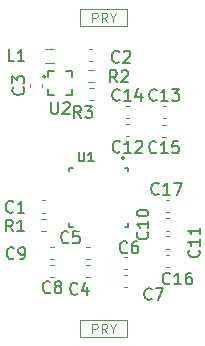
<source format=gto>
G04 #@! TF.GenerationSoftware,KiCad,Pcbnew,9.0.1+1*
G04 #@! TF.CreationDate,2025-11-11T14:39:29+00:00*
G04 #@! TF.ProjectId,audio-codec,61756469-6f2d-4636-9f64-65632e6b6963,rev?*
G04 #@! TF.SameCoordinates,Original*
G04 #@! TF.FileFunction,Legend,Top*
G04 #@! TF.FilePolarity,Positive*
%FSLAX46Y46*%
G04 Gerber Fmt 4.6, Leading zero omitted, Abs format (unit mm)*
G04 Created by KiCad (PCBNEW 9.0.1+1) date 2025-11-11 14:39:29*
%MOMM*%
%LPD*%
G01*
G04 APERTURE LIST*
%ADD10C,0.150000*%
%ADD11C,0.100000*%
%ADD12C,0.120000*%
%ADD13C,0.127000*%
%ADD14C,0.200000*%
%ADD15C,0.010000*%
%ADD16C,0.464000*%
%ADD17R,2.540000X2.000000*%
G04 APERTURE END LIST*
D10*
X89325712Y-71898821D02*
X89278093Y-71946441D01*
X89278093Y-71946441D02*
X89135236Y-71994060D01*
X89135236Y-71994060D02*
X89039998Y-71994060D01*
X89039998Y-71994060D02*
X88897141Y-71946441D01*
X88897141Y-71946441D02*
X88801903Y-71851202D01*
X88801903Y-71851202D02*
X88754284Y-71755964D01*
X88754284Y-71755964D02*
X88706665Y-71565488D01*
X88706665Y-71565488D02*
X88706665Y-71422631D01*
X88706665Y-71422631D02*
X88754284Y-71232155D01*
X88754284Y-71232155D02*
X88801903Y-71136917D01*
X88801903Y-71136917D02*
X88897141Y-71041679D01*
X88897141Y-71041679D02*
X89039998Y-70994060D01*
X89039998Y-70994060D02*
X89135236Y-70994060D01*
X89135236Y-70994060D02*
X89278093Y-71041679D01*
X89278093Y-71041679D02*
X89325712Y-71089298D01*
X90278093Y-71994060D02*
X89706665Y-71994060D01*
X89992379Y-71994060D02*
X89992379Y-70994060D01*
X89992379Y-70994060D02*
X89897141Y-71136917D01*
X89897141Y-71136917D02*
X89801903Y-71232155D01*
X89801903Y-71232155D02*
X89706665Y-71279774D01*
X91135236Y-70994060D02*
X90944760Y-70994060D01*
X90944760Y-70994060D02*
X90849522Y-71041679D01*
X90849522Y-71041679D02*
X90801903Y-71089298D01*
X90801903Y-71089298D02*
X90706665Y-71232155D01*
X90706665Y-71232155D02*
X90659046Y-71422631D01*
X90659046Y-71422631D02*
X90659046Y-71803583D01*
X90659046Y-71803583D02*
X90706665Y-71898821D01*
X90706665Y-71898821D02*
X90754284Y-71946441D01*
X90754284Y-71946441D02*
X90849522Y-71994060D01*
X90849522Y-71994060D02*
X91039998Y-71994060D01*
X91039998Y-71994060D02*
X91135236Y-71946441D01*
X91135236Y-71946441D02*
X91182855Y-71898821D01*
X91182855Y-71898821D02*
X91230474Y-71803583D01*
X91230474Y-71803583D02*
X91230474Y-71565488D01*
X91230474Y-71565488D02*
X91182855Y-71470250D01*
X91182855Y-71470250D02*
X91135236Y-71422631D01*
X91135236Y-71422631D02*
X91039998Y-71375012D01*
X91039998Y-71375012D02*
X90849522Y-71375012D01*
X90849522Y-71375012D02*
X90754284Y-71422631D01*
X90754284Y-71422631D02*
X90706665Y-71470250D01*
X90706665Y-71470250D02*
X90659046Y-71565488D01*
X88375712Y-64298821D02*
X88328093Y-64346441D01*
X88328093Y-64346441D02*
X88185236Y-64394060D01*
X88185236Y-64394060D02*
X88089998Y-64394060D01*
X88089998Y-64394060D02*
X87947141Y-64346441D01*
X87947141Y-64346441D02*
X87851903Y-64251202D01*
X87851903Y-64251202D02*
X87804284Y-64155964D01*
X87804284Y-64155964D02*
X87756665Y-63965488D01*
X87756665Y-63965488D02*
X87756665Y-63822631D01*
X87756665Y-63822631D02*
X87804284Y-63632155D01*
X87804284Y-63632155D02*
X87851903Y-63536917D01*
X87851903Y-63536917D02*
X87947141Y-63441679D01*
X87947141Y-63441679D02*
X88089998Y-63394060D01*
X88089998Y-63394060D02*
X88185236Y-63394060D01*
X88185236Y-63394060D02*
X88328093Y-63441679D01*
X88328093Y-63441679D02*
X88375712Y-63489298D01*
X89328093Y-64394060D02*
X88756665Y-64394060D01*
X89042379Y-64394060D02*
X89042379Y-63394060D01*
X89042379Y-63394060D02*
X88947141Y-63536917D01*
X88947141Y-63536917D02*
X88851903Y-63632155D01*
X88851903Y-63632155D02*
X88756665Y-63679774D01*
X89661427Y-63394060D02*
X90328093Y-63394060D01*
X90328093Y-63394060D02*
X89899522Y-64394060D01*
X85100712Y-60723821D02*
X85053093Y-60771441D01*
X85053093Y-60771441D02*
X84910236Y-60819060D01*
X84910236Y-60819060D02*
X84814998Y-60819060D01*
X84814998Y-60819060D02*
X84672141Y-60771441D01*
X84672141Y-60771441D02*
X84576903Y-60676202D01*
X84576903Y-60676202D02*
X84529284Y-60580964D01*
X84529284Y-60580964D02*
X84481665Y-60390488D01*
X84481665Y-60390488D02*
X84481665Y-60247631D01*
X84481665Y-60247631D02*
X84529284Y-60057155D01*
X84529284Y-60057155D02*
X84576903Y-59961917D01*
X84576903Y-59961917D02*
X84672141Y-59866679D01*
X84672141Y-59866679D02*
X84814998Y-59819060D01*
X84814998Y-59819060D02*
X84910236Y-59819060D01*
X84910236Y-59819060D02*
X85053093Y-59866679D01*
X85053093Y-59866679D02*
X85100712Y-59914298D01*
X86053093Y-60819060D02*
X85481665Y-60819060D01*
X85767379Y-60819060D02*
X85767379Y-59819060D01*
X85767379Y-59819060D02*
X85672141Y-59961917D01*
X85672141Y-59961917D02*
X85576903Y-60057155D01*
X85576903Y-60057155D02*
X85481665Y-60104774D01*
X86434046Y-59914298D02*
X86481665Y-59866679D01*
X86481665Y-59866679D02*
X86576903Y-59819060D01*
X86576903Y-59819060D02*
X86814998Y-59819060D01*
X86814998Y-59819060D02*
X86910236Y-59866679D01*
X86910236Y-59866679D02*
X86957855Y-59914298D01*
X86957855Y-59914298D02*
X87005474Y-60009536D01*
X87005474Y-60009536D02*
X87005474Y-60104774D01*
X87005474Y-60104774D02*
X86957855Y-60247631D01*
X86957855Y-60247631D02*
X86386427Y-60819060D01*
X86386427Y-60819060D02*
X87005474Y-60819060D01*
X76026903Y-67494060D02*
X75693570Y-67017869D01*
X75455475Y-67494060D02*
X75455475Y-66494060D01*
X75455475Y-66494060D02*
X75836427Y-66494060D01*
X75836427Y-66494060D02*
X75931665Y-66541679D01*
X75931665Y-66541679D02*
X75979284Y-66589298D01*
X75979284Y-66589298D02*
X76026903Y-66684536D01*
X76026903Y-66684536D02*
X76026903Y-66827393D01*
X76026903Y-66827393D02*
X75979284Y-66922631D01*
X75979284Y-66922631D02*
X75931665Y-66970250D01*
X75931665Y-66970250D02*
X75836427Y-67017869D01*
X75836427Y-67017869D02*
X75455475Y-67017869D01*
X76979284Y-67494060D02*
X76407856Y-67494060D01*
X76693570Y-67494060D02*
X76693570Y-66494060D01*
X76693570Y-66494060D02*
X76598332Y-66636917D01*
X76598332Y-66636917D02*
X76503094Y-66732155D01*
X76503094Y-66732155D02*
X76407856Y-66779774D01*
X85026903Y-53123821D02*
X84979284Y-53171441D01*
X84979284Y-53171441D02*
X84836427Y-53219060D01*
X84836427Y-53219060D02*
X84741189Y-53219060D01*
X84741189Y-53219060D02*
X84598332Y-53171441D01*
X84598332Y-53171441D02*
X84503094Y-53076202D01*
X84503094Y-53076202D02*
X84455475Y-52980964D01*
X84455475Y-52980964D02*
X84407856Y-52790488D01*
X84407856Y-52790488D02*
X84407856Y-52647631D01*
X84407856Y-52647631D02*
X84455475Y-52457155D01*
X84455475Y-52457155D02*
X84503094Y-52361917D01*
X84503094Y-52361917D02*
X84598332Y-52266679D01*
X84598332Y-52266679D02*
X84741189Y-52219060D01*
X84741189Y-52219060D02*
X84836427Y-52219060D01*
X84836427Y-52219060D02*
X84979284Y-52266679D01*
X84979284Y-52266679D02*
X85026903Y-52314298D01*
X85407856Y-52314298D02*
X85455475Y-52266679D01*
X85455475Y-52266679D02*
X85550713Y-52219060D01*
X85550713Y-52219060D02*
X85788808Y-52219060D01*
X85788808Y-52219060D02*
X85884046Y-52266679D01*
X85884046Y-52266679D02*
X85931665Y-52314298D01*
X85931665Y-52314298D02*
X85979284Y-52409536D01*
X85979284Y-52409536D02*
X85979284Y-52504774D01*
X85979284Y-52504774D02*
X85931665Y-52647631D01*
X85931665Y-52647631D02*
X85360237Y-53219060D01*
X85360237Y-53219060D02*
X85979284Y-53219060D01*
X87413150Y-67557098D02*
X87460770Y-67604717D01*
X87460770Y-67604717D02*
X87508389Y-67747574D01*
X87508389Y-67747574D02*
X87508389Y-67842812D01*
X87508389Y-67842812D02*
X87460770Y-67985669D01*
X87460770Y-67985669D02*
X87365531Y-68080907D01*
X87365531Y-68080907D02*
X87270293Y-68128526D01*
X87270293Y-68128526D02*
X87079817Y-68176145D01*
X87079817Y-68176145D02*
X86936960Y-68176145D01*
X86936960Y-68176145D02*
X86746484Y-68128526D01*
X86746484Y-68128526D02*
X86651246Y-68080907D01*
X86651246Y-68080907D02*
X86556008Y-67985669D01*
X86556008Y-67985669D02*
X86508389Y-67842812D01*
X86508389Y-67842812D02*
X86508389Y-67747574D01*
X86508389Y-67747574D02*
X86556008Y-67604717D01*
X86556008Y-67604717D02*
X86603627Y-67557098D01*
X87508389Y-66604717D02*
X87508389Y-67176145D01*
X87508389Y-66890431D02*
X86508389Y-66890431D01*
X86508389Y-66890431D02*
X86651246Y-66985669D01*
X86651246Y-66985669D02*
X86746484Y-67080907D01*
X86746484Y-67080907D02*
X86794103Y-67176145D01*
X86508389Y-65985669D02*
X86508389Y-65890431D01*
X86508389Y-65890431D02*
X86556008Y-65795193D01*
X86556008Y-65795193D02*
X86603627Y-65747574D01*
X86603627Y-65747574D02*
X86698865Y-65699955D01*
X86698865Y-65699955D02*
X86889341Y-65652336D01*
X86889341Y-65652336D02*
X87127436Y-65652336D01*
X87127436Y-65652336D02*
X87317912Y-65699955D01*
X87317912Y-65699955D02*
X87413150Y-65747574D01*
X87413150Y-65747574D02*
X87460770Y-65795193D01*
X87460770Y-65795193D02*
X87508389Y-65890431D01*
X87508389Y-65890431D02*
X87508389Y-65985669D01*
X87508389Y-65985669D02*
X87460770Y-66080907D01*
X87460770Y-66080907D02*
X87413150Y-66128526D01*
X87413150Y-66128526D02*
X87317912Y-66176145D01*
X87317912Y-66176145D02*
X87127436Y-66223764D01*
X87127436Y-66223764D02*
X86889341Y-66223764D01*
X86889341Y-66223764D02*
X86698865Y-66176145D01*
X86698865Y-66176145D02*
X86603627Y-66128526D01*
X86603627Y-66128526D02*
X86556008Y-66080907D01*
X86556008Y-66080907D02*
X86508389Y-65985669D01*
X85075712Y-56343821D02*
X85028093Y-56391441D01*
X85028093Y-56391441D02*
X84885236Y-56439060D01*
X84885236Y-56439060D02*
X84789998Y-56439060D01*
X84789998Y-56439060D02*
X84647141Y-56391441D01*
X84647141Y-56391441D02*
X84551903Y-56296202D01*
X84551903Y-56296202D02*
X84504284Y-56200964D01*
X84504284Y-56200964D02*
X84456665Y-56010488D01*
X84456665Y-56010488D02*
X84456665Y-55867631D01*
X84456665Y-55867631D02*
X84504284Y-55677155D01*
X84504284Y-55677155D02*
X84551903Y-55581917D01*
X84551903Y-55581917D02*
X84647141Y-55486679D01*
X84647141Y-55486679D02*
X84789998Y-55439060D01*
X84789998Y-55439060D02*
X84885236Y-55439060D01*
X84885236Y-55439060D02*
X85028093Y-55486679D01*
X85028093Y-55486679D02*
X85075712Y-55534298D01*
X86028093Y-56439060D02*
X85456665Y-56439060D01*
X85742379Y-56439060D02*
X85742379Y-55439060D01*
X85742379Y-55439060D02*
X85647141Y-55581917D01*
X85647141Y-55581917D02*
X85551903Y-55677155D01*
X85551903Y-55677155D02*
X85456665Y-55724774D01*
X86885236Y-55772393D02*
X86885236Y-56439060D01*
X86647141Y-55391441D02*
X86409046Y-56105726D01*
X86409046Y-56105726D02*
X87028093Y-56105726D01*
X87776903Y-73198821D02*
X87729284Y-73246441D01*
X87729284Y-73246441D02*
X87586427Y-73294060D01*
X87586427Y-73294060D02*
X87491189Y-73294060D01*
X87491189Y-73294060D02*
X87348332Y-73246441D01*
X87348332Y-73246441D02*
X87253094Y-73151202D01*
X87253094Y-73151202D02*
X87205475Y-73055964D01*
X87205475Y-73055964D02*
X87157856Y-72865488D01*
X87157856Y-72865488D02*
X87157856Y-72722631D01*
X87157856Y-72722631D02*
X87205475Y-72532155D01*
X87205475Y-72532155D02*
X87253094Y-72436917D01*
X87253094Y-72436917D02*
X87348332Y-72341679D01*
X87348332Y-72341679D02*
X87491189Y-72294060D01*
X87491189Y-72294060D02*
X87586427Y-72294060D01*
X87586427Y-72294060D02*
X87729284Y-72341679D01*
X87729284Y-72341679D02*
X87776903Y-72389298D01*
X88110237Y-72294060D02*
X88776903Y-72294060D01*
X88776903Y-72294060D02*
X88348332Y-73294060D01*
X91763150Y-69082098D02*
X91810770Y-69129717D01*
X91810770Y-69129717D02*
X91858389Y-69272574D01*
X91858389Y-69272574D02*
X91858389Y-69367812D01*
X91858389Y-69367812D02*
X91810770Y-69510669D01*
X91810770Y-69510669D02*
X91715531Y-69605907D01*
X91715531Y-69605907D02*
X91620293Y-69653526D01*
X91620293Y-69653526D02*
X91429817Y-69701145D01*
X91429817Y-69701145D02*
X91286960Y-69701145D01*
X91286960Y-69701145D02*
X91096484Y-69653526D01*
X91096484Y-69653526D02*
X91001246Y-69605907D01*
X91001246Y-69605907D02*
X90906008Y-69510669D01*
X90906008Y-69510669D02*
X90858389Y-69367812D01*
X90858389Y-69367812D02*
X90858389Y-69272574D01*
X90858389Y-69272574D02*
X90906008Y-69129717D01*
X90906008Y-69129717D02*
X90953627Y-69082098D01*
X91858389Y-68129717D02*
X91858389Y-68701145D01*
X91858389Y-68415431D02*
X90858389Y-68415431D01*
X90858389Y-68415431D02*
X91001246Y-68510669D01*
X91001246Y-68510669D02*
X91096484Y-68605907D01*
X91096484Y-68605907D02*
X91144103Y-68701145D01*
X91858389Y-67177336D02*
X91858389Y-67748764D01*
X91858389Y-67463050D02*
X90858389Y-67463050D01*
X90858389Y-67463050D02*
X91001246Y-67558288D01*
X91001246Y-67558288D02*
X91096484Y-67653526D01*
X91096484Y-67653526D02*
X91144103Y-67748764D01*
X81801903Y-57894060D02*
X81468570Y-57417869D01*
X81230475Y-57894060D02*
X81230475Y-56894060D01*
X81230475Y-56894060D02*
X81611427Y-56894060D01*
X81611427Y-56894060D02*
X81706665Y-56941679D01*
X81706665Y-56941679D02*
X81754284Y-56989298D01*
X81754284Y-56989298D02*
X81801903Y-57084536D01*
X81801903Y-57084536D02*
X81801903Y-57227393D01*
X81801903Y-57227393D02*
X81754284Y-57322631D01*
X81754284Y-57322631D02*
X81706665Y-57370250D01*
X81706665Y-57370250D02*
X81611427Y-57417869D01*
X81611427Y-57417869D02*
X81230475Y-57417869D01*
X82135237Y-56894060D02*
X82754284Y-56894060D01*
X82754284Y-56894060D02*
X82420951Y-57275012D01*
X82420951Y-57275012D02*
X82563808Y-57275012D01*
X82563808Y-57275012D02*
X82659046Y-57322631D01*
X82659046Y-57322631D02*
X82706665Y-57370250D01*
X82706665Y-57370250D02*
X82754284Y-57465488D01*
X82754284Y-57465488D02*
X82754284Y-57703583D01*
X82754284Y-57703583D02*
X82706665Y-57798821D01*
X82706665Y-57798821D02*
X82659046Y-57846441D01*
X82659046Y-57846441D02*
X82563808Y-57894060D01*
X82563808Y-57894060D02*
X82278094Y-57894060D01*
X82278094Y-57894060D02*
X82182856Y-57846441D01*
X82182856Y-57846441D02*
X82135237Y-57798821D01*
X85711903Y-69248821D02*
X85664284Y-69296441D01*
X85664284Y-69296441D02*
X85521427Y-69344060D01*
X85521427Y-69344060D02*
X85426189Y-69344060D01*
X85426189Y-69344060D02*
X85283332Y-69296441D01*
X85283332Y-69296441D02*
X85188094Y-69201202D01*
X85188094Y-69201202D02*
X85140475Y-69105964D01*
X85140475Y-69105964D02*
X85092856Y-68915488D01*
X85092856Y-68915488D02*
X85092856Y-68772631D01*
X85092856Y-68772631D02*
X85140475Y-68582155D01*
X85140475Y-68582155D02*
X85188094Y-68486917D01*
X85188094Y-68486917D02*
X85283332Y-68391679D01*
X85283332Y-68391679D02*
X85426189Y-68344060D01*
X85426189Y-68344060D02*
X85521427Y-68344060D01*
X85521427Y-68344060D02*
X85664284Y-68391679D01*
X85664284Y-68391679D02*
X85711903Y-68439298D01*
X86569046Y-68344060D02*
X86378570Y-68344060D01*
X86378570Y-68344060D02*
X86283332Y-68391679D01*
X86283332Y-68391679D02*
X86235713Y-68439298D01*
X86235713Y-68439298D02*
X86140475Y-68582155D01*
X86140475Y-68582155D02*
X86092856Y-68772631D01*
X86092856Y-68772631D02*
X86092856Y-69153583D01*
X86092856Y-69153583D02*
X86140475Y-69248821D01*
X86140475Y-69248821D02*
X86188094Y-69296441D01*
X86188094Y-69296441D02*
X86283332Y-69344060D01*
X86283332Y-69344060D02*
X86473808Y-69344060D01*
X86473808Y-69344060D02*
X86569046Y-69296441D01*
X86569046Y-69296441D02*
X86616665Y-69248821D01*
X86616665Y-69248821D02*
X86664284Y-69153583D01*
X86664284Y-69153583D02*
X86664284Y-68915488D01*
X86664284Y-68915488D02*
X86616665Y-68820250D01*
X86616665Y-68820250D02*
X86569046Y-68772631D01*
X86569046Y-68772631D02*
X86473808Y-68725012D01*
X86473808Y-68725012D02*
X86283332Y-68725012D01*
X86283332Y-68725012D02*
X86188094Y-68772631D01*
X86188094Y-68772631D02*
X86140475Y-68820250D01*
X86140475Y-68820250D02*
X86092856Y-68915488D01*
X80736903Y-68398821D02*
X80689284Y-68446441D01*
X80689284Y-68446441D02*
X80546427Y-68494060D01*
X80546427Y-68494060D02*
X80451189Y-68494060D01*
X80451189Y-68494060D02*
X80308332Y-68446441D01*
X80308332Y-68446441D02*
X80213094Y-68351202D01*
X80213094Y-68351202D02*
X80165475Y-68255964D01*
X80165475Y-68255964D02*
X80117856Y-68065488D01*
X80117856Y-68065488D02*
X80117856Y-67922631D01*
X80117856Y-67922631D02*
X80165475Y-67732155D01*
X80165475Y-67732155D02*
X80213094Y-67636917D01*
X80213094Y-67636917D02*
X80308332Y-67541679D01*
X80308332Y-67541679D02*
X80451189Y-67494060D01*
X80451189Y-67494060D02*
X80546427Y-67494060D01*
X80546427Y-67494060D02*
X80689284Y-67541679D01*
X80689284Y-67541679D02*
X80736903Y-67589298D01*
X81641665Y-67494060D02*
X81165475Y-67494060D01*
X81165475Y-67494060D02*
X81117856Y-67970250D01*
X81117856Y-67970250D02*
X81165475Y-67922631D01*
X81165475Y-67922631D02*
X81260713Y-67875012D01*
X81260713Y-67875012D02*
X81498808Y-67875012D01*
X81498808Y-67875012D02*
X81594046Y-67922631D01*
X81594046Y-67922631D02*
X81641665Y-67970250D01*
X81641665Y-67970250D02*
X81689284Y-68065488D01*
X81689284Y-68065488D02*
X81689284Y-68303583D01*
X81689284Y-68303583D02*
X81641665Y-68398821D01*
X81641665Y-68398821D02*
X81594046Y-68446441D01*
X81594046Y-68446441D02*
X81498808Y-68494060D01*
X81498808Y-68494060D02*
X81260713Y-68494060D01*
X81260713Y-68494060D02*
X81165475Y-68446441D01*
X81165475Y-68446441D02*
X81117856Y-68398821D01*
X79281665Y-56539060D02*
X79281665Y-57348583D01*
X79281665Y-57348583D02*
X79329284Y-57443821D01*
X79329284Y-57443821D02*
X79376903Y-57491441D01*
X79376903Y-57491441D02*
X79472141Y-57539060D01*
X79472141Y-57539060D02*
X79662617Y-57539060D01*
X79662617Y-57539060D02*
X79757855Y-57491441D01*
X79757855Y-57491441D02*
X79805474Y-57443821D01*
X79805474Y-57443821D02*
X79853093Y-57348583D01*
X79853093Y-57348583D02*
X79853093Y-56539060D01*
X80281665Y-56634298D02*
X80329284Y-56586679D01*
X80329284Y-56586679D02*
X80424522Y-56539060D01*
X80424522Y-56539060D02*
X80662617Y-56539060D01*
X80662617Y-56539060D02*
X80757855Y-56586679D01*
X80757855Y-56586679D02*
X80805474Y-56634298D01*
X80805474Y-56634298D02*
X80853093Y-56729536D01*
X80853093Y-56729536D02*
X80853093Y-56824774D01*
X80853093Y-56824774D02*
X80805474Y-56967631D01*
X80805474Y-56967631D02*
X80234046Y-57539060D01*
X80234046Y-57539060D02*
X80853093Y-57539060D01*
X81619046Y-60776536D02*
X81619046Y-61424155D01*
X81619046Y-61424155D02*
X81657141Y-61500345D01*
X81657141Y-61500345D02*
X81695236Y-61538441D01*
X81695236Y-61538441D02*
X81771427Y-61576536D01*
X81771427Y-61576536D02*
X81923808Y-61576536D01*
X81923808Y-61576536D02*
X81999998Y-61538441D01*
X81999998Y-61538441D02*
X82038093Y-61500345D01*
X82038093Y-61500345D02*
X82076189Y-61424155D01*
X82076189Y-61424155D02*
X82076189Y-60776536D01*
X82876188Y-61576536D02*
X82419045Y-61576536D01*
X82647617Y-61576536D02*
X82647617Y-60776536D01*
X82647617Y-60776536D02*
X82571426Y-60890821D01*
X82571426Y-60890821D02*
X82495236Y-60967012D01*
X82495236Y-60967012D02*
X82419045Y-61005107D01*
X88200712Y-56343821D02*
X88153093Y-56391441D01*
X88153093Y-56391441D02*
X88010236Y-56439060D01*
X88010236Y-56439060D02*
X87914998Y-56439060D01*
X87914998Y-56439060D02*
X87772141Y-56391441D01*
X87772141Y-56391441D02*
X87676903Y-56296202D01*
X87676903Y-56296202D02*
X87629284Y-56200964D01*
X87629284Y-56200964D02*
X87581665Y-56010488D01*
X87581665Y-56010488D02*
X87581665Y-55867631D01*
X87581665Y-55867631D02*
X87629284Y-55677155D01*
X87629284Y-55677155D02*
X87676903Y-55581917D01*
X87676903Y-55581917D02*
X87772141Y-55486679D01*
X87772141Y-55486679D02*
X87914998Y-55439060D01*
X87914998Y-55439060D02*
X88010236Y-55439060D01*
X88010236Y-55439060D02*
X88153093Y-55486679D01*
X88153093Y-55486679D02*
X88200712Y-55534298D01*
X89153093Y-56439060D02*
X88581665Y-56439060D01*
X88867379Y-56439060D02*
X88867379Y-55439060D01*
X88867379Y-55439060D02*
X88772141Y-55581917D01*
X88772141Y-55581917D02*
X88676903Y-55677155D01*
X88676903Y-55677155D02*
X88581665Y-55724774D01*
X89486427Y-55439060D02*
X90105474Y-55439060D01*
X90105474Y-55439060D02*
X89772141Y-55820012D01*
X89772141Y-55820012D02*
X89914998Y-55820012D01*
X89914998Y-55820012D02*
X90010236Y-55867631D01*
X90010236Y-55867631D02*
X90057855Y-55915250D01*
X90057855Y-55915250D02*
X90105474Y-56010488D01*
X90105474Y-56010488D02*
X90105474Y-56248583D01*
X90105474Y-56248583D02*
X90057855Y-56343821D01*
X90057855Y-56343821D02*
X90010236Y-56391441D01*
X90010236Y-56391441D02*
X89914998Y-56439060D01*
X89914998Y-56439060D02*
X89629284Y-56439060D01*
X89629284Y-56439060D02*
X89534046Y-56391441D01*
X89534046Y-56391441D02*
X89486427Y-56343821D01*
X76126903Y-69748821D02*
X76079284Y-69796441D01*
X76079284Y-69796441D02*
X75936427Y-69844060D01*
X75936427Y-69844060D02*
X75841189Y-69844060D01*
X75841189Y-69844060D02*
X75698332Y-69796441D01*
X75698332Y-69796441D02*
X75603094Y-69701202D01*
X75603094Y-69701202D02*
X75555475Y-69605964D01*
X75555475Y-69605964D02*
X75507856Y-69415488D01*
X75507856Y-69415488D02*
X75507856Y-69272631D01*
X75507856Y-69272631D02*
X75555475Y-69082155D01*
X75555475Y-69082155D02*
X75603094Y-68986917D01*
X75603094Y-68986917D02*
X75698332Y-68891679D01*
X75698332Y-68891679D02*
X75841189Y-68844060D01*
X75841189Y-68844060D02*
X75936427Y-68844060D01*
X75936427Y-68844060D02*
X76079284Y-68891679D01*
X76079284Y-68891679D02*
X76126903Y-68939298D01*
X76603094Y-69844060D02*
X76793570Y-69844060D01*
X76793570Y-69844060D02*
X76888808Y-69796441D01*
X76888808Y-69796441D02*
X76936427Y-69748821D01*
X76936427Y-69748821D02*
X77031665Y-69605964D01*
X77031665Y-69605964D02*
X77079284Y-69415488D01*
X77079284Y-69415488D02*
X77079284Y-69034536D01*
X77079284Y-69034536D02*
X77031665Y-68939298D01*
X77031665Y-68939298D02*
X76984046Y-68891679D01*
X76984046Y-68891679D02*
X76888808Y-68844060D01*
X76888808Y-68844060D02*
X76698332Y-68844060D01*
X76698332Y-68844060D02*
X76603094Y-68891679D01*
X76603094Y-68891679D02*
X76555475Y-68939298D01*
X76555475Y-68939298D02*
X76507856Y-69034536D01*
X76507856Y-69034536D02*
X76507856Y-69272631D01*
X76507856Y-69272631D02*
X76555475Y-69367869D01*
X76555475Y-69367869D02*
X76603094Y-69415488D01*
X76603094Y-69415488D02*
X76698332Y-69463107D01*
X76698332Y-69463107D02*
X76888808Y-69463107D01*
X76888808Y-69463107D02*
X76984046Y-69415488D01*
X76984046Y-69415488D02*
X77031665Y-69367869D01*
X77031665Y-69367869D02*
X77079284Y-69272631D01*
X88175712Y-60773821D02*
X88128093Y-60821441D01*
X88128093Y-60821441D02*
X87985236Y-60869060D01*
X87985236Y-60869060D02*
X87889998Y-60869060D01*
X87889998Y-60869060D02*
X87747141Y-60821441D01*
X87747141Y-60821441D02*
X87651903Y-60726202D01*
X87651903Y-60726202D02*
X87604284Y-60630964D01*
X87604284Y-60630964D02*
X87556665Y-60440488D01*
X87556665Y-60440488D02*
X87556665Y-60297631D01*
X87556665Y-60297631D02*
X87604284Y-60107155D01*
X87604284Y-60107155D02*
X87651903Y-60011917D01*
X87651903Y-60011917D02*
X87747141Y-59916679D01*
X87747141Y-59916679D02*
X87889998Y-59869060D01*
X87889998Y-59869060D02*
X87985236Y-59869060D01*
X87985236Y-59869060D02*
X88128093Y-59916679D01*
X88128093Y-59916679D02*
X88175712Y-59964298D01*
X89128093Y-60869060D02*
X88556665Y-60869060D01*
X88842379Y-60869060D02*
X88842379Y-59869060D01*
X88842379Y-59869060D02*
X88747141Y-60011917D01*
X88747141Y-60011917D02*
X88651903Y-60107155D01*
X88651903Y-60107155D02*
X88556665Y-60154774D01*
X90032855Y-59869060D02*
X89556665Y-59869060D01*
X89556665Y-59869060D02*
X89509046Y-60345250D01*
X89509046Y-60345250D02*
X89556665Y-60297631D01*
X89556665Y-60297631D02*
X89651903Y-60250012D01*
X89651903Y-60250012D02*
X89889998Y-60250012D01*
X89889998Y-60250012D02*
X89985236Y-60297631D01*
X89985236Y-60297631D02*
X90032855Y-60345250D01*
X90032855Y-60345250D02*
X90080474Y-60440488D01*
X90080474Y-60440488D02*
X90080474Y-60678583D01*
X90080474Y-60678583D02*
X90032855Y-60773821D01*
X90032855Y-60773821D02*
X89985236Y-60821441D01*
X89985236Y-60821441D02*
X89889998Y-60869060D01*
X89889998Y-60869060D02*
X89651903Y-60869060D01*
X89651903Y-60869060D02*
X89556665Y-60821441D01*
X89556665Y-60821441D02*
X89509046Y-60773821D01*
X76898150Y-55305907D02*
X76945770Y-55353526D01*
X76945770Y-55353526D02*
X76993389Y-55496383D01*
X76993389Y-55496383D02*
X76993389Y-55591621D01*
X76993389Y-55591621D02*
X76945770Y-55734478D01*
X76945770Y-55734478D02*
X76850531Y-55829716D01*
X76850531Y-55829716D02*
X76755293Y-55877335D01*
X76755293Y-55877335D02*
X76564817Y-55924954D01*
X76564817Y-55924954D02*
X76421960Y-55924954D01*
X76421960Y-55924954D02*
X76231484Y-55877335D01*
X76231484Y-55877335D02*
X76136246Y-55829716D01*
X76136246Y-55829716D02*
X76041008Y-55734478D01*
X76041008Y-55734478D02*
X75993389Y-55591621D01*
X75993389Y-55591621D02*
X75993389Y-55496383D01*
X75993389Y-55496383D02*
X76041008Y-55353526D01*
X76041008Y-55353526D02*
X76088627Y-55305907D01*
X75993389Y-54972573D02*
X75993389Y-54353526D01*
X75993389Y-54353526D02*
X76374341Y-54686859D01*
X76374341Y-54686859D02*
X76374341Y-54544002D01*
X76374341Y-54544002D02*
X76421960Y-54448764D01*
X76421960Y-54448764D02*
X76469579Y-54401145D01*
X76469579Y-54401145D02*
X76564817Y-54353526D01*
X76564817Y-54353526D02*
X76802912Y-54353526D01*
X76802912Y-54353526D02*
X76898150Y-54401145D01*
X76898150Y-54401145D02*
X76945770Y-54448764D01*
X76945770Y-54448764D02*
X76993389Y-54544002D01*
X76993389Y-54544002D02*
X76993389Y-54829716D01*
X76993389Y-54829716D02*
X76945770Y-54924954D01*
X76945770Y-54924954D02*
X76898150Y-54972573D01*
X84851903Y-54869060D02*
X84518570Y-54392869D01*
X84280475Y-54869060D02*
X84280475Y-53869060D01*
X84280475Y-53869060D02*
X84661427Y-53869060D01*
X84661427Y-53869060D02*
X84756665Y-53916679D01*
X84756665Y-53916679D02*
X84804284Y-53964298D01*
X84804284Y-53964298D02*
X84851903Y-54059536D01*
X84851903Y-54059536D02*
X84851903Y-54202393D01*
X84851903Y-54202393D02*
X84804284Y-54297631D01*
X84804284Y-54297631D02*
X84756665Y-54345250D01*
X84756665Y-54345250D02*
X84661427Y-54392869D01*
X84661427Y-54392869D02*
X84280475Y-54392869D01*
X85232856Y-53964298D02*
X85280475Y-53916679D01*
X85280475Y-53916679D02*
X85375713Y-53869060D01*
X85375713Y-53869060D02*
X85613808Y-53869060D01*
X85613808Y-53869060D02*
X85709046Y-53916679D01*
X85709046Y-53916679D02*
X85756665Y-53964298D01*
X85756665Y-53964298D02*
X85804284Y-54059536D01*
X85804284Y-54059536D02*
X85804284Y-54154774D01*
X85804284Y-54154774D02*
X85756665Y-54297631D01*
X85756665Y-54297631D02*
X85185237Y-54869060D01*
X85185237Y-54869060D02*
X85804284Y-54869060D01*
X76051903Y-65823821D02*
X76004284Y-65871441D01*
X76004284Y-65871441D02*
X75861427Y-65919060D01*
X75861427Y-65919060D02*
X75766189Y-65919060D01*
X75766189Y-65919060D02*
X75623332Y-65871441D01*
X75623332Y-65871441D02*
X75528094Y-65776202D01*
X75528094Y-65776202D02*
X75480475Y-65680964D01*
X75480475Y-65680964D02*
X75432856Y-65490488D01*
X75432856Y-65490488D02*
X75432856Y-65347631D01*
X75432856Y-65347631D02*
X75480475Y-65157155D01*
X75480475Y-65157155D02*
X75528094Y-65061917D01*
X75528094Y-65061917D02*
X75623332Y-64966679D01*
X75623332Y-64966679D02*
X75766189Y-64919060D01*
X75766189Y-64919060D02*
X75861427Y-64919060D01*
X75861427Y-64919060D02*
X76004284Y-64966679D01*
X76004284Y-64966679D02*
X76051903Y-65014298D01*
X77004284Y-65919060D02*
X76432856Y-65919060D01*
X76718570Y-65919060D02*
X76718570Y-64919060D01*
X76718570Y-64919060D02*
X76623332Y-65061917D01*
X76623332Y-65061917D02*
X76528094Y-65157155D01*
X76528094Y-65157155D02*
X76432856Y-65204774D01*
X79186903Y-72628821D02*
X79139284Y-72676441D01*
X79139284Y-72676441D02*
X78996427Y-72724060D01*
X78996427Y-72724060D02*
X78901189Y-72724060D01*
X78901189Y-72724060D02*
X78758332Y-72676441D01*
X78758332Y-72676441D02*
X78663094Y-72581202D01*
X78663094Y-72581202D02*
X78615475Y-72485964D01*
X78615475Y-72485964D02*
X78567856Y-72295488D01*
X78567856Y-72295488D02*
X78567856Y-72152631D01*
X78567856Y-72152631D02*
X78615475Y-71962155D01*
X78615475Y-71962155D02*
X78663094Y-71866917D01*
X78663094Y-71866917D02*
X78758332Y-71771679D01*
X78758332Y-71771679D02*
X78901189Y-71724060D01*
X78901189Y-71724060D02*
X78996427Y-71724060D01*
X78996427Y-71724060D02*
X79139284Y-71771679D01*
X79139284Y-71771679D02*
X79186903Y-71819298D01*
X79758332Y-72152631D02*
X79663094Y-72105012D01*
X79663094Y-72105012D02*
X79615475Y-72057393D01*
X79615475Y-72057393D02*
X79567856Y-71962155D01*
X79567856Y-71962155D02*
X79567856Y-71914536D01*
X79567856Y-71914536D02*
X79615475Y-71819298D01*
X79615475Y-71819298D02*
X79663094Y-71771679D01*
X79663094Y-71771679D02*
X79758332Y-71724060D01*
X79758332Y-71724060D02*
X79948808Y-71724060D01*
X79948808Y-71724060D02*
X80044046Y-71771679D01*
X80044046Y-71771679D02*
X80091665Y-71819298D01*
X80091665Y-71819298D02*
X80139284Y-71914536D01*
X80139284Y-71914536D02*
X80139284Y-71962155D01*
X80139284Y-71962155D02*
X80091665Y-72057393D01*
X80091665Y-72057393D02*
X80044046Y-72105012D01*
X80044046Y-72105012D02*
X79948808Y-72152631D01*
X79948808Y-72152631D02*
X79758332Y-72152631D01*
X79758332Y-72152631D02*
X79663094Y-72200250D01*
X79663094Y-72200250D02*
X79615475Y-72247869D01*
X79615475Y-72247869D02*
X79567856Y-72343107D01*
X79567856Y-72343107D02*
X79567856Y-72533583D01*
X79567856Y-72533583D02*
X79615475Y-72628821D01*
X79615475Y-72628821D02*
X79663094Y-72676441D01*
X79663094Y-72676441D02*
X79758332Y-72724060D01*
X79758332Y-72724060D02*
X79948808Y-72724060D01*
X79948808Y-72724060D02*
X80044046Y-72676441D01*
X80044046Y-72676441D02*
X80091665Y-72628821D01*
X80091665Y-72628821D02*
X80139284Y-72533583D01*
X80139284Y-72533583D02*
X80139284Y-72343107D01*
X80139284Y-72343107D02*
X80091665Y-72247869D01*
X80091665Y-72247869D02*
X80044046Y-72200250D01*
X80044046Y-72200250D02*
X79948808Y-72152631D01*
X76151903Y-53069060D02*
X75675713Y-53069060D01*
X75675713Y-53069060D02*
X75675713Y-52069060D01*
X77009046Y-53069060D02*
X76437618Y-53069060D01*
X76723332Y-53069060D02*
X76723332Y-52069060D01*
X76723332Y-52069060D02*
X76628094Y-52211917D01*
X76628094Y-52211917D02*
X76532856Y-52307155D01*
X76532856Y-52307155D02*
X76437618Y-52354774D01*
X81486903Y-72748821D02*
X81439284Y-72796441D01*
X81439284Y-72796441D02*
X81296427Y-72844060D01*
X81296427Y-72844060D02*
X81201189Y-72844060D01*
X81201189Y-72844060D02*
X81058332Y-72796441D01*
X81058332Y-72796441D02*
X80963094Y-72701202D01*
X80963094Y-72701202D02*
X80915475Y-72605964D01*
X80915475Y-72605964D02*
X80867856Y-72415488D01*
X80867856Y-72415488D02*
X80867856Y-72272631D01*
X80867856Y-72272631D02*
X80915475Y-72082155D01*
X80915475Y-72082155D02*
X80963094Y-71986917D01*
X80963094Y-71986917D02*
X81058332Y-71891679D01*
X81058332Y-71891679D02*
X81201189Y-71844060D01*
X81201189Y-71844060D02*
X81296427Y-71844060D01*
X81296427Y-71844060D02*
X81439284Y-71891679D01*
X81439284Y-71891679D02*
X81486903Y-71939298D01*
X82344046Y-72177393D02*
X82344046Y-72844060D01*
X82105951Y-71796441D02*
X81867856Y-72510726D01*
X81867856Y-72510726D02*
X82486903Y-72510726D01*
D11*
X82741189Y-76131136D02*
X82741189Y-75331136D01*
X82741189Y-75331136D02*
X83045951Y-75331136D01*
X83045951Y-75331136D02*
X83122141Y-75369231D01*
X83122141Y-75369231D02*
X83160236Y-75407326D01*
X83160236Y-75407326D02*
X83198332Y-75483517D01*
X83198332Y-75483517D02*
X83198332Y-75597802D01*
X83198332Y-75597802D02*
X83160236Y-75673993D01*
X83160236Y-75673993D02*
X83122141Y-75712088D01*
X83122141Y-75712088D02*
X83045951Y-75750183D01*
X83045951Y-75750183D02*
X82741189Y-75750183D01*
X83998332Y-76131136D02*
X83731665Y-75750183D01*
X83541189Y-76131136D02*
X83541189Y-75331136D01*
X83541189Y-75331136D02*
X83845951Y-75331136D01*
X83845951Y-75331136D02*
X83922141Y-75369231D01*
X83922141Y-75369231D02*
X83960236Y-75407326D01*
X83960236Y-75407326D02*
X83998332Y-75483517D01*
X83998332Y-75483517D02*
X83998332Y-75597802D01*
X83998332Y-75597802D02*
X83960236Y-75673993D01*
X83960236Y-75673993D02*
X83922141Y-75712088D01*
X83922141Y-75712088D02*
X83845951Y-75750183D01*
X83845951Y-75750183D02*
X83541189Y-75750183D01*
X84493570Y-75750183D02*
X84493570Y-76131136D01*
X84226903Y-75331136D02*
X84493570Y-75750183D01*
X84493570Y-75750183D02*
X84760236Y-75331136D01*
X82741189Y-49791136D02*
X82741189Y-48991136D01*
X82741189Y-48991136D02*
X83045951Y-48991136D01*
X83045951Y-48991136D02*
X83122141Y-49029231D01*
X83122141Y-49029231D02*
X83160236Y-49067326D01*
X83160236Y-49067326D02*
X83198332Y-49143517D01*
X83198332Y-49143517D02*
X83198332Y-49257802D01*
X83198332Y-49257802D02*
X83160236Y-49333993D01*
X83160236Y-49333993D02*
X83122141Y-49372088D01*
X83122141Y-49372088D02*
X83045951Y-49410183D01*
X83045951Y-49410183D02*
X82741189Y-49410183D01*
X83998332Y-49791136D02*
X83731665Y-49410183D01*
X83541189Y-49791136D02*
X83541189Y-48991136D01*
X83541189Y-48991136D02*
X83845951Y-48991136D01*
X83845951Y-48991136D02*
X83922141Y-49029231D01*
X83922141Y-49029231D02*
X83960236Y-49067326D01*
X83960236Y-49067326D02*
X83998332Y-49143517D01*
X83998332Y-49143517D02*
X83998332Y-49257802D01*
X83998332Y-49257802D02*
X83960236Y-49333993D01*
X83960236Y-49333993D02*
X83922141Y-49372088D01*
X83922141Y-49372088D02*
X83845951Y-49410183D01*
X83845951Y-49410183D02*
X83541189Y-49410183D01*
X84493570Y-49410183D02*
X84493570Y-49791136D01*
X84226903Y-48991136D02*
X84493570Y-49410183D01*
X84493570Y-49410183D02*
X84760236Y-48991136D01*
D12*
X88987990Y-69504241D02*
X89269150Y-69504241D01*
X88987990Y-70524241D02*
X89269150Y-70524241D01*
X88987990Y-64854241D02*
X89269150Y-64854241D01*
X88987990Y-65874241D02*
X89269150Y-65874241D01*
X85577990Y-58429241D02*
X85859150Y-58429241D01*
X85577990Y-59449241D02*
X85859150Y-59449241D01*
X78865828Y-66416741D02*
X78391312Y-66416741D01*
X78865828Y-67461741D02*
X78391312Y-67461741D01*
X82726798Y-52054241D02*
X82445638Y-52054241D01*
X82726798Y-53074241D02*
X82445638Y-53074241D01*
X88987990Y-66404241D02*
X89269150Y-66404241D01*
X88987990Y-67424241D02*
X89269150Y-67424241D01*
X85577990Y-56904241D02*
X85859150Y-56904241D01*
X85577990Y-57924241D02*
X85859150Y-57924241D01*
X85412990Y-71204241D02*
X85694150Y-71204241D01*
X85412990Y-72224241D02*
X85694150Y-72224241D01*
X88987990Y-67929241D02*
X89269150Y-67929241D01*
X88987990Y-68949241D02*
X89269150Y-68949241D01*
X82898476Y-53841741D02*
X82423960Y-53841741D01*
X82898476Y-54886741D02*
X82423960Y-54886741D01*
X85412990Y-69679241D02*
X85694150Y-69679241D01*
X85412990Y-70699241D02*
X85694150Y-70699241D01*
X82544150Y-68819241D02*
X82262990Y-68819241D01*
X82544150Y-69839241D02*
X82262990Y-69839241D01*
D13*
X79038570Y-53919241D02*
X79038570Y-54416741D01*
X79038570Y-53919241D02*
X79536070Y-53919241D01*
X79038570Y-55909241D02*
X79038570Y-55411741D01*
X79038570Y-55909241D02*
X79536070Y-55909241D01*
X81028570Y-53919241D02*
X80531070Y-53919241D01*
X81028570Y-53919241D02*
X81028570Y-54416741D01*
X81028570Y-55909241D02*
X80531070Y-55909241D01*
X81028570Y-55909241D02*
X81028570Y-55411741D01*
D14*
X78788570Y-54414241D02*
G75*
G02*
X78588570Y-54414241I-100000J0D01*
G01*
X78588570Y-54414241D02*
G75*
G02*
X78788570Y-54414241I100000J0D01*
G01*
D13*
X80803570Y-62089241D02*
X80803570Y-62384241D01*
X80803570Y-62089241D02*
X81098570Y-62089241D01*
X80803570Y-67089241D02*
X80803570Y-66794241D01*
X80803570Y-67089241D02*
X81098570Y-67089241D01*
X85803570Y-62089241D02*
X85508570Y-62089241D01*
X85803570Y-62089241D02*
X85803570Y-62384241D01*
X85803570Y-67089241D02*
X85508570Y-67089241D01*
X85803570Y-67089241D02*
X85803570Y-66794241D01*
D14*
X85453570Y-61294241D02*
G75*
G02*
X85253570Y-61294241I-100000J0D01*
G01*
X85253570Y-61294241D02*
G75*
G02*
X85453570Y-61294241I100000J0D01*
G01*
D12*
X88702990Y-56904241D02*
X88984150Y-56904241D01*
X88702990Y-57924241D02*
X88984150Y-57924241D01*
X79494150Y-68819241D02*
X79212990Y-68819241D01*
X79494150Y-69839241D02*
X79212990Y-69839241D01*
X88677990Y-58479241D02*
X88959150Y-58479241D01*
X88677990Y-59499241D02*
X88959150Y-59499241D01*
X77458570Y-55279821D02*
X77458570Y-54998661D01*
X78478570Y-55279821D02*
X78478570Y-54998661D01*
X82448960Y-55366741D02*
X82923476Y-55366741D01*
X82448960Y-56411741D02*
X82923476Y-56411741D01*
X78769150Y-64879241D02*
X78487990Y-64879241D01*
X78769150Y-65899241D02*
X78487990Y-65899241D01*
X79494150Y-70329241D02*
X79212990Y-70329241D01*
X79494150Y-71349241D02*
X79212990Y-71349241D01*
X79510840Y-52079241D02*
X78711596Y-52079241D01*
X79510840Y-53199241D02*
X78711596Y-53199241D01*
X82544150Y-70329241D02*
X82262990Y-70329241D01*
X82544150Y-71349241D02*
X82262990Y-71349241D01*
D11*
X85677811Y-50143241D02*
X81674054Y-50143241D01*
X81674054Y-48674241D01*
X85677811Y-48674241D01*
X85677811Y-50143241D01*
X85677811Y-74985241D02*
X81674054Y-74985241D01*
X81674054Y-76454241D01*
X85677811Y-76454241D01*
X85677811Y-74985241D01*
%LPC*%
D15*
X85098570Y-66384241D02*
X81508570Y-66384241D01*
X81508570Y-62794241D01*
X85098570Y-62794241D01*
X85098570Y-66384241D01*
G36*
X85098570Y-66384241D02*
G01*
X81508570Y-66384241D01*
X81508570Y-62794241D01*
X85098570Y-62794241D01*
X85098570Y-66384241D01*
G37*
X81231570Y-62645241D02*
X81233570Y-62645241D01*
X81236570Y-62646241D01*
X81238570Y-62646241D01*
X81241570Y-62647241D01*
X81243570Y-62648241D01*
X81246570Y-62649241D01*
X81248570Y-62651241D01*
X81250570Y-62652241D01*
X81252570Y-62654241D01*
X81254570Y-62655241D01*
X81256570Y-62657241D01*
X81258570Y-62659241D01*
X81260570Y-62661241D01*
X81262570Y-62663241D01*
X81263570Y-62665241D01*
X81265570Y-62667241D01*
X81266570Y-62669241D01*
X81268570Y-62671241D01*
X81269570Y-62674241D01*
X81270570Y-62676241D01*
X81271570Y-62679241D01*
X81271570Y-62681241D01*
X81272570Y-62684241D01*
X81272570Y-62686241D01*
X81273570Y-62689241D01*
X81273570Y-62691241D01*
X81273570Y-62694241D01*
X81273570Y-62984241D01*
X81273570Y-62987241D01*
X81273570Y-62989241D01*
X81272570Y-62992241D01*
X81272570Y-62994241D01*
X81271570Y-62997241D01*
X81271570Y-62999241D01*
X81270570Y-63002241D01*
X81269570Y-63004241D01*
X81268570Y-63007241D01*
X81266570Y-63009241D01*
X81265570Y-63011241D01*
X81263570Y-63013241D01*
X81262570Y-63015241D01*
X81260570Y-63017241D01*
X81258570Y-63019241D01*
X81256570Y-63021241D01*
X81254570Y-63023241D01*
X81252570Y-63024241D01*
X81250570Y-63026241D01*
X81248570Y-63027241D01*
X81246570Y-63029241D01*
X81243570Y-63030241D01*
X81241570Y-63031241D01*
X81238570Y-63032241D01*
X81236570Y-63032241D01*
X81233570Y-63033241D01*
X81231570Y-63033241D01*
X81228570Y-63034241D01*
X81226570Y-63034241D01*
X81223570Y-63034241D01*
X80583570Y-63034241D01*
X80580570Y-63034241D01*
X80578570Y-63034241D01*
X80575570Y-63033241D01*
X80573570Y-63033241D01*
X80570570Y-63032241D01*
X80568570Y-63032241D01*
X80565570Y-63031241D01*
X80563570Y-63030241D01*
X80560570Y-63029241D01*
X80558570Y-63027241D01*
X80556570Y-63026241D01*
X80554570Y-63024241D01*
X80552570Y-63023241D01*
X80550570Y-63021241D01*
X80548570Y-63019241D01*
X80546570Y-63017241D01*
X80544570Y-63015241D01*
X80543570Y-63013241D01*
X80541570Y-63011241D01*
X80540570Y-63009241D01*
X80538570Y-63007241D01*
X80537570Y-63004241D01*
X80536570Y-63002241D01*
X80535570Y-62999241D01*
X80535570Y-62997241D01*
X80534570Y-62994241D01*
X80534570Y-62992241D01*
X80533570Y-62989241D01*
X80533570Y-62987241D01*
X80533570Y-62984241D01*
X80533570Y-62694241D01*
X80533570Y-62691241D01*
X80533570Y-62689241D01*
X80534570Y-62686241D01*
X80534570Y-62684241D01*
X80535570Y-62681241D01*
X80535570Y-62679241D01*
X80536570Y-62676241D01*
X80537570Y-62674241D01*
X80538570Y-62671241D01*
X80540570Y-62669241D01*
X80541570Y-62667241D01*
X80543570Y-62665241D01*
X80544570Y-62663241D01*
X80546570Y-62661241D01*
X80548570Y-62659241D01*
X80550570Y-62657241D01*
X80552570Y-62655241D01*
X80554570Y-62654241D01*
X80556570Y-62652241D01*
X80558570Y-62651241D01*
X80560570Y-62649241D01*
X80563570Y-62648241D01*
X80565570Y-62647241D01*
X80568570Y-62646241D01*
X80570570Y-62646241D01*
X80573570Y-62645241D01*
X80575570Y-62645241D01*
X80578570Y-62644241D01*
X80580570Y-62644241D01*
X80583570Y-62644241D01*
X81223570Y-62644241D01*
X81226570Y-62644241D01*
X81228570Y-62644241D01*
X81231570Y-62645241D01*
G36*
X81231570Y-62645241D02*
G01*
X81233570Y-62645241D01*
X81236570Y-62646241D01*
X81238570Y-62646241D01*
X81241570Y-62647241D01*
X81243570Y-62648241D01*
X81246570Y-62649241D01*
X81248570Y-62651241D01*
X81250570Y-62652241D01*
X81252570Y-62654241D01*
X81254570Y-62655241D01*
X81256570Y-62657241D01*
X81258570Y-62659241D01*
X81260570Y-62661241D01*
X81262570Y-62663241D01*
X81263570Y-62665241D01*
X81265570Y-62667241D01*
X81266570Y-62669241D01*
X81268570Y-62671241D01*
X81269570Y-62674241D01*
X81270570Y-62676241D01*
X81271570Y-62679241D01*
X81271570Y-62681241D01*
X81272570Y-62684241D01*
X81272570Y-62686241D01*
X81273570Y-62689241D01*
X81273570Y-62691241D01*
X81273570Y-62694241D01*
X81273570Y-62984241D01*
X81273570Y-62987241D01*
X81273570Y-62989241D01*
X81272570Y-62992241D01*
X81272570Y-62994241D01*
X81271570Y-62997241D01*
X81271570Y-62999241D01*
X81270570Y-63002241D01*
X81269570Y-63004241D01*
X81268570Y-63007241D01*
X81266570Y-63009241D01*
X81265570Y-63011241D01*
X81263570Y-63013241D01*
X81262570Y-63015241D01*
X81260570Y-63017241D01*
X81258570Y-63019241D01*
X81256570Y-63021241D01*
X81254570Y-63023241D01*
X81252570Y-63024241D01*
X81250570Y-63026241D01*
X81248570Y-63027241D01*
X81246570Y-63029241D01*
X81243570Y-63030241D01*
X81241570Y-63031241D01*
X81238570Y-63032241D01*
X81236570Y-63032241D01*
X81233570Y-63033241D01*
X81231570Y-63033241D01*
X81228570Y-63034241D01*
X81226570Y-63034241D01*
X81223570Y-63034241D01*
X80583570Y-63034241D01*
X80580570Y-63034241D01*
X80578570Y-63034241D01*
X80575570Y-63033241D01*
X80573570Y-63033241D01*
X80570570Y-63032241D01*
X80568570Y-63032241D01*
X80565570Y-63031241D01*
X80563570Y-63030241D01*
X80560570Y-63029241D01*
X80558570Y-63027241D01*
X80556570Y-63026241D01*
X80554570Y-63024241D01*
X80552570Y-63023241D01*
X80550570Y-63021241D01*
X80548570Y-63019241D01*
X80546570Y-63017241D01*
X80544570Y-63015241D01*
X80543570Y-63013241D01*
X80541570Y-63011241D01*
X80540570Y-63009241D01*
X80538570Y-63007241D01*
X80537570Y-63004241D01*
X80536570Y-63002241D01*
X80535570Y-62999241D01*
X80535570Y-62997241D01*
X80534570Y-62994241D01*
X80534570Y-62992241D01*
X80533570Y-62989241D01*
X80533570Y-62987241D01*
X80533570Y-62984241D01*
X80533570Y-62694241D01*
X80533570Y-62691241D01*
X80533570Y-62689241D01*
X80534570Y-62686241D01*
X80534570Y-62684241D01*
X80535570Y-62681241D01*
X80535570Y-62679241D01*
X80536570Y-62676241D01*
X80537570Y-62674241D01*
X80538570Y-62671241D01*
X80540570Y-62669241D01*
X80541570Y-62667241D01*
X80543570Y-62665241D01*
X80544570Y-62663241D01*
X80546570Y-62661241D01*
X80548570Y-62659241D01*
X80550570Y-62657241D01*
X80552570Y-62655241D01*
X80554570Y-62654241D01*
X80556570Y-62652241D01*
X80558570Y-62651241D01*
X80560570Y-62649241D01*
X80563570Y-62648241D01*
X80565570Y-62647241D01*
X80568570Y-62646241D01*
X80570570Y-62646241D01*
X80573570Y-62645241D01*
X80575570Y-62645241D01*
X80578570Y-62644241D01*
X80580570Y-62644241D01*
X80583570Y-62644241D01*
X81223570Y-62644241D01*
X81226570Y-62644241D01*
X81228570Y-62644241D01*
X81231570Y-62645241D01*
G37*
X81231570Y-63145241D02*
X81233570Y-63145241D01*
X81236570Y-63146241D01*
X81238570Y-63146241D01*
X81241570Y-63147241D01*
X81243570Y-63148241D01*
X81246570Y-63149241D01*
X81248570Y-63151241D01*
X81250570Y-63152241D01*
X81252570Y-63154241D01*
X81254570Y-63155241D01*
X81256570Y-63157241D01*
X81258570Y-63159241D01*
X81260570Y-63161241D01*
X81262570Y-63163241D01*
X81263570Y-63165241D01*
X81265570Y-63167241D01*
X81266570Y-63169241D01*
X81268570Y-63171241D01*
X81269570Y-63174241D01*
X81270570Y-63176241D01*
X81271570Y-63179241D01*
X81271570Y-63181241D01*
X81272570Y-63184241D01*
X81272570Y-63186241D01*
X81273570Y-63189241D01*
X81273570Y-63191241D01*
X81273570Y-63194241D01*
X81273570Y-63484241D01*
X81273570Y-63487241D01*
X81273570Y-63489241D01*
X81272570Y-63492241D01*
X81272570Y-63494241D01*
X81271570Y-63497241D01*
X81271570Y-63499241D01*
X81270570Y-63502241D01*
X81269570Y-63504241D01*
X81268570Y-63507241D01*
X81266570Y-63509241D01*
X81265570Y-63511241D01*
X81263570Y-63513241D01*
X81262570Y-63515241D01*
X81260570Y-63517241D01*
X81258570Y-63519241D01*
X81256570Y-63521241D01*
X81254570Y-63523241D01*
X81252570Y-63524241D01*
X81250570Y-63526241D01*
X81248570Y-63527241D01*
X81246570Y-63529241D01*
X81243570Y-63530241D01*
X81241570Y-63531241D01*
X81238570Y-63532241D01*
X81236570Y-63532241D01*
X81233570Y-63533241D01*
X81231570Y-63533241D01*
X81228570Y-63534241D01*
X81226570Y-63534241D01*
X81223570Y-63534241D01*
X80583570Y-63534241D01*
X80580570Y-63534241D01*
X80578570Y-63534241D01*
X80575570Y-63533241D01*
X80573570Y-63533241D01*
X80570570Y-63532241D01*
X80568570Y-63532241D01*
X80565570Y-63531241D01*
X80563570Y-63530241D01*
X80560570Y-63529241D01*
X80558570Y-63527241D01*
X80556570Y-63526241D01*
X80554570Y-63524241D01*
X80552570Y-63523241D01*
X80550570Y-63521241D01*
X80548570Y-63519241D01*
X80546570Y-63517241D01*
X80544570Y-63515241D01*
X80543570Y-63513241D01*
X80541570Y-63511241D01*
X80540570Y-63509241D01*
X80538570Y-63507241D01*
X80537570Y-63504241D01*
X80536570Y-63502241D01*
X80535570Y-63499241D01*
X80535570Y-63497241D01*
X80534570Y-63494241D01*
X80534570Y-63492241D01*
X80533570Y-63489241D01*
X80533570Y-63487241D01*
X80533570Y-63484241D01*
X80533570Y-63194241D01*
X80533570Y-63191241D01*
X80533570Y-63189241D01*
X80534570Y-63186241D01*
X80534570Y-63184241D01*
X80535570Y-63181241D01*
X80535570Y-63179241D01*
X80536570Y-63176241D01*
X80537570Y-63174241D01*
X80538570Y-63171241D01*
X80540570Y-63169241D01*
X80541570Y-63167241D01*
X80543570Y-63165241D01*
X80544570Y-63163241D01*
X80546570Y-63161241D01*
X80548570Y-63159241D01*
X80550570Y-63157241D01*
X80552570Y-63155241D01*
X80554570Y-63154241D01*
X80556570Y-63152241D01*
X80558570Y-63151241D01*
X80560570Y-63149241D01*
X80563570Y-63148241D01*
X80565570Y-63147241D01*
X80568570Y-63146241D01*
X80570570Y-63146241D01*
X80573570Y-63145241D01*
X80575570Y-63145241D01*
X80578570Y-63144241D01*
X80580570Y-63144241D01*
X80583570Y-63144241D01*
X81223570Y-63144241D01*
X81226570Y-63144241D01*
X81228570Y-63144241D01*
X81231570Y-63145241D01*
G36*
X81231570Y-63145241D02*
G01*
X81233570Y-63145241D01*
X81236570Y-63146241D01*
X81238570Y-63146241D01*
X81241570Y-63147241D01*
X81243570Y-63148241D01*
X81246570Y-63149241D01*
X81248570Y-63151241D01*
X81250570Y-63152241D01*
X81252570Y-63154241D01*
X81254570Y-63155241D01*
X81256570Y-63157241D01*
X81258570Y-63159241D01*
X81260570Y-63161241D01*
X81262570Y-63163241D01*
X81263570Y-63165241D01*
X81265570Y-63167241D01*
X81266570Y-63169241D01*
X81268570Y-63171241D01*
X81269570Y-63174241D01*
X81270570Y-63176241D01*
X81271570Y-63179241D01*
X81271570Y-63181241D01*
X81272570Y-63184241D01*
X81272570Y-63186241D01*
X81273570Y-63189241D01*
X81273570Y-63191241D01*
X81273570Y-63194241D01*
X81273570Y-63484241D01*
X81273570Y-63487241D01*
X81273570Y-63489241D01*
X81272570Y-63492241D01*
X81272570Y-63494241D01*
X81271570Y-63497241D01*
X81271570Y-63499241D01*
X81270570Y-63502241D01*
X81269570Y-63504241D01*
X81268570Y-63507241D01*
X81266570Y-63509241D01*
X81265570Y-63511241D01*
X81263570Y-63513241D01*
X81262570Y-63515241D01*
X81260570Y-63517241D01*
X81258570Y-63519241D01*
X81256570Y-63521241D01*
X81254570Y-63523241D01*
X81252570Y-63524241D01*
X81250570Y-63526241D01*
X81248570Y-63527241D01*
X81246570Y-63529241D01*
X81243570Y-63530241D01*
X81241570Y-63531241D01*
X81238570Y-63532241D01*
X81236570Y-63532241D01*
X81233570Y-63533241D01*
X81231570Y-63533241D01*
X81228570Y-63534241D01*
X81226570Y-63534241D01*
X81223570Y-63534241D01*
X80583570Y-63534241D01*
X80580570Y-63534241D01*
X80578570Y-63534241D01*
X80575570Y-63533241D01*
X80573570Y-63533241D01*
X80570570Y-63532241D01*
X80568570Y-63532241D01*
X80565570Y-63531241D01*
X80563570Y-63530241D01*
X80560570Y-63529241D01*
X80558570Y-63527241D01*
X80556570Y-63526241D01*
X80554570Y-63524241D01*
X80552570Y-63523241D01*
X80550570Y-63521241D01*
X80548570Y-63519241D01*
X80546570Y-63517241D01*
X80544570Y-63515241D01*
X80543570Y-63513241D01*
X80541570Y-63511241D01*
X80540570Y-63509241D01*
X80538570Y-63507241D01*
X80537570Y-63504241D01*
X80536570Y-63502241D01*
X80535570Y-63499241D01*
X80535570Y-63497241D01*
X80534570Y-63494241D01*
X80534570Y-63492241D01*
X80533570Y-63489241D01*
X80533570Y-63487241D01*
X80533570Y-63484241D01*
X80533570Y-63194241D01*
X80533570Y-63191241D01*
X80533570Y-63189241D01*
X80534570Y-63186241D01*
X80534570Y-63184241D01*
X80535570Y-63181241D01*
X80535570Y-63179241D01*
X80536570Y-63176241D01*
X80537570Y-63174241D01*
X80538570Y-63171241D01*
X80540570Y-63169241D01*
X80541570Y-63167241D01*
X80543570Y-63165241D01*
X80544570Y-63163241D01*
X80546570Y-63161241D01*
X80548570Y-63159241D01*
X80550570Y-63157241D01*
X80552570Y-63155241D01*
X80554570Y-63154241D01*
X80556570Y-63152241D01*
X80558570Y-63151241D01*
X80560570Y-63149241D01*
X80563570Y-63148241D01*
X80565570Y-63147241D01*
X80568570Y-63146241D01*
X80570570Y-63146241D01*
X80573570Y-63145241D01*
X80575570Y-63145241D01*
X80578570Y-63144241D01*
X80580570Y-63144241D01*
X80583570Y-63144241D01*
X81223570Y-63144241D01*
X81226570Y-63144241D01*
X81228570Y-63144241D01*
X81231570Y-63145241D01*
G37*
X81231570Y-63645241D02*
X81233570Y-63645241D01*
X81236570Y-63646241D01*
X81238570Y-63646241D01*
X81241570Y-63647241D01*
X81243570Y-63648241D01*
X81246570Y-63649241D01*
X81248570Y-63651241D01*
X81250570Y-63652241D01*
X81252570Y-63654241D01*
X81254570Y-63655241D01*
X81256570Y-63657241D01*
X81258570Y-63659241D01*
X81260570Y-63661241D01*
X81262570Y-63663241D01*
X81263570Y-63665241D01*
X81265570Y-63667241D01*
X81266570Y-63669241D01*
X81268570Y-63671241D01*
X81269570Y-63674241D01*
X81270570Y-63676241D01*
X81271570Y-63679241D01*
X81271570Y-63681241D01*
X81272570Y-63684241D01*
X81272570Y-63686241D01*
X81273570Y-63689241D01*
X81273570Y-63691241D01*
X81273570Y-63694241D01*
X81273570Y-63984241D01*
X81273570Y-63987241D01*
X81273570Y-63989241D01*
X81272570Y-63992241D01*
X81272570Y-63994241D01*
X81271570Y-63997241D01*
X81271570Y-63999241D01*
X81270570Y-64002241D01*
X81269570Y-64004241D01*
X81268570Y-64007241D01*
X81266570Y-64009241D01*
X81265570Y-64011241D01*
X81263570Y-64013241D01*
X81262570Y-64015241D01*
X81260570Y-64017241D01*
X81258570Y-64019241D01*
X81256570Y-64021241D01*
X81254570Y-64023241D01*
X81252570Y-64024241D01*
X81250570Y-64026241D01*
X81248570Y-64027241D01*
X81246570Y-64029241D01*
X81243570Y-64030241D01*
X81241570Y-64031241D01*
X81238570Y-64032241D01*
X81236570Y-64032241D01*
X81233570Y-64033241D01*
X81231570Y-64033241D01*
X81228570Y-64034241D01*
X81226570Y-64034241D01*
X81223570Y-64034241D01*
X80583570Y-64034241D01*
X80580570Y-64034241D01*
X80578570Y-64034241D01*
X80575570Y-64033241D01*
X80573570Y-64033241D01*
X80570570Y-64032241D01*
X80568570Y-64032241D01*
X80565570Y-64031241D01*
X80563570Y-64030241D01*
X80560570Y-64029241D01*
X80558570Y-64027241D01*
X80556570Y-64026241D01*
X80554570Y-64024241D01*
X80552570Y-64023241D01*
X80550570Y-64021241D01*
X80548570Y-64019241D01*
X80546570Y-64017241D01*
X80544570Y-64015241D01*
X80543570Y-64013241D01*
X80541570Y-64011241D01*
X80540570Y-64009241D01*
X80538570Y-64007241D01*
X80537570Y-64004241D01*
X80536570Y-64002241D01*
X80535570Y-63999241D01*
X80535570Y-63997241D01*
X80534570Y-63994241D01*
X80534570Y-63992241D01*
X80533570Y-63989241D01*
X80533570Y-63987241D01*
X80533570Y-63984241D01*
X80533570Y-63694241D01*
X80533570Y-63691241D01*
X80533570Y-63689241D01*
X80534570Y-63686241D01*
X80534570Y-63684241D01*
X80535570Y-63681241D01*
X80535570Y-63679241D01*
X80536570Y-63676241D01*
X80537570Y-63674241D01*
X80538570Y-63671241D01*
X80540570Y-63669241D01*
X80541570Y-63667241D01*
X80543570Y-63665241D01*
X80544570Y-63663241D01*
X80546570Y-63661241D01*
X80548570Y-63659241D01*
X80550570Y-63657241D01*
X80552570Y-63655241D01*
X80554570Y-63654241D01*
X80556570Y-63652241D01*
X80558570Y-63651241D01*
X80560570Y-63649241D01*
X80563570Y-63648241D01*
X80565570Y-63647241D01*
X80568570Y-63646241D01*
X80570570Y-63646241D01*
X80573570Y-63645241D01*
X80575570Y-63645241D01*
X80578570Y-63644241D01*
X80580570Y-63644241D01*
X80583570Y-63644241D01*
X81223570Y-63644241D01*
X81226570Y-63644241D01*
X81228570Y-63644241D01*
X81231570Y-63645241D01*
G36*
X81231570Y-63645241D02*
G01*
X81233570Y-63645241D01*
X81236570Y-63646241D01*
X81238570Y-63646241D01*
X81241570Y-63647241D01*
X81243570Y-63648241D01*
X81246570Y-63649241D01*
X81248570Y-63651241D01*
X81250570Y-63652241D01*
X81252570Y-63654241D01*
X81254570Y-63655241D01*
X81256570Y-63657241D01*
X81258570Y-63659241D01*
X81260570Y-63661241D01*
X81262570Y-63663241D01*
X81263570Y-63665241D01*
X81265570Y-63667241D01*
X81266570Y-63669241D01*
X81268570Y-63671241D01*
X81269570Y-63674241D01*
X81270570Y-63676241D01*
X81271570Y-63679241D01*
X81271570Y-63681241D01*
X81272570Y-63684241D01*
X81272570Y-63686241D01*
X81273570Y-63689241D01*
X81273570Y-63691241D01*
X81273570Y-63694241D01*
X81273570Y-63984241D01*
X81273570Y-63987241D01*
X81273570Y-63989241D01*
X81272570Y-63992241D01*
X81272570Y-63994241D01*
X81271570Y-63997241D01*
X81271570Y-63999241D01*
X81270570Y-64002241D01*
X81269570Y-64004241D01*
X81268570Y-64007241D01*
X81266570Y-64009241D01*
X81265570Y-64011241D01*
X81263570Y-64013241D01*
X81262570Y-64015241D01*
X81260570Y-64017241D01*
X81258570Y-64019241D01*
X81256570Y-64021241D01*
X81254570Y-64023241D01*
X81252570Y-64024241D01*
X81250570Y-64026241D01*
X81248570Y-64027241D01*
X81246570Y-64029241D01*
X81243570Y-64030241D01*
X81241570Y-64031241D01*
X81238570Y-64032241D01*
X81236570Y-64032241D01*
X81233570Y-64033241D01*
X81231570Y-64033241D01*
X81228570Y-64034241D01*
X81226570Y-64034241D01*
X81223570Y-64034241D01*
X80583570Y-64034241D01*
X80580570Y-64034241D01*
X80578570Y-64034241D01*
X80575570Y-64033241D01*
X80573570Y-64033241D01*
X80570570Y-64032241D01*
X80568570Y-64032241D01*
X80565570Y-64031241D01*
X80563570Y-64030241D01*
X80560570Y-64029241D01*
X80558570Y-64027241D01*
X80556570Y-64026241D01*
X80554570Y-64024241D01*
X80552570Y-64023241D01*
X80550570Y-64021241D01*
X80548570Y-64019241D01*
X80546570Y-64017241D01*
X80544570Y-64015241D01*
X80543570Y-64013241D01*
X80541570Y-64011241D01*
X80540570Y-64009241D01*
X80538570Y-64007241D01*
X80537570Y-64004241D01*
X80536570Y-64002241D01*
X80535570Y-63999241D01*
X80535570Y-63997241D01*
X80534570Y-63994241D01*
X80534570Y-63992241D01*
X80533570Y-63989241D01*
X80533570Y-63987241D01*
X80533570Y-63984241D01*
X80533570Y-63694241D01*
X80533570Y-63691241D01*
X80533570Y-63689241D01*
X80534570Y-63686241D01*
X80534570Y-63684241D01*
X80535570Y-63681241D01*
X80535570Y-63679241D01*
X80536570Y-63676241D01*
X80537570Y-63674241D01*
X80538570Y-63671241D01*
X80540570Y-63669241D01*
X80541570Y-63667241D01*
X80543570Y-63665241D01*
X80544570Y-63663241D01*
X80546570Y-63661241D01*
X80548570Y-63659241D01*
X80550570Y-63657241D01*
X80552570Y-63655241D01*
X80554570Y-63654241D01*
X80556570Y-63652241D01*
X80558570Y-63651241D01*
X80560570Y-63649241D01*
X80563570Y-63648241D01*
X80565570Y-63647241D01*
X80568570Y-63646241D01*
X80570570Y-63646241D01*
X80573570Y-63645241D01*
X80575570Y-63645241D01*
X80578570Y-63644241D01*
X80580570Y-63644241D01*
X80583570Y-63644241D01*
X81223570Y-63644241D01*
X81226570Y-63644241D01*
X81228570Y-63644241D01*
X81231570Y-63645241D01*
G37*
X81231570Y-64145241D02*
X81233570Y-64145241D01*
X81236570Y-64146241D01*
X81238570Y-64146241D01*
X81241570Y-64147241D01*
X81243570Y-64148241D01*
X81246570Y-64149241D01*
X81248570Y-64151241D01*
X81250570Y-64152241D01*
X81252570Y-64154241D01*
X81254570Y-64155241D01*
X81256570Y-64157241D01*
X81258570Y-64159241D01*
X81260570Y-64161241D01*
X81262570Y-64163241D01*
X81263570Y-64165241D01*
X81265570Y-64167241D01*
X81266570Y-64169241D01*
X81268570Y-64171241D01*
X81269570Y-64174241D01*
X81270570Y-64176241D01*
X81271570Y-64179241D01*
X81271570Y-64181241D01*
X81272570Y-64184241D01*
X81272570Y-64186241D01*
X81273570Y-64189241D01*
X81273570Y-64191241D01*
X81273570Y-64194241D01*
X81273570Y-64484241D01*
X81273570Y-64487241D01*
X81273570Y-64489241D01*
X81272570Y-64492241D01*
X81272570Y-64494241D01*
X81271570Y-64497241D01*
X81271570Y-64499241D01*
X81270570Y-64502241D01*
X81269570Y-64504241D01*
X81268570Y-64507241D01*
X81266570Y-64509241D01*
X81265570Y-64511241D01*
X81263570Y-64513241D01*
X81262570Y-64515241D01*
X81260570Y-64517241D01*
X81258570Y-64519241D01*
X81256570Y-64521241D01*
X81254570Y-64523241D01*
X81252570Y-64524241D01*
X81250570Y-64526241D01*
X81248570Y-64527241D01*
X81246570Y-64529241D01*
X81243570Y-64530241D01*
X81241570Y-64531241D01*
X81238570Y-64532241D01*
X81236570Y-64532241D01*
X81233570Y-64533241D01*
X81231570Y-64533241D01*
X81228570Y-64534241D01*
X81226570Y-64534241D01*
X81223570Y-64534241D01*
X80583570Y-64534241D01*
X80580570Y-64534241D01*
X80578570Y-64534241D01*
X80575570Y-64533241D01*
X80573570Y-64533241D01*
X80570570Y-64532241D01*
X80568570Y-64532241D01*
X80565570Y-64531241D01*
X80563570Y-64530241D01*
X80560570Y-64529241D01*
X80558570Y-64527241D01*
X80556570Y-64526241D01*
X80554570Y-64524241D01*
X80552570Y-64523241D01*
X80550570Y-64521241D01*
X80548570Y-64519241D01*
X80546570Y-64517241D01*
X80544570Y-64515241D01*
X80543570Y-64513241D01*
X80541570Y-64511241D01*
X80540570Y-64509241D01*
X80538570Y-64507241D01*
X80537570Y-64504241D01*
X80536570Y-64502241D01*
X80535570Y-64499241D01*
X80535570Y-64497241D01*
X80534570Y-64494241D01*
X80534570Y-64492241D01*
X80533570Y-64489241D01*
X80533570Y-64487241D01*
X80533570Y-64484241D01*
X80533570Y-64194241D01*
X80533570Y-64191241D01*
X80533570Y-64189241D01*
X80534570Y-64186241D01*
X80534570Y-64184241D01*
X80535570Y-64181241D01*
X80535570Y-64179241D01*
X80536570Y-64176241D01*
X80537570Y-64174241D01*
X80538570Y-64171241D01*
X80540570Y-64169241D01*
X80541570Y-64167241D01*
X80543570Y-64165241D01*
X80544570Y-64163241D01*
X80546570Y-64161241D01*
X80548570Y-64159241D01*
X80550570Y-64157241D01*
X80552570Y-64155241D01*
X80554570Y-64154241D01*
X80556570Y-64152241D01*
X80558570Y-64151241D01*
X80560570Y-64149241D01*
X80563570Y-64148241D01*
X80565570Y-64147241D01*
X80568570Y-64146241D01*
X80570570Y-64146241D01*
X80573570Y-64145241D01*
X80575570Y-64145241D01*
X80578570Y-64144241D01*
X80580570Y-64144241D01*
X80583570Y-64144241D01*
X81223570Y-64144241D01*
X81226570Y-64144241D01*
X81228570Y-64144241D01*
X81231570Y-64145241D01*
G36*
X81231570Y-64145241D02*
G01*
X81233570Y-64145241D01*
X81236570Y-64146241D01*
X81238570Y-64146241D01*
X81241570Y-64147241D01*
X81243570Y-64148241D01*
X81246570Y-64149241D01*
X81248570Y-64151241D01*
X81250570Y-64152241D01*
X81252570Y-64154241D01*
X81254570Y-64155241D01*
X81256570Y-64157241D01*
X81258570Y-64159241D01*
X81260570Y-64161241D01*
X81262570Y-64163241D01*
X81263570Y-64165241D01*
X81265570Y-64167241D01*
X81266570Y-64169241D01*
X81268570Y-64171241D01*
X81269570Y-64174241D01*
X81270570Y-64176241D01*
X81271570Y-64179241D01*
X81271570Y-64181241D01*
X81272570Y-64184241D01*
X81272570Y-64186241D01*
X81273570Y-64189241D01*
X81273570Y-64191241D01*
X81273570Y-64194241D01*
X81273570Y-64484241D01*
X81273570Y-64487241D01*
X81273570Y-64489241D01*
X81272570Y-64492241D01*
X81272570Y-64494241D01*
X81271570Y-64497241D01*
X81271570Y-64499241D01*
X81270570Y-64502241D01*
X81269570Y-64504241D01*
X81268570Y-64507241D01*
X81266570Y-64509241D01*
X81265570Y-64511241D01*
X81263570Y-64513241D01*
X81262570Y-64515241D01*
X81260570Y-64517241D01*
X81258570Y-64519241D01*
X81256570Y-64521241D01*
X81254570Y-64523241D01*
X81252570Y-64524241D01*
X81250570Y-64526241D01*
X81248570Y-64527241D01*
X81246570Y-64529241D01*
X81243570Y-64530241D01*
X81241570Y-64531241D01*
X81238570Y-64532241D01*
X81236570Y-64532241D01*
X81233570Y-64533241D01*
X81231570Y-64533241D01*
X81228570Y-64534241D01*
X81226570Y-64534241D01*
X81223570Y-64534241D01*
X80583570Y-64534241D01*
X80580570Y-64534241D01*
X80578570Y-64534241D01*
X80575570Y-64533241D01*
X80573570Y-64533241D01*
X80570570Y-64532241D01*
X80568570Y-64532241D01*
X80565570Y-64531241D01*
X80563570Y-64530241D01*
X80560570Y-64529241D01*
X80558570Y-64527241D01*
X80556570Y-64526241D01*
X80554570Y-64524241D01*
X80552570Y-64523241D01*
X80550570Y-64521241D01*
X80548570Y-64519241D01*
X80546570Y-64517241D01*
X80544570Y-64515241D01*
X80543570Y-64513241D01*
X80541570Y-64511241D01*
X80540570Y-64509241D01*
X80538570Y-64507241D01*
X80537570Y-64504241D01*
X80536570Y-64502241D01*
X80535570Y-64499241D01*
X80535570Y-64497241D01*
X80534570Y-64494241D01*
X80534570Y-64492241D01*
X80533570Y-64489241D01*
X80533570Y-64487241D01*
X80533570Y-64484241D01*
X80533570Y-64194241D01*
X80533570Y-64191241D01*
X80533570Y-64189241D01*
X80534570Y-64186241D01*
X80534570Y-64184241D01*
X80535570Y-64181241D01*
X80535570Y-64179241D01*
X80536570Y-64176241D01*
X80537570Y-64174241D01*
X80538570Y-64171241D01*
X80540570Y-64169241D01*
X80541570Y-64167241D01*
X80543570Y-64165241D01*
X80544570Y-64163241D01*
X80546570Y-64161241D01*
X80548570Y-64159241D01*
X80550570Y-64157241D01*
X80552570Y-64155241D01*
X80554570Y-64154241D01*
X80556570Y-64152241D01*
X80558570Y-64151241D01*
X80560570Y-64149241D01*
X80563570Y-64148241D01*
X80565570Y-64147241D01*
X80568570Y-64146241D01*
X80570570Y-64146241D01*
X80573570Y-64145241D01*
X80575570Y-64145241D01*
X80578570Y-64144241D01*
X80580570Y-64144241D01*
X80583570Y-64144241D01*
X81223570Y-64144241D01*
X81226570Y-64144241D01*
X81228570Y-64144241D01*
X81231570Y-64145241D01*
G37*
X81231570Y-64645241D02*
X81233570Y-64645241D01*
X81236570Y-64646241D01*
X81238570Y-64646241D01*
X81241570Y-64647241D01*
X81243570Y-64648241D01*
X81246570Y-64649241D01*
X81248570Y-64651241D01*
X81250570Y-64652241D01*
X81252570Y-64654241D01*
X81254570Y-64655241D01*
X81256570Y-64657241D01*
X81258570Y-64659241D01*
X81260570Y-64661241D01*
X81262570Y-64663241D01*
X81263570Y-64665241D01*
X81265570Y-64667241D01*
X81266570Y-64669241D01*
X81268570Y-64671241D01*
X81269570Y-64674241D01*
X81270570Y-64676241D01*
X81271570Y-64679241D01*
X81271570Y-64681241D01*
X81272570Y-64684241D01*
X81272570Y-64686241D01*
X81273570Y-64689241D01*
X81273570Y-64691241D01*
X81273570Y-64694241D01*
X81273570Y-64984241D01*
X81273570Y-64987241D01*
X81273570Y-64989241D01*
X81272570Y-64992241D01*
X81272570Y-64994241D01*
X81271570Y-64997241D01*
X81271570Y-64999241D01*
X81270570Y-65002241D01*
X81269570Y-65004241D01*
X81268570Y-65007241D01*
X81266570Y-65009241D01*
X81265570Y-65011241D01*
X81263570Y-65013241D01*
X81262570Y-65015241D01*
X81260570Y-65017241D01*
X81258570Y-65019241D01*
X81256570Y-65021241D01*
X81254570Y-65023241D01*
X81252570Y-65024241D01*
X81250570Y-65026241D01*
X81248570Y-65027241D01*
X81246570Y-65029241D01*
X81243570Y-65030241D01*
X81241570Y-65031241D01*
X81238570Y-65032241D01*
X81236570Y-65032241D01*
X81233570Y-65033241D01*
X81231570Y-65033241D01*
X81228570Y-65034241D01*
X81226570Y-65034241D01*
X81223570Y-65034241D01*
X80583570Y-65034241D01*
X80580570Y-65034241D01*
X80578570Y-65034241D01*
X80575570Y-65033241D01*
X80573570Y-65033241D01*
X80570570Y-65032241D01*
X80568570Y-65032241D01*
X80565570Y-65031241D01*
X80563570Y-65030241D01*
X80560570Y-65029241D01*
X80558570Y-65027241D01*
X80556570Y-65026241D01*
X80554570Y-65024241D01*
X80552570Y-65023241D01*
X80550570Y-65021241D01*
X80548570Y-65019241D01*
X80546570Y-65017241D01*
X80544570Y-65015241D01*
X80543570Y-65013241D01*
X80541570Y-65011241D01*
X80540570Y-65009241D01*
X80538570Y-65007241D01*
X80537570Y-65004241D01*
X80536570Y-65002241D01*
X80535570Y-64999241D01*
X80535570Y-64997241D01*
X80534570Y-64994241D01*
X80534570Y-64992241D01*
X80533570Y-64989241D01*
X80533570Y-64987241D01*
X80533570Y-64984241D01*
X80533570Y-64694241D01*
X80533570Y-64691241D01*
X80533570Y-64689241D01*
X80534570Y-64686241D01*
X80534570Y-64684241D01*
X80535570Y-64681241D01*
X80535570Y-64679241D01*
X80536570Y-64676241D01*
X80537570Y-64674241D01*
X80538570Y-64671241D01*
X80540570Y-64669241D01*
X80541570Y-64667241D01*
X80543570Y-64665241D01*
X80544570Y-64663241D01*
X80546570Y-64661241D01*
X80548570Y-64659241D01*
X80550570Y-64657241D01*
X80552570Y-64655241D01*
X80554570Y-64654241D01*
X80556570Y-64652241D01*
X80558570Y-64651241D01*
X80560570Y-64649241D01*
X80563570Y-64648241D01*
X80565570Y-64647241D01*
X80568570Y-64646241D01*
X80570570Y-64646241D01*
X80573570Y-64645241D01*
X80575570Y-64645241D01*
X80578570Y-64644241D01*
X80580570Y-64644241D01*
X80583570Y-64644241D01*
X81223570Y-64644241D01*
X81226570Y-64644241D01*
X81228570Y-64644241D01*
X81231570Y-64645241D01*
G36*
X81231570Y-64645241D02*
G01*
X81233570Y-64645241D01*
X81236570Y-64646241D01*
X81238570Y-64646241D01*
X81241570Y-64647241D01*
X81243570Y-64648241D01*
X81246570Y-64649241D01*
X81248570Y-64651241D01*
X81250570Y-64652241D01*
X81252570Y-64654241D01*
X81254570Y-64655241D01*
X81256570Y-64657241D01*
X81258570Y-64659241D01*
X81260570Y-64661241D01*
X81262570Y-64663241D01*
X81263570Y-64665241D01*
X81265570Y-64667241D01*
X81266570Y-64669241D01*
X81268570Y-64671241D01*
X81269570Y-64674241D01*
X81270570Y-64676241D01*
X81271570Y-64679241D01*
X81271570Y-64681241D01*
X81272570Y-64684241D01*
X81272570Y-64686241D01*
X81273570Y-64689241D01*
X81273570Y-64691241D01*
X81273570Y-64694241D01*
X81273570Y-64984241D01*
X81273570Y-64987241D01*
X81273570Y-64989241D01*
X81272570Y-64992241D01*
X81272570Y-64994241D01*
X81271570Y-64997241D01*
X81271570Y-64999241D01*
X81270570Y-65002241D01*
X81269570Y-65004241D01*
X81268570Y-65007241D01*
X81266570Y-65009241D01*
X81265570Y-65011241D01*
X81263570Y-65013241D01*
X81262570Y-65015241D01*
X81260570Y-65017241D01*
X81258570Y-65019241D01*
X81256570Y-65021241D01*
X81254570Y-65023241D01*
X81252570Y-65024241D01*
X81250570Y-65026241D01*
X81248570Y-65027241D01*
X81246570Y-65029241D01*
X81243570Y-65030241D01*
X81241570Y-65031241D01*
X81238570Y-65032241D01*
X81236570Y-65032241D01*
X81233570Y-65033241D01*
X81231570Y-65033241D01*
X81228570Y-65034241D01*
X81226570Y-65034241D01*
X81223570Y-65034241D01*
X80583570Y-65034241D01*
X80580570Y-65034241D01*
X80578570Y-65034241D01*
X80575570Y-65033241D01*
X80573570Y-65033241D01*
X80570570Y-65032241D01*
X80568570Y-65032241D01*
X80565570Y-65031241D01*
X80563570Y-65030241D01*
X80560570Y-65029241D01*
X80558570Y-65027241D01*
X80556570Y-65026241D01*
X80554570Y-65024241D01*
X80552570Y-65023241D01*
X80550570Y-65021241D01*
X80548570Y-65019241D01*
X80546570Y-65017241D01*
X80544570Y-65015241D01*
X80543570Y-65013241D01*
X80541570Y-65011241D01*
X80540570Y-65009241D01*
X80538570Y-65007241D01*
X80537570Y-65004241D01*
X80536570Y-65002241D01*
X80535570Y-64999241D01*
X80535570Y-64997241D01*
X80534570Y-64994241D01*
X80534570Y-64992241D01*
X80533570Y-64989241D01*
X80533570Y-64987241D01*
X80533570Y-64984241D01*
X80533570Y-64694241D01*
X80533570Y-64691241D01*
X80533570Y-64689241D01*
X80534570Y-64686241D01*
X80534570Y-64684241D01*
X80535570Y-64681241D01*
X80535570Y-64679241D01*
X80536570Y-64676241D01*
X80537570Y-64674241D01*
X80538570Y-64671241D01*
X80540570Y-64669241D01*
X80541570Y-64667241D01*
X80543570Y-64665241D01*
X80544570Y-64663241D01*
X80546570Y-64661241D01*
X80548570Y-64659241D01*
X80550570Y-64657241D01*
X80552570Y-64655241D01*
X80554570Y-64654241D01*
X80556570Y-64652241D01*
X80558570Y-64651241D01*
X80560570Y-64649241D01*
X80563570Y-64648241D01*
X80565570Y-64647241D01*
X80568570Y-64646241D01*
X80570570Y-64646241D01*
X80573570Y-64645241D01*
X80575570Y-64645241D01*
X80578570Y-64644241D01*
X80580570Y-64644241D01*
X80583570Y-64644241D01*
X81223570Y-64644241D01*
X81226570Y-64644241D01*
X81228570Y-64644241D01*
X81231570Y-64645241D01*
G37*
X81231570Y-65145241D02*
X81233570Y-65145241D01*
X81236570Y-65146241D01*
X81238570Y-65146241D01*
X81241570Y-65147241D01*
X81243570Y-65148241D01*
X81246570Y-65149241D01*
X81248570Y-65151241D01*
X81250570Y-65152241D01*
X81252570Y-65154241D01*
X81254570Y-65155241D01*
X81256570Y-65157241D01*
X81258570Y-65159241D01*
X81260570Y-65161241D01*
X81262570Y-65163241D01*
X81263570Y-65165241D01*
X81265570Y-65167241D01*
X81266570Y-65169241D01*
X81268570Y-65171241D01*
X81269570Y-65174241D01*
X81270570Y-65176241D01*
X81271570Y-65179241D01*
X81271570Y-65181241D01*
X81272570Y-65184241D01*
X81272570Y-65186241D01*
X81273570Y-65189241D01*
X81273570Y-65191241D01*
X81273570Y-65194241D01*
X81273570Y-65484241D01*
X81273570Y-65487241D01*
X81273570Y-65489241D01*
X81272570Y-65492241D01*
X81272570Y-65494241D01*
X81271570Y-65497241D01*
X81271570Y-65499241D01*
X81270570Y-65502241D01*
X81269570Y-65504241D01*
X81268570Y-65507241D01*
X81266570Y-65509241D01*
X81265570Y-65511241D01*
X81263570Y-65513241D01*
X81262570Y-65515241D01*
X81260570Y-65517241D01*
X81258570Y-65519241D01*
X81256570Y-65521241D01*
X81254570Y-65523241D01*
X81252570Y-65524241D01*
X81250570Y-65526241D01*
X81248570Y-65527241D01*
X81246570Y-65529241D01*
X81243570Y-65530241D01*
X81241570Y-65531241D01*
X81238570Y-65532241D01*
X81236570Y-65532241D01*
X81233570Y-65533241D01*
X81231570Y-65533241D01*
X81228570Y-65534241D01*
X81226570Y-65534241D01*
X81223570Y-65534241D01*
X80583570Y-65534241D01*
X80580570Y-65534241D01*
X80578570Y-65534241D01*
X80575570Y-65533241D01*
X80573570Y-65533241D01*
X80570570Y-65532241D01*
X80568570Y-65532241D01*
X80565570Y-65531241D01*
X80563570Y-65530241D01*
X80560570Y-65529241D01*
X80558570Y-65527241D01*
X80556570Y-65526241D01*
X80554570Y-65524241D01*
X80552570Y-65523241D01*
X80550570Y-65521241D01*
X80548570Y-65519241D01*
X80546570Y-65517241D01*
X80544570Y-65515241D01*
X80543570Y-65513241D01*
X80541570Y-65511241D01*
X80540570Y-65509241D01*
X80538570Y-65507241D01*
X80537570Y-65504241D01*
X80536570Y-65502241D01*
X80535570Y-65499241D01*
X80535570Y-65497241D01*
X80534570Y-65494241D01*
X80534570Y-65492241D01*
X80533570Y-65489241D01*
X80533570Y-65487241D01*
X80533570Y-65484241D01*
X80533570Y-65194241D01*
X80533570Y-65191241D01*
X80533570Y-65189241D01*
X80534570Y-65186241D01*
X80534570Y-65184241D01*
X80535570Y-65181241D01*
X80535570Y-65179241D01*
X80536570Y-65176241D01*
X80537570Y-65174241D01*
X80538570Y-65171241D01*
X80540570Y-65169241D01*
X80541570Y-65167241D01*
X80543570Y-65165241D01*
X80544570Y-65163241D01*
X80546570Y-65161241D01*
X80548570Y-65159241D01*
X80550570Y-65157241D01*
X80552570Y-65155241D01*
X80554570Y-65154241D01*
X80556570Y-65152241D01*
X80558570Y-65151241D01*
X80560570Y-65149241D01*
X80563570Y-65148241D01*
X80565570Y-65147241D01*
X80568570Y-65146241D01*
X80570570Y-65146241D01*
X80573570Y-65145241D01*
X80575570Y-65145241D01*
X80578570Y-65144241D01*
X80580570Y-65144241D01*
X80583570Y-65144241D01*
X81223570Y-65144241D01*
X81226570Y-65144241D01*
X81228570Y-65144241D01*
X81231570Y-65145241D01*
G36*
X81231570Y-65145241D02*
G01*
X81233570Y-65145241D01*
X81236570Y-65146241D01*
X81238570Y-65146241D01*
X81241570Y-65147241D01*
X81243570Y-65148241D01*
X81246570Y-65149241D01*
X81248570Y-65151241D01*
X81250570Y-65152241D01*
X81252570Y-65154241D01*
X81254570Y-65155241D01*
X81256570Y-65157241D01*
X81258570Y-65159241D01*
X81260570Y-65161241D01*
X81262570Y-65163241D01*
X81263570Y-65165241D01*
X81265570Y-65167241D01*
X81266570Y-65169241D01*
X81268570Y-65171241D01*
X81269570Y-65174241D01*
X81270570Y-65176241D01*
X81271570Y-65179241D01*
X81271570Y-65181241D01*
X81272570Y-65184241D01*
X81272570Y-65186241D01*
X81273570Y-65189241D01*
X81273570Y-65191241D01*
X81273570Y-65194241D01*
X81273570Y-65484241D01*
X81273570Y-65487241D01*
X81273570Y-65489241D01*
X81272570Y-65492241D01*
X81272570Y-65494241D01*
X81271570Y-65497241D01*
X81271570Y-65499241D01*
X81270570Y-65502241D01*
X81269570Y-65504241D01*
X81268570Y-65507241D01*
X81266570Y-65509241D01*
X81265570Y-65511241D01*
X81263570Y-65513241D01*
X81262570Y-65515241D01*
X81260570Y-65517241D01*
X81258570Y-65519241D01*
X81256570Y-65521241D01*
X81254570Y-65523241D01*
X81252570Y-65524241D01*
X81250570Y-65526241D01*
X81248570Y-65527241D01*
X81246570Y-65529241D01*
X81243570Y-65530241D01*
X81241570Y-65531241D01*
X81238570Y-65532241D01*
X81236570Y-65532241D01*
X81233570Y-65533241D01*
X81231570Y-65533241D01*
X81228570Y-65534241D01*
X81226570Y-65534241D01*
X81223570Y-65534241D01*
X80583570Y-65534241D01*
X80580570Y-65534241D01*
X80578570Y-65534241D01*
X80575570Y-65533241D01*
X80573570Y-65533241D01*
X80570570Y-65532241D01*
X80568570Y-65532241D01*
X80565570Y-65531241D01*
X80563570Y-65530241D01*
X80560570Y-65529241D01*
X80558570Y-65527241D01*
X80556570Y-65526241D01*
X80554570Y-65524241D01*
X80552570Y-65523241D01*
X80550570Y-65521241D01*
X80548570Y-65519241D01*
X80546570Y-65517241D01*
X80544570Y-65515241D01*
X80543570Y-65513241D01*
X80541570Y-65511241D01*
X80540570Y-65509241D01*
X80538570Y-65507241D01*
X80537570Y-65504241D01*
X80536570Y-65502241D01*
X80535570Y-65499241D01*
X80535570Y-65497241D01*
X80534570Y-65494241D01*
X80534570Y-65492241D01*
X80533570Y-65489241D01*
X80533570Y-65487241D01*
X80533570Y-65484241D01*
X80533570Y-65194241D01*
X80533570Y-65191241D01*
X80533570Y-65189241D01*
X80534570Y-65186241D01*
X80534570Y-65184241D01*
X80535570Y-65181241D01*
X80535570Y-65179241D01*
X80536570Y-65176241D01*
X80537570Y-65174241D01*
X80538570Y-65171241D01*
X80540570Y-65169241D01*
X80541570Y-65167241D01*
X80543570Y-65165241D01*
X80544570Y-65163241D01*
X80546570Y-65161241D01*
X80548570Y-65159241D01*
X80550570Y-65157241D01*
X80552570Y-65155241D01*
X80554570Y-65154241D01*
X80556570Y-65152241D01*
X80558570Y-65151241D01*
X80560570Y-65149241D01*
X80563570Y-65148241D01*
X80565570Y-65147241D01*
X80568570Y-65146241D01*
X80570570Y-65146241D01*
X80573570Y-65145241D01*
X80575570Y-65145241D01*
X80578570Y-65144241D01*
X80580570Y-65144241D01*
X80583570Y-65144241D01*
X81223570Y-65144241D01*
X81226570Y-65144241D01*
X81228570Y-65144241D01*
X81231570Y-65145241D01*
G37*
X81231570Y-65645241D02*
X81233570Y-65645241D01*
X81236570Y-65646241D01*
X81238570Y-65646241D01*
X81241570Y-65647241D01*
X81243570Y-65648241D01*
X81246570Y-65649241D01*
X81248570Y-65651241D01*
X81250570Y-65652241D01*
X81252570Y-65654241D01*
X81254570Y-65655241D01*
X81256570Y-65657241D01*
X81258570Y-65659241D01*
X81260570Y-65661241D01*
X81262570Y-65663241D01*
X81263570Y-65665241D01*
X81265570Y-65667241D01*
X81266570Y-65669241D01*
X81268570Y-65671241D01*
X81269570Y-65674241D01*
X81270570Y-65676241D01*
X81271570Y-65679241D01*
X81271570Y-65681241D01*
X81272570Y-65684241D01*
X81272570Y-65686241D01*
X81273570Y-65689241D01*
X81273570Y-65691241D01*
X81273570Y-65694241D01*
X81273570Y-65984241D01*
X81273570Y-65987241D01*
X81273570Y-65989241D01*
X81272570Y-65992241D01*
X81272570Y-65994241D01*
X81271570Y-65997241D01*
X81271570Y-65999241D01*
X81270570Y-66002241D01*
X81269570Y-66004241D01*
X81268570Y-66007241D01*
X81266570Y-66009241D01*
X81265570Y-66011241D01*
X81263570Y-66013241D01*
X81262570Y-66015241D01*
X81260570Y-66017241D01*
X81258570Y-66019241D01*
X81256570Y-66021241D01*
X81254570Y-66023241D01*
X81252570Y-66024241D01*
X81250570Y-66026241D01*
X81248570Y-66027241D01*
X81246570Y-66029241D01*
X81243570Y-66030241D01*
X81241570Y-66031241D01*
X81238570Y-66032241D01*
X81236570Y-66032241D01*
X81233570Y-66033241D01*
X81231570Y-66033241D01*
X81228570Y-66034241D01*
X81226570Y-66034241D01*
X81223570Y-66034241D01*
X80583570Y-66034241D01*
X80580570Y-66034241D01*
X80578570Y-66034241D01*
X80575570Y-66033241D01*
X80573570Y-66033241D01*
X80570570Y-66032241D01*
X80568570Y-66032241D01*
X80565570Y-66031241D01*
X80563570Y-66030241D01*
X80560570Y-66029241D01*
X80558570Y-66027241D01*
X80556570Y-66026241D01*
X80554570Y-66024241D01*
X80552570Y-66023241D01*
X80550570Y-66021241D01*
X80548570Y-66019241D01*
X80546570Y-66017241D01*
X80544570Y-66015241D01*
X80543570Y-66013241D01*
X80541570Y-66011241D01*
X80540570Y-66009241D01*
X80538570Y-66007241D01*
X80537570Y-66004241D01*
X80536570Y-66002241D01*
X80535570Y-65999241D01*
X80535570Y-65997241D01*
X80534570Y-65994241D01*
X80534570Y-65992241D01*
X80533570Y-65989241D01*
X80533570Y-65987241D01*
X80533570Y-65984241D01*
X80533570Y-65694241D01*
X80533570Y-65691241D01*
X80533570Y-65689241D01*
X80534570Y-65686241D01*
X80534570Y-65684241D01*
X80535570Y-65681241D01*
X80535570Y-65679241D01*
X80536570Y-65676241D01*
X80537570Y-65674241D01*
X80538570Y-65671241D01*
X80540570Y-65669241D01*
X80541570Y-65667241D01*
X80543570Y-65665241D01*
X80544570Y-65663241D01*
X80546570Y-65661241D01*
X80548570Y-65659241D01*
X80550570Y-65657241D01*
X80552570Y-65655241D01*
X80554570Y-65654241D01*
X80556570Y-65652241D01*
X80558570Y-65651241D01*
X80560570Y-65649241D01*
X80563570Y-65648241D01*
X80565570Y-65647241D01*
X80568570Y-65646241D01*
X80570570Y-65646241D01*
X80573570Y-65645241D01*
X80575570Y-65645241D01*
X80578570Y-65644241D01*
X80580570Y-65644241D01*
X80583570Y-65644241D01*
X81223570Y-65644241D01*
X81226570Y-65644241D01*
X81228570Y-65644241D01*
X81231570Y-65645241D01*
G36*
X81231570Y-65645241D02*
G01*
X81233570Y-65645241D01*
X81236570Y-65646241D01*
X81238570Y-65646241D01*
X81241570Y-65647241D01*
X81243570Y-65648241D01*
X81246570Y-65649241D01*
X81248570Y-65651241D01*
X81250570Y-65652241D01*
X81252570Y-65654241D01*
X81254570Y-65655241D01*
X81256570Y-65657241D01*
X81258570Y-65659241D01*
X81260570Y-65661241D01*
X81262570Y-65663241D01*
X81263570Y-65665241D01*
X81265570Y-65667241D01*
X81266570Y-65669241D01*
X81268570Y-65671241D01*
X81269570Y-65674241D01*
X81270570Y-65676241D01*
X81271570Y-65679241D01*
X81271570Y-65681241D01*
X81272570Y-65684241D01*
X81272570Y-65686241D01*
X81273570Y-65689241D01*
X81273570Y-65691241D01*
X81273570Y-65694241D01*
X81273570Y-65984241D01*
X81273570Y-65987241D01*
X81273570Y-65989241D01*
X81272570Y-65992241D01*
X81272570Y-65994241D01*
X81271570Y-65997241D01*
X81271570Y-65999241D01*
X81270570Y-66002241D01*
X81269570Y-66004241D01*
X81268570Y-66007241D01*
X81266570Y-66009241D01*
X81265570Y-66011241D01*
X81263570Y-66013241D01*
X81262570Y-66015241D01*
X81260570Y-66017241D01*
X81258570Y-66019241D01*
X81256570Y-66021241D01*
X81254570Y-66023241D01*
X81252570Y-66024241D01*
X81250570Y-66026241D01*
X81248570Y-66027241D01*
X81246570Y-66029241D01*
X81243570Y-66030241D01*
X81241570Y-66031241D01*
X81238570Y-66032241D01*
X81236570Y-66032241D01*
X81233570Y-66033241D01*
X81231570Y-66033241D01*
X81228570Y-66034241D01*
X81226570Y-66034241D01*
X81223570Y-66034241D01*
X80583570Y-66034241D01*
X80580570Y-66034241D01*
X80578570Y-66034241D01*
X80575570Y-66033241D01*
X80573570Y-66033241D01*
X80570570Y-66032241D01*
X80568570Y-66032241D01*
X80565570Y-66031241D01*
X80563570Y-66030241D01*
X80560570Y-66029241D01*
X80558570Y-66027241D01*
X80556570Y-66026241D01*
X80554570Y-66024241D01*
X80552570Y-66023241D01*
X80550570Y-66021241D01*
X80548570Y-66019241D01*
X80546570Y-66017241D01*
X80544570Y-66015241D01*
X80543570Y-66013241D01*
X80541570Y-66011241D01*
X80540570Y-66009241D01*
X80538570Y-66007241D01*
X80537570Y-66004241D01*
X80536570Y-66002241D01*
X80535570Y-65999241D01*
X80535570Y-65997241D01*
X80534570Y-65994241D01*
X80534570Y-65992241D01*
X80533570Y-65989241D01*
X80533570Y-65987241D01*
X80533570Y-65984241D01*
X80533570Y-65694241D01*
X80533570Y-65691241D01*
X80533570Y-65689241D01*
X80534570Y-65686241D01*
X80534570Y-65684241D01*
X80535570Y-65681241D01*
X80535570Y-65679241D01*
X80536570Y-65676241D01*
X80537570Y-65674241D01*
X80538570Y-65671241D01*
X80540570Y-65669241D01*
X80541570Y-65667241D01*
X80543570Y-65665241D01*
X80544570Y-65663241D01*
X80546570Y-65661241D01*
X80548570Y-65659241D01*
X80550570Y-65657241D01*
X80552570Y-65655241D01*
X80554570Y-65654241D01*
X80556570Y-65652241D01*
X80558570Y-65651241D01*
X80560570Y-65649241D01*
X80563570Y-65648241D01*
X80565570Y-65647241D01*
X80568570Y-65646241D01*
X80570570Y-65646241D01*
X80573570Y-65645241D01*
X80575570Y-65645241D01*
X80578570Y-65644241D01*
X80580570Y-65644241D01*
X80583570Y-65644241D01*
X81223570Y-65644241D01*
X81226570Y-65644241D01*
X81228570Y-65644241D01*
X81231570Y-65645241D01*
G37*
X81231570Y-66145241D02*
X81233570Y-66145241D01*
X81236570Y-66146241D01*
X81238570Y-66146241D01*
X81241570Y-66147241D01*
X81243570Y-66148241D01*
X81246570Y-66149241D01*
X81248570Y-66151241D01*
X81250570Y-66152241D01*
X81252570Y-66154241D01*
X81254570Y-66155241D01*
X81256570Y-66157241D01*
X81258570Y-66159241D01*
X81260570Y-66161241D01*
X81262570Y-66163241D01*
X81263570Y-66165241D01*
X81265570Y-66167241D01*
X81266570Y-66169241D01*
X81268570Y-66171241D01*
X81269570Y-66174241D01*
X81270570Y-66176241D01*
X81271570Y-66179241D01*
X81271570Y-66181241D01*
X81272570Y-66184241D01*
X81272570Y-66186241D01*
X81273570Y-66189241D01*
X81273570Y-66191241D01*
X81273570Y-66194241D01*
X81273570Y-66484241D01*
X81273570Y-66487241D01*
X81273570Y-66489241D01*
X81272570Y-66492241D01*
X81272570Y-66494241D01*
X81271570Y-66497241D01*
X81271570Y-66499241D01*
X81270570Y-66502241D01*
X81269570Y-66504241D01*
X81268570Y-66507241D01*
X81266570Y-66509241D01*
X81265570Y-66511241D01*
X81263570Y-66513241D01*
X81262570Y-66515241D01*
X81260570Y-66517241D01*
X81258570Y-66519241D01*
X81256570Y-66521241D01*
X81254570Y-66523241D01*
X81252570Y-66524241D01*
X81250570Y-66526241D01*
X81248570Y-66527241D01*
X81246570Y-66529241D01*
X81243570Y-66530241D01*
X81241570Y-66531241D01*
X81238570Y-66532241D01*
X81236570Y-66532241D01*
X81233570Y-66533241D01*
X81231570Y-66533241D01*
X81228570Y-66534241D01*
X81226570Y-66534241D01*
X81223570Y-66534241D01*
X80583570Y-66534241D01*
X80580570Y-66534241D01*
X80578570Y-66534241D01*
X80575570Y-66533241D01*
X80573570Y-66533241D01*
X80570570Y-66532241D01*
X80568570Y-66532241D01*
X80565570Y-66531241D01*
X80563570Y-66530241D01*
X80560570Y-66529241D01*
X80558570Y-66527241D01*
X80556570Y-66526241D01*
X80554570Y-66524241D01*
X80552570Y-66523241D01*
X80550570Y-66521241D01*
X80548570Y-66519241D01*
X80546570Y-66517241D01*
X80544570Y-66515241D01*
X80543570Y-66513241D01*
X80541570Y-66511241D01*
X80540570Y-66509241D01*
X80538570Y-66507241D01*
X80537570Y-66504241D01*
X80536570Y-66502241D01*
X80535570Y-66499241D01*
X80535570Y-66497241D01*
X80534570Y-66494241D01*
X80534570Y-66492241D01*
X80533570Y-66489241D01*
X80533570Y-66487241D01*
X80533570Y-66484241D01*
X80533570Y-66194241D01*
X80533570Y-66191241D01*
X80533570Y-66189241D01*
X80534570Y-66186241D01*
X80534570Y-66184241D01*
X80535570Y-66181241D01*
X80535570Y-66179241D01*
X80536570Y-66176241D01*
X80537570Y-66174241D01*
X80538570Y-66171241D01*
X80540570Y-66169241D01*
X80541570Y-66167241D01*
X80543570Y-66165241D01*
X80544570Y-66163241D01*
X80546570Y-66161241D01*
X80548570Y-66159241D01*
X80550570Y-66157241D01*
X80552570Y-66155241D01*
X80554570Y-66154241D01*
X80556570Y-66152241D01*
X80558570Y-66151241D01*
X80560570Y-66149241D01*
X80563570Y-66148241D01*
X80565570Y-66147241D01*
X80568570Y-66146241D01*
X80570570Y-66146241D01*
X80573570Y-66145241D01*
X80575570Y-66145241D01*
X80578570Y-66144241D01*
X80580570Y-66144241D01*
X80583570Y-66144241D01*
X81223570Y-66144241D01*
X81226570Y-66144241D01*
X81228570Y-66144241D01*
X81231570Y-66145241D01*
G36*
X81231570Y-66145241D02*
G01*
X81233570Y-66145241D01*
X81236570Y-66146241D01*
X81238570Y-66146241D01*
X81241570Y-66147241D01*
X81243570Y-66148241D01*
X81246570Y-66149241D01*
X81248570Y-66151241D01*
X81250570Y-66152241D01*
X81252570Y-66154241D01*
X81254570Y-66155241D01*
X81256570Y-66157241D01*
X81258570Y-66159241D01*
X81260570Y-66161241D01*
X81262570Y-66163241D01*
X81263570Y-66165241D01*
X81265570Y-66167241D01*
X81266570Y-66169241D01*
X81268570Y-66171241D01*
X81269570Y-66174241D01*
X81270570Y-66176241D01*
X81271570Y-66179241D01*
X81271570Y-66181241D01*
X81272570Y-66184241D01*
X81272570Y-66186241D01*
X81273570Y-66189241D01*
X81273570Y-66191241D01*
X81273570Y-66194241D01*
X81273570Y-66484241D01*
X81273570Y-66487241D01*
X81273570Y-66489241D01*
X81272570Y-66492241D01*
X81272570Y-66494241D01*
X81271570Y-66497241D01*
X81271570Y-66499241D01*
X81270570Y-66502241D01*
X81269570Y-66504241D01*
X81268570Y-66507241D01*
X81266570Y-66509241D01*
X81265570Y-66511241D01*
X81263570Y-66513241D01*
X81262570Y-66515241D01*
X81260570Y-66517241D01*
X81258570Y-66519241D01*
X81256570Y-66521241D01*
X81254570Y-66523241D01*
X81252570Y-66524241D01*
X81250570Y-66526241D01*
X81248570Y-66527241D01*
X81246570Y-66529241D01*
X81243570Y-66530241D01*
X81241570Y-66531241D01*
X81238570Y-66532241D01*
X81236570Y-66532241D01*
X81233570Y-66533241D01*
X81231570Y-66533241D01*
X81228570Y-66534241D01*
X81226570Y-66534241D01*
X81223570Y-66534241D01*
X80583570Y-66534241D01*
X80580570Y-66534241D01*
X80578570Y-66534241D01*
X80575570Y-66533241D01*
X80573570Y-66533241D01*
X80570570Y-66532241D01*
X80568570Y-66532241D01*
X80565570Y-66531241D01*
X80563570Y-66530241D01*
X80560570Y-66529241D01*
X80558570Y-66527241D01*
X80556570Y-66526241D01*
X80554570Y-66524241D01*
X80552570Y-66523241D01*
X80550570Y-66521241D01*
X80548570Y-66519241D01*
X80546570Y-66517241D01*
X80544570Y-66515241D01*
X80543570Y-66513241D01*
X80541570Y-66511241D01*
X80540570Y-66509241D01*
X80538570Y-66507241D01*
X80537570Y-66504241D01*
X80536570Y-66502241D01*
X80535570Y-66499241D01*
X80535570Y-66497241D01*
X80534570Y-66494241D01*
X80534570Y-66492241D01*
X80533570Y-66489241D01*
X80533570Y-66487241D01*
X80533570Y-66484241D01*
X80533570Y-66194241D01*
X80533570Y-66191241D01*
X80533570Y-66189241D01*
X80534570Y-66186241D01*
X80534570Y-66184241D01*
X80535570Y-66181241D01*
X80535570Y-66179241D01*
X80536570Y-66176241D01*
X80537570Y-66174241D01*
X80538570Y-66171241D01*
X80540570Y-66169241D01*
X80541570Y-66167241D01*
X80543570Y-66165241D01*
X80544570Y-66163241D01*
X80546570Y-66161241D01*
X80548570Y-66159241D01*
X80550570Y-66157241D01*
X80552570Y-66155241D01*
X80554570Y-66154241D01*
X80556570Y-66152241D01*
X80558570Y-66151241D01*
X80560570Y-66149241D01*
X80563570Y-66148241D01*
X80565570Y-66147241D01*
X80568570Y-66146241D01*
X80570570Y-66146241D01*
X80573570Y-66145241D01*
X80575570Y-66145241D01*
X80578570Y-66144241D01*
X80580570Y-66144241D01*
X80583570Y-66144241D01*
X81223570Y-66144241D01*
X81226570Y-66144241D01*
X81228570Y-66144241D01*
X81231570Y-66145241D01*
G37*
X81706570Y-61820241D02*
X81708570Y-61820241D01*
X81711570Y-61821241D01*
X81713570Y-61821241D01*
X81716570Y-61822241D01*
X81718570Y-61823241D01*
X81721570Y-61824241D01*
X81723570Y-61826241D01*
X81725570Y-61827241D01*
X81727570Y-61829241D01*
X81729570Y-61830241D01*
X81731570Y-61832241D01*
X81733570Y-61834241D01*
X81735570Y-61836241D01*
X81737570Y-61838241D01*
X81738570Y-61840241D01*
X81740570Y-61842241D01*
X81741570Y-61844241D01*
X81743570Y-61846241D01*
X81744570Y-61849241D01*
X81745570Y-61851241D01*
X81746570Y-61854241D01*
X81746570Y-61856241D01*
X81747570Y-61859241D01*
X81747570Y-61861241D01*
X81748570Y-61864241D01*
X81748570Y-61866241D01*
X81748570Y-61869241D01*
X81748570Y-62509241D01*
X81748570Y-62512241D01*
X81748570Y-62514241D01*
X81747570Y-62517241D01*
X81747570Y-62519241D01*
X81746570Y-62522241D01*
X81746570Y-62524241D01*
X81745570Y-62527241D01*
X81744570Y-62529241D01*
X81743570Y-62532241D01*
X81741570Y-62534241D01*
X81740570Y-62536241D01*
X81738570Y-62538241D01*
X81737570Y-62540241D01*
X81735570Y-62542241D01*
X81733570Y-62544241D01*
X81731570Y-62546241D01*
X81729570Y-62548241D01*
X81727570Y-62549241D01*
X81725570Y-62551241D01*
X81723570Y-62552241D01*
X81721570Y-62554241D01*
X81718570Y-62555241D01*
X81716570Y-62556241D01*
X81713570Y-62557241D01*
X81711570Y-62557241D01*
X81708570Y-62558241D01*
X81706570Y-62558241D01*
X81703570Y-62559241D01*
X81701570Y-62559241D01*
X81698570Y-62559241D01*
X81408570Y-62559241D01*
X81405570Y-62559241D01*
X81403570Y-62559241D01*
X81400570Y-62558241D01*
X81398570Y-62558241D01*
X81395570Y-62557241D01*
X81393570Y-62557241D01*
X81390570Y-62556241D01*
X81388570Y-62555241D01*
X81385570Y-62554241D01*
X81383570Y-62552241D01*
X81381570Y-62551241D01*
X81379570Y-62549241D01*
X81377570Y-62548241D01*
X81375570Y-62546241D01*
X81373570Y-62544241D01*
X81371570Y-62542241D01*
X81369570Y-62540241D01*
X81368570Y-62538241D01*
X81366570Y-62536241D01*
X81365570Y-62534241D01*
X81363570Y-62532241D01*
X81362570Y-62529241D01*
X81361570Y-62527241D01*
X81360570Y-62524241D01*
X81360570Y-62522241D01*
X81359570Y-62519241D01*
X81359570Y-62517241D01*
X81358570Y-62514241D01*
X81358570Y-62512241D01*
X81358570Y-62509241D01*
X81358570Y-61869241D01*
X81358570Y-61866241D01*
X81358570Y-61864241D01*
X81359570Y-61861241D01*
X81359570Y-61859241D01*
X81360570Y-61856241D01*
X81360570Y-61854241D01*
X81361570Y-61851241D01*
X81362570Y-61849241D01*
X81363570Y-61846241D01*
X81365570Y-61844241D01*
X81366570Y-61842241D01*
X81368570Y-61840241D01*
X81369570Y-61838241D01*
X81371570Y-61836241D01*
X81373570Y-61834241D01*
X81375570Y-61832241D01*
X81377570Y-61830241D01*
X81379570Y-61829241D01*
X81381570Y-61827241D01*
X81383570Y-61826241D01*
X81385570Y-61824241D01*
X81388570Y-61823241D01*
X81390570Y-61822241D01*
X81393570Y-61821241D01*
X81395570Y-61821241D01*
X81398570Y-61820241D01*
X81400570Y-61820241D01*
X81403570Y-61819241D01*
X81405570Y-61819241D01*
X81408570Y-61819241D01*
X81698570Y-61819241D01*
X81701570Y-61819241D01*
X81703570Y-61819241D01*
X81706570Y-61820241D01*
G36*
X81706570Y-61820241D02*
G01*
X81708570Y-61820241D01*
X81711570Y-61821241D01*
X81713570Y-61821241D01*
X81716570Y-61822241D01*
X81718570Y-61823241D01*
X81721570Y-61824241D01*
X81723570Y-61826241D01*
X81725570Y-61827241D01*
X81727570Y-61829241D01*
X81729570Y-61830241D01*
X81731570Y-61832241D01*
X81733570Y-61834241D01*
X81735570Y-61836241D01*
X81737570Y-61838241D01*
X81738570Y-61840241D01*
X81740570Y-61842241D01*
X81741570Y-61844241D01*
X81743570Y-61846241D01*
X81744570Y-61849241D01*
X81745570Y-61851241D01*
X81746570Y-61854241D01*
X81746570Y-61856241D01*
X81747570Y-61859241D01*
X81747570Y-61861241D01*
X81748570Y-61864241D01*
X81748570Y-61866241D01*
X81748570Y-61869241D01*
X81748570Y-62509241D01*
X81748570Y-62512241D01*
X81748570Y-62514241D01*
X81747570Y-62517241D01*
X81747570Y-62519241D01*
X81746570Y-62522241D01*
X81746570Y-62524241D01*
X81745570Y-62527241D01*
X81744570Y-62529241D01*
X81743570Y-62532241D01*
X81741570Y-62534241D01*
X81740570Y-62536241D01*
X81738570Y-62538241D01*
X81737570Y-62540241D01*
X81735570Y-62542241D01*
X81733570Y-62544241D01*
X81731570Y-62546241D01*
X81729570Y-62548241D01*
X81727570Y-62549241D01*
X81725570Y-62551241D01*
X81723570Y-62552241D01*
X81721570Y-62554241D01*
X81718570Y-62555241D01*
X81716570Y-62556241D01*
X81713570Y-62557241D01*
X81711570Y-62557241D01*
X81708570Y-62558241D01*
X81706570Y-62558241D01*
X81703570Y-62559241D01*
X81701570Y-62559241D01*
X81698570Y-62559241D01*
X81408570Y-62559241D01*
X81405570Y-62559241D01*
X81403570Y-62559241D01*
X81400570Y-62558241D01*
X81398570Y-62558241D01*
X81395570Y-62557241D01*
X81393570Y-62557241D01*
X81390570Y-62556241D01*
X81388570Y-62555241D01*
X81385570Y-62554241D01*
X81383570Y-62552241D01*
X81381570Y-62551241D01*
X81379570Y-62549241D01*
X81377570Y-62548241D01*
X81375570Y-62546241D01*
X81373570Y-62544241D01*
X81371570Y-62542241D01*
X81369570Y-62540241D01*
X81368570Y-62538241D01*
X81366570Y-62536241D01*
X81365570Y-62534241D01*
X81363570Y-62532241D01*
X81362570Y-62529241D01*
X81361570Y-62527241D01*
X81360570Y-62524241D01*
X81360570Y-62522241D01*
X81359570Y-62519241D01*
X81359570Y-62517241D01*
X81358570Y-62514241D01*
X81358570Y-62512241D01*
X81358570Y-62509241D01*
X81358570Y-61869241D01*
X81358570Y-61866241D01*
X81358570Y-61864241D01*
X81359570Y-61861241D01*
X81359570Y-61859241D01*
X81360570Y-61856241D01*
X81360570Y-61854241D01*
X81361570Y-61851241D01*
X81362570Y-61849241D01*
X81363570Y-61846241D01*
X81365570Y-61844241D01*
X81366570Y-61842241D01*
X81368570Y-61840241D01*
X81369570Y-61838241D01*
X81371570Y-61836241D01*
X81373570Y-61834241D01*
X81375570Y-61832241D01*
X81377570Y-61830241D01*
X81379570Y-61829241D01*
X81381570Y-61827241D01*
X81383570Y-61826241D01*
X81385570Y-61824241D01*
X81388570Y-61823241D01*
X81390570Y-61822241D01*
X81393570Y-61821241D01*
X81395570Y-61821241D01*
X81398570Y-61820241D01*
X81400570Y-61820241D01*
X81403570Y-61819241D01*
X81405570Y-61819241D01*
X81408570Y-61819241D01*
X81698570Y-61819241D01*
X81701570Y-61819241D01*
X81703570Y-61819241D01*
X81706570Y-61820241D01*
G37*
X81706570Y-66620241D02*
X81708570Y-66620241D01*
X81711570Y-66621241D01*
X81713570Y-66621241D01*
X81716570Y-66622241D01*
X81718570Y-66623241D01*
X81721570Y-66624241D01*
X81723570Y-66626241D01*
X81725570Y-66627241D01*
X81727570Y-66629241D01*
X81729570Y-66630241D01*
X81731570Y-66632241D01*
X81733570Y-66634241D01*
X81735570Y-66636241D01*
X81737570Y-66638241D01*
X81738570Y-66640241D01*
X81740570Y-66642241D01*
X81741570Y-66644241D01*
X81743570Y-66646241D01*
X81744570Y-66649241D01*
X81745570Y-66651241D01*
X81746570Y-66654241D01*
X81746570Y-66656241D01*
X81747570Y-66659241D01*
X81747570Y-66661241D01*
X81748570Y-66664241D01*
X81748570Y-66666241D01*
X81748570Y-66669241D01*
X81748570Y-67309241D01*
X81748570Y-67312241D01*
X81748570Y-67314241D01*
X81747570Y-67317241D01*
X81747570Y-67319241D01*
X81746570Y-67322241D01*
X81746570Y-67324241D01*
X81745570Y-67327241D01*
X81744570Y-67329241D01*
X81743570Y-67332241D01*
X81741570Y-67334241D01*
X81740570Y-67336241D01*
X81738570Y-67338241D01*
X81737570Y-67340241D01*
X81735570Y-67342241D01*
X81733570Y-67344241D01*
X81731570Y-67346241D01*
X81729570Y-67348241D01*
X81727570Y-67349241D01*
X81725570Y-67351241D01*
X81723570Y-67352241D01*
X81721570Y-67354241D01*
X81718570Y-67355241D01*
X81716570Y-67356241D01*
X81713570Y-67357241D01*
X81711570Y-67357241D01*
X81708570Y-67358241D01*
X81706570Y-67358241D01*
X81703570Y-67359241D01*
X81701570Y-67359241D01*
X81698570Y-67359241D01*
X81408570Y-67359241D01*
X81405570Y-67359241D01*
X81403570Y-67359241D01*
X81400570Y-67358241D01*
X81398570Y-67358241D01*
X81395570Y-67357241D01*
X81393570Y-67357241D01*
X81390570Y-67356241D01*
X81388570Y-67355241D01*
X81385570Y-67354241D01*
X81383570Y-67352241D01*
X81381570Y-67351241D01*
X81379570Y-67349241D01*
X81377570Y-67348241D01*
X81375570Y-67346241D01*
X81373570Y-67344241D01*
X81371570Y-67342241D01*
X81369570Y-67340241D01*
X81368570Y-67338241D01*
X81366570Y-67336241D01*
X81365570Y-67334241D01*
X81363570Y-67332241D01*
X81362570Y-67329241D01*
X81361570Y-67327241D01*
X81360570Y-67324241D01*
X81360570Y-67322241D01*
X81359570Y-67319241D01*
X81359570Y-67317241D01*
X81358570Y-67314241D01*
X81358570Y-67312241D01*
X81358570Y-67309241D01*
X81358570Y-66669241D01*
X81358570Y-66666241D01*
X81358570Y-66664241D01*
X81359570Y-66661241D01*
X81359570Y-66659241D01*
X81360570Y-66656241D01*
X81360570Y-66654241D01*
X81361570Y-66651241D01*
X81362570Y-66649241D01*
X81363570Y-66646241D01*
X81365570Y-66644241D01*
X81366570Y-66642241D01*
X81368570Y-66640241D01*
X81369570Y-66638241D01*
X81371570Y-66636241D01*
X81373570Y-66634241D01*
X81375570Y-66632241D01*
X81377570Y-66630241D01*
X81379570Y-66629241D01*
X81381570Y-66627241D01*
X81383570Y-66626241D01*
X81385570Y-66624241D01*
X81388570Y-66623241D01*
X81390570Y-66622241D01*
X81393570Y-66621241D01*
X81395570Y-66621241D01*
X81398570Y-66620241D01*
X81400570Y-66620241D01*
X81403570Y-66619241D01*
X81405570Y-66619241D01*
X81408570Y-66619241D01*
X81698570Y-66619241D01*
X81701570Y-66619241D01*
X81703570Y-66619241D01*
X81706570Y-66620241D01*
G36*
X81706570Y-66620241D02*
G01*
X81708570Y-66620241D01*
X81711570Y-66621241D01*
X81713570Y-66621241D01*
X81716570Y-66622241D01*
X81718570Y-66623241D01*
X81721570Y-66624241D01*
X81723570Y-66626241D01*
X81725570Y-66627241D01*
X81727570Y-66629241D01*
X81729570Y-66630241D01*
X81731570Y-66632241D01*
X81733570Y-66634241D01*
X81735570Y-66636241D01*
X81737570Y-66638241D01*
X81738570Y-66640241D01*
X81740570Y-66642241D01*
X81741570Y-66644241D01*
X81743570Y-66646241D01*
X81744570Y-66649241D01*
X81745570Y-66651241D01*
X81746570Y-66654241D01*
X81746570Y-66656241D01*
X81747570Y-66659241D01*
X81747570Y-66661241D01*
X81748570Y-66664241D01*
X81748570Y-66666241D01*
X81748570Y-66669241D01*
X81748570Y-67309241D01*
X81748570Y-67312241D01*
X81748570Y-67314241D01*
X81747570Y-67317241D01*
X81747570Y-67319241D01*
X81746570Y-67322241D01*
X81746570Y-67324241D01*
X81745570Y-67327241D01*
X81744570Y-67329241D01*
X81743570Y-67332241D01*
X81741570Y-67334241D01*
X81740570Y-67336241D01*
X81738570Y-67338241D01*
X81737570Y-67340241D01*
X81735570Y-67342241D01*
X81733570Y-67344241D01*
X81731570Y-67346241D01*
X81729570Y-67348241D01*
X81727570Y-67349241D01*
X81725570Y-67351241D01*
X81723570Y-67352241D01*
X81721570Y-67354241D01*
X81718570Y-67355241D01*
X81716570Y-67356241D01*
X81713570Y-67357241D01*
X81711570Y-67357241D01*
X81708570Y-67358241D01*
X81706570Y-67358241D01*
X81703570Y-67359241D01*
X81701570Y-67359241D01*
X81698570Y-67359241D01*
X81408570Y-67359241D01*
X81405570Y-67359241D01*
X81403570Y-67359241D01*
X81400570Y-67358241D01*
X81398570Y-67358241D01*
X81395570Y-67357241D01*
X81393570Y-67357241D01*
X81390570Y-67356241D01*
X81388570Y-67355241D01*
X81385570Y-67354241D01*
X81383570Y-67352241D01*
X81381570Y-67351241D01*
X81379570Y-67349241D01*
X81377570Y-67348241D01*
X81375570Y-67346241D01*
X81373570Y-67344241D01*
X81371570Y-67342241D01*
X81369570Y-67340241D01*
X81368570Y-67338241D01*
X81366570Y-67336241D01*
X81365570Y-67334241D01*
X81363570Y-67332241D01*
X81362570Y-67329241D01*
X81361570Y-67327241D01*
X81360570Y-67324241D01*
X81360570Y-67322241D01*
X81359570Y-67319241D01*
X81359570Y-67317241D01*
X81358570Y-67314241D01*
X81358570Y-67312241D01*
X81358570Y-67309241D01*
X81358570Y-66669241D01*
X81358570Y-66666241D01*
X81358570Y-66664241D01*
X81359570Y-66661241D01*
X81359570Y-66659241D01*
X81360570Y-66656241D01*
X81360570Y-66654241D01*
X81361570Y-66651241D01*
X81362570Y-66649241D01*
X81363570Y-66646241D01*
X81365570Y-66644241D01*
X81366570Y-66642241D01*
X81368570Y-66640241D01*
X81369570Y-66638241D01*
X81371570Y-66636241D01*
X81373570Y-66634241D01*
X81375570Y-66632241D01*
X81377570Y-66630241D01*
X81379570Y-66629241D01*
X81381570Y-66627241D01*
X81383570Y-66626241D01*
X81385570Y-66624241D01*
X81388570Y-66623241D01*
X81390570Y-66622241D01*
X81393570Y-66621241D01*
X81395570Y-66621241D01*
X81398570Y-66620241D01*
X81400570Y-66620241D01*
X81403570Y-66619241D01*
X81405570Y-66619241D01*
X81408570Y-66619241D01*
X81698570Y-66619241D01*
X81701570Y-66619241D01*
X81703570Y-66619241D01*
X81706570Y-66620241D01*
G37*
X82206570Y-61820241D02*
X82208570Y-61820241D01*
X82211570Y-61821241D01*
X82213570Y-61821241D01*
X82216570Y-61822241D01*
X82218570Y-61823241D01*
X82221570Y-61824241D01*
X82223570Y-61826241D01*
X82225570Y-61827241D01*
X82227570Y-61829241D01*
X82229570Y-61830241D01*
X82231570Y-61832241D01*
X82233570Y-61834241D01*
X82235570Y-61836241D01*
X82237570Y-61838241D01*
X82238570Y-61840241D01*
X82240570Y-61842241D01*
X82241570Y-61844241D01*
X82243570Y-61846241D01*
X82244570Y-61849241D01*
X82245570Y-61851241D01*
X82246570Y-61854241D01*
X82246570Y-61856241D01*
X82247570Y-61859241D01*
X82247570Y-61861241D01*
X82248570Y-61864241D01*
X82248570Y-61866241D01*
X82248570Y-61869241D01*
X82248570Y-62509241D01*
X82248570Y-62512241D01*
X82248570Y-62514241D01*
X82247570Y-62517241D01*
X82247570Y-62519241D01*
X82246570Y-62522241D01*
X82246570Y-62524241D01*
X82245570Y-62527241D01*
X82244570Y-62529241D01*
X82243570Y-62532241D01*
X82241570Y-62534241D01*
X82240570Y-62536241D01*
X82238570Y-62538241D01*
X82237570Y-62540241D01*
X82235570Y-62542241D01*
X82233570Y-62544241D01*
X82231570Y-62546241D01*
X82229570Y-62548241D01*
X82227570Y-62549241D01*
X82225570Y-62551241D01*
X82223570Y-62552241D01*
X82221570Y-62554241D01*
X82218570Y-62555241D01*
X82216570Y-62556241D01*
X82213570Y-62557241D01*
X82211570Y-62557241D01*
X82208570Y-62558241D01*
X82206570Y-62558241D01*
X82203570Y-62559241D01*
X82201570Y-62559241D01*
X82198570Y-62559241D01*
X81908570Y-62559241D01*
X81905570Y-62559241D01*
X81903570Y-62559241D01*
X81900570Y-62558241D01*
X81898570Y-62558241D01*
X81895570Y-62557241D01*
X81893570Y-62557241D01*
X81890570Y-62556241D01*
X81888570Y-62555241D01*
X81885570Y-62554241D01*
X81883570Y-62552241D01*
X81881570Y-62551241D01*
X81879570Y-62549241D01*
X81877570Y-62548241D01*
X81875570Y-62546241D01*
X81873570Y-62544241D01*
X81871570Y-62542241D01*
X81869570Y-62540241D01*
X81868570Y-62538241D01*
X81866570Y-62536241D01*
X81865570Y-62534241D01*
X81863570Y-62532241D01*
X81862570Y-62529241D01*
X81861570Y-62527241D01*
X81860570Y-62524241D01*
X81860570Y-62522241D01*
X81859570Y-62519241D01*
X81859570Y-62517241D01*
X81858570Y-62514241D01*
X81858570Y-62512241D01*
X81858570Y-62509241D01*
X81858570Y-61869241D01*
X81858570Y-61866241D01*
X81858570Y-61864241D01*
X81859570Y-61861241D01*
X81859570Y-61859241D01*
X81860570Y-61856241D01*
X81860570Y-61854241D01*
X81861570Y-61851241D01*
X81862570Y-61849241D01*
X81863570Y-61846241D01*
X81865570Y-61844241D01*
X81866570Y-61842241D01*
X81868570Y-61840241D01*
X81869570Y-61838241D01*
X81871570Y-61836241D01*
X81873570Y-61834241D01*
X81875570Y-61832241D01*
X81877570Y-61830241D01*
X81879570Y-61829241D01*
X81881570Y-61827241D01*
X81883570Y-61826241D01*
X81885570Y-61824241D01*
X81888570Y-61823241D01*
X81890570Y-61822241D01*
X81893570Y-61821241D01*
X81895570Y-61821241D01*
X81898570Y-61820241D01*
X81900570Y-61820241D01*
X81903570Y-61819241D01*
X81905570Y-61819241D01*
X81908570Y-61819241D01*
X82198570Y-61819241D01*
X82201570Y-61819241D01*
X82203570Y-61819241D01*
X82206570Y-61820241D01*
G36*
X82206570Y-61820241D02*
G01*
X82208570Y-61820241D01*
X82211570Y-61821241D01*
X82213570Y-61821241D01*
X82216570Y-61822241D01*
X82218570Y-61823241D01*
X82221570Y-61824241D01*
X82223570Y-61826241D01*
X82225570Y-61827241D01*
X82227570Y-61829241D01*
X82229570Y-61830241D01*
X82231570Y-61832241D01*
X82233570Y-61834241D01*
X82235570Y-61836241D01*
X82237570Y-61838241D01*
X82238570Y-61840241D01*
X82240570Y-61842241D01*
X82241570Y-61844241D01*
X82243570Y-61846241D01*
X82244570Y-61849241D01*
X82245570Y-61851241D01*
X82246570Y-61854241D01*
X82246570Y-61856241D01*
X82247570Y-61859241D01*
X82247570Y-61861241D01*
X82248570Y-61864241D01*
X82248570Y-61866241D01*
X82248570Y-61869241D01*
X82248570Y-62509241D01*
X82248570Y-62512241D01*
X82248570Y-62514241D01*
X82247570Y-62517241D01*
X82247570Y-62519241D01*
X82246570Y-62522241D01*
X82246570Y-62524241D01*
X82245570Y-62527241D01*
X82244570Y-62529241D01*
X82243570Y-62532241D01*
X82241570Y-62534241D01*
X82240570Y-62536241D01*
X82238570Y-62538241D01*
X82237570Y-62540241D01*
X82235570Y-62542241D01*
X82233570Y-62544241D01*
X82231570Y-62546241D01*
X82229570Y-62548241D01*
X82227570Y-62549241D01*
X82225570Y-62551241D01*
X82223570Y-62552241D01*
X82221570Y-62554241D01*
X82218570Y-62555241D01*
X82216570Y-62556241D01*
X82213570Y-62557241D01*
X82211570Y-62557241D01*
X82208570Y-62558241D01*
X82206570Y-62558241D01*
X82203570Y-62559241D01*
X82201570Y-62559241D01*
X82198570Y-62559241D01*
X81908570Y-62559241D01*
X81905570Y-62559241D01*
X81903570Y-62559241D01*
X81900570Y-62558241D01*
X81898570Y-62558241D01*
X81895570Y-62557241D01*
X81893570Y-62557241D01*
X81890570Y-62556241D01*
X81888570Y-62555241D01*
X81885570Y-62554241D01*
X81883570Y-62552241D01*
X81881570Y-62551241D01*
X81879570Y-62549241D01*
X81877570Y-62548241D01*
X81875570Y-62546241D01*
X81873570Y-62544241D01*
X81871570Y-62542241D01*
X81869570Y-62540241D01*
X81868570Y-62538241D01*
X81866570Y-62536241D01*
X81865570Y-62534241D01*
X81863570Y-62532241D01*
X81862570Y-62529241D01*
X81861570Y-62527241D01*
X81860570Y-62524241D01*
X81860570Y-62522241D01*
X81859570Y-62519241D01*
X81859570Y-62517241D01*
X81858570Y-62514241D01*
X81858570Y-62512241D01*
X81858570Y-62509241D01*
X81858570Y-61869241D01*
X81858570Y-61866241D01*
X81858570Y-61864241D01*
X81859570Y-61861241D01*
X81859570Y-61859241D01*
X81860570Y-61856241D01*
X81860570Y-61854241D01*
X81861570Y-61851241D01*
X81862570Y-61849241D01*
X81863570Y-61846241D01*
X81865570Y-61844241D01*
X81866570Y-61842241D01*
X81868570Y-61840241D01*
X81869570Y-61838241D01*
X81871570Y-61836241D01*
X81873570Y-61834241D01*
X81875570Y-61832241D01*
X81877570Y-61830241D01*
X81879570Y-61829241D01*
X81881570Y-61827241D01*
X81883570Y-61826241D01*
X81885570Y-61824241D01*
X81888570Y-61823241D01*
X81890570Y-61822241D01*
X81893570Y-61821241D01*
X81895570Y-61821241D01*
X81898570Y-61820241D01*
X81900570Y-61820241D01*
X81903570Y-61819241D01*
X81905570Y-61819241D01*
X81908570Y-61819241D01*
X82198570Y-61819241D01*
X82201570Y-61819241D01*
X82203570Y-61819241D01*
X82206570Y-61820241D01*
G37*
X82206570Y-66620241D02*
X82208570Y-66620241D01*
X82211570Y-66621241D01*
X82213570Y-66621241D01*
X82216570Y-66622241D01*
X82218570Y-66623241D01*
X82221570Y-66624241D01*
X82223570Y-66626241D01*
X82225570Y-66627241D01*
X82227570Y-66629241D01*
X82229570Y-66630241D01*
X82231570Y-66632241D01*
X82233570Y-66634241D01*
X82235570Y-66636241D01*
X82237570Y-66638241D01*
X82238570Y-66640241D01*
X82240570Y-66642241D01*
X82241570Y-66644241D01*
X82243570Y-66646241D01*
X82244570Y-66649241D01*
X82245570Y-66651241D01*
X82246570Y-66654241D01*
X82246570Y-66656241D01*
X82247570Y-66659241D01*
X82247570Y-66661241D01*
X82248570Y-66664241D01*
X82248570Y-66666241D01*
X82248570Y-66669241D01*
X82248570Y-67309241D01*
X82248570Y-67312241D01*
X82248570Y-67314241D01*
X82247570Y-67317241D01*
X82247570Y-67319241D01*
X82246570Y-67322241D01*
X82246570Y-67324241D01*
X82245570Y-67327241D01*
X82244570Y-67329241D01*
X82243570Y-67332241D01*
X82241570Y-67334241D01*
X82240570Y-67336241D01*
X82238570Y-67338241D01*
X82237570Y-67340241D01*
X82235570Y-67342241D01*
X82233570Y-67344241D01*
X82231570Y-67346241D01*
X82229570Y-67348241D01*
X82227570Y-67349241D01*
X82225570Y-67351241D01*
X82223570Y-67352241D01*
X82221570Y-67354241D01*
X82218570Y-67355241D01*
X82216570Y-67356241D01*
X82213570Y-67357241D01*
X82211570Y-67357241D01*
X82208570Y-67358241D01*
X82206570Y-67358241D01*
X82203570Y-67359241D01*
X82201570Y-67359241D01*
X82198570Y-67359241D01*
X81908570Y-67359241D01*
X81905570Y-67359241D01*
X81903570Y-67359241D01*
X81900570Y-67358241D01*
X81898570Y-67358241D01*
X81895570Y-67357241D01*
X81893570Y-67357241D01*
X81890570Y-67356241D01*
X81888570Y-67355241D01*
X81885570Y-67354241D01*
X81883570Y-67352241D01*
X81881570Y-67351241D01*
X81879570Y-67349241D01*
X81877570Y-67348241D01*
X81875570Y-67346241D01*
X81873570Y-67344241D01*
X81871570Y-67342241D01*
X81869570Y-67340241D01*
X81868570Y-67338241D01*
X81866570Y-67336241D01*
X81865570Y-67334241D01*
X81863570Y-67332241D01*
X81862570Y-67329241D01*
X81861570Y-67327241D01*
X81860570Y-67324241D01*
X81860570Y-67322241D01*
X81859570Y-67319241D01*
X81859570Y-67317241D01*
X81858570Y-67314241D01*
X81858570Y-67312241D01*
X81858570Y-67309241D01*
X81858570Y-66669241D01*
X81858570Y-66666241D01*
X81858570Y-66664241D01*
X81859570Y-66661241D01*
X81859570Y-66659241D01*
X81860570Y-66656241D01*
X81860570Y-66654241D01*
X81861570Y-66651241D01*
X81862570Y-66649241D01*
X81863570Y-66646241D01*
X81865570Y-66644241D01*
X81866570Y-66642241D01*
X81868570Y-66640241D01*
X81869570Y-66638241D01*
X81871570Y-66636241D01*
X81873570Y-66634241D01*
X81875570Y-66632241D01*
X81877570Y-66630241D01*
X81879570Y-66629241D01*
X81881570Y-66627241D01*
X81883570Y-66626241D01*
X81885570Y-66624241D01*
X81888570Y-66623241D01*
X81890570Y-66622241D01*
X81893570Y-66621241D01*
X81895570Y-66621241D01*
X81898570Y-66620241D01*
X81900570Y-66620241D01*
X81903570Y-66619241D01*
X81905570Y-66619241D01*
X81908570Y-66619241D01*
X82198570Y-66619241D01*
X82201570Y-66619241D01*
X82203570Y-66619241D01*
X82206570Y-66620241D01*
G36*
X82206570Y-66620241D02*
G01*
X82208570Y-66620241D01*
X82211570Y-66621241D01*
X82213570Y-66621241D01*
X82216570Y-66622241D01*
X82218570Y-66623241D01*
X82221570Y-66624241D01*
X82223570Y-66626241D01*
X82225570Y-66627241D01*
X82227570Y-66629241D01*
X82229570Y-66630241D01*
X82231570Y-66632241D01*
X82233570Y-66634241D01*
X82235570Y-66636241D01*
X82237570Y-66638241D01*
X82238570Y-66640241D01*
X82240570Y-66642241D01*
X82241570Y-66644241D01*
X82243570Y-66646241D01*
X82244570Y-66649241D01*
X82245570Y-66651241D01*
X82246570Y-66654241D01*
X82246570Y-66656241D01*
X82247570Y-66659241D01*
X82247570Y-66661241D01*
X82248570Y-66664241D01*
X82248570Y-66666241D01*
X82248570Y-66669241D01*
X82248570Y-67309241D01*
X82248570Y-67312241D01*
X82248570Y-67314241D01*
X82247570Y-67317241D01*
X82247570Y-67319241D01*
X82246570Y-67322241D01*
X82246570Y-67324241D01*
X82245570Y-67327241D01*
X82244570Y-67329241D01*
X82243570Y-67332241D01*
X82241570Y-67334241D01*
X82240570Y-67336241D01*
X82238570Y-67338241D01*
X82237570Y-67340241D01*
X82235570Y-67342241D01*
X82233570Y-67344241D01*
X82231570Y-67346241D01*
X82229570Y-67348241D01*
X82227570Y-67349241D01*
X82225570Y-67351241D01*
X82223570Y-67352241D01*
X82221570Y-67354241D01*
X82218570Y-67355241D01*
X82216570Y-67356241D01*
X82213570Y-67357241D01*
X82211570Y-67357241D01*
X82208570Y-67358241D01*
X82206570Y-67358241D01*
X82203570Y-67359241D01*
X82201570Y-67359241D01*
X82198570Y-67359241D01*
X81908570Y-67359241D01*
X81905570Y-67359241D01*
X81903570Y-67359241D01*
X81900570Y-67358241D01*
X81898570Y-67358241D01*
X81895570Y-67357241D01*
X81893570Y-67357241D01*
X81890570Y-67356241D01*
X81888570Y-67355241D01*
X81885570Y-67354241D01*
X81883570Y-67352241D01*
X81881570Y-67351241D01*
X81879570Y-67349241D01*
X81877570Y-67348241D01*
X81875570Y-67346241D01*
X81873570Y-67344241D01*
X81871570Y-67342241D01*
X81869570Y-67340241D01*
X81868570Y-67338241D01*
X81866570Y-67336241D01*
X81865570Y-67334241D01*
X81863570Y-67332241D01*
X81862570Y-67329241D01*
X81861570Y-67327241D01*
X81860570Y-67324241D01*
X81860570Y-67322241D01*
X81859570Y-67319241D01*
X81859570Y-67317241D01*
X81858570Y-67314241D01*
X81858570Y-67312241D01*
X81858570Y-67309241D01*
X81858570Y-66669241D01*
X81858570Y-66666241D01*
X81858570Y-66664241D01*
X81859570Y-66661241D01*
X81859570Y-66659241D01*
X81860570Y-66656241D01*
X81860570Y-66654241D01*
X81861570Y-66651241D01*
X81862570Y-66649241D01*
X81863570Y-66646241D01*
X81865570Y-66644241D01*
X81866570Y-66642241D01*
X81868570Y-66640241D01*
X81869570Y-66638241D01*
X81871570Y-66636241D01*
X81873570Y-66634241D01*
X81875570Y-66632241D01*
X81877570Y-66630241D01*
X81879570Y-66629241D01*
X81881570Y-66627241D01*
X81883570Y-66626241D01*
X81885570Y-66624241D01*
X81888570Y-66623241D01*
X81890570Y-66622241D01*
X81893570Y-66621241D01*
X81895570Y-66621241D01*
X81898570Y-66620241D01*
X81900570Y-66620241D01*
X81903570Y-66619241D01*
X81905570Y-66619241D01*
X81908570Y-66619241D01*
X82198570Y-66619241D01*
X82201570Y-66619241D01*
X82203570Y-66619241D01*
X82206570Y-66620241D01*
G37*
X82706570Y-61820241D02*
X82708570Y-61820241D01*
X82711570Y-61821241D01*
X82713570Y-61821241D01*
X82716570Y-61822241D01*
X82718570Y-61823241D01*
X82721570Y-61824241D01*
X82723570Y-61826241D01*
X82725570Y-61827241D01*
X82727570Y-61829241D01*
X82729570Y-61830241D01*
X82731570Y-61832241D01*
X82733570Y-61834241D01*
X82735570Y-61836241D01*
X82737570Y-61838241D01*
X82738570Y-61840241D01*
X82740570Y-61842241D01*
X82741570Y-61844241D01*
X82743570Y-61846241D01*
X82744570Y-61849241D01*
X82745570Y-61851241D01*
X82746570Y-61854241D01*
X82746570Y-61856241D01*
X82747570Y-61859241D01*
X82747570Y-61861241D01*
X82748570Y-61864241D01*
X82748570Y-61866241D01*
X82748570Y-61869241D01*
X82748570Y-62509241D01*
X82748570Y-62512241D01*
X82748570Y-62514241D01*
X82747570Y-62517241D01*
X82747570Y-62519241D01*
X82746570Y-62522241D01*
X82746570Y-62524241D01*
X82745570Y-62527241D01*
X82744570Y-62529241D01*
X82743570Y-62532241D01*
X82741570Y-62534241D01*
X82740570Y-62536241D01*
X82738570Y-62538241D01*
X82737570Y-62540241D01*
X82735570Y-62542241D01*
X82733570Y-62544241D01*
X82731570Y-62546241D01*
X82729570Y-62548241D01*
X82727570Y-62549241D01*
X82725570Y-62551241D01*
X82723570Y-62552241D01*
X82721570Y-62554241D01*
X82718570Y-62555241D01*
X82716570Y-62556241D01*
X82713570Y-62557241D01*
X82711570Y-62557241D01*
X82708570Y-62558241D01*
X82706570Y-62558241D01*
X82703570Y-62559241D01*
X82701570Y-62559241D01*
X82698570Y-62559241D01*
X82408570Y-62559241D01*
X82405570Y-62559241D01*
X82403570Y-62559241D01*
X82400570Y-62558241D01*
X82398570Y-62558241D01*
X82395570Y-62557241D01*
X82393570Y-62557241D01*
X82390570Y-62556241D01*
X82388570Y-62555241D01*
X82385570Y-62554241D01*
X82383570Y-62552241D01*
X82381570Y-62551241D01*
X82379570Y-62549241D01*
X82377570Y-62548241D01*
X82375570Y-62546241D01*
X82373570Y-62544241D01*
X82371570Y-62542241D01*
X82369570Y-62540241D01*
X82368570Y-62538241D01*
X82366570Y-62536241D01*
X82365570Y-62534241D01*
X82363570Y-62532241D01*
X82362570Y-62529241D01*
X82361570Y-62527241D01*
X82360570Y-62524241D01*
X82360570Y-62522241D01*
X82359570Y-62519241D01*
X82359570Y-62517241D01*
X82358570Y-62514241D01*
X82358570Y-62512241D01*
X82358570Y-62509241D01*
X82358570Y-61869241D01*
X82358570Y-61866241D01*
X82358570Y-61864241D01*
X82359570Y-61861241D01*
X82359570Y-61859241D01*
X82360570Y-61856241D01*
X82360570Y-61854241D01*
X82361570Y-61851241D01*
X82362570Y-61849241D01*
X82363570Y-61846241D01*
X82365570Y-61844241D01*
X82366570Y-61842241D01*
X82368570Y-61840241D01*
X82369570Y-61838241D01*
X82371570Y-61836241D01*
X82373570Y-61834241D01*
X82375570Y-61832241D01*
X82377570Y-61830241D01*
X82379570Y-61829241D01*
X82381570Y-61827241D01*
X82383570Y-61826241D01*
X82385570Y-61824241D01*
X82388570Y-61823241D01*
X82390570Y-61822241D01*
X82393570Y-61821241D01*
X82395570Y-61821241D01*
X82398570Y-61820241D01*
X82400570Y-61820241D01*
X82403570Y-61819241D01*
X82405570Y-61819241D01*
X82408570Y-61819241D01*
X82698570Y-61819241D01*
X82701570Y-61819241D01*
X82703570Y-61819241D01*
X82706570Y-61820241D01*
G36*
X82706570Y-61820241D02*
G01*
X82708570Y-61820241D01*
X82711570Y-61821241D01*
X82713570Y-61821241D01*
X82716570Y-61822241D01*
X82718570Y-61823241D01*
X82721570Y-61824241D01*
X82723570Y-61826241D01*
X82725570Y-61827241D01*
X82727570Y-61829241D01*
X82729570Y-61830241D01*
X82731570Y-61832241D01*
X82733570Y-61834241D01*
X82735570Y-61836241D01*
X82737570Y-61838241D01*
X82738570Y-61840241D01*
X82740570Y-61842241D01*
X82741570Y-61844241D01*
X82743570Y-61846241D01*
X82744570Y-61849241D01*
X82745570Y-61851241D01*
X82746570Y-61854241D01*
X82746570Y-61856241D01*
X82747570Y-61859241D01*
X82747570Y-61861241D01*
X82748570Y-61864241D01*
X82748570Y-61866241D01*
X82748570Y-61869241D01*
X82748570Y-62509241D01*
X82748570Y-62512241D01*
X82748570Y-62514241D01*
X82747570Y-62517241D01*
X82747570Y-62519241D01*
X82746570Y-62522241D01*
X82746570Y-62524241D01*
X82745570Y-62527241D01*
X82744570Y-62529241D01*
X82743570Y-62532241D01*
X82741570Y-62534241D01*
X82740570Y-62536241D01*
X82738570Y-62538241D01*
X82737570Y-62540241D01*
X82735570Y-62542241D01*
X82733570Y-62544241D01*
X82731570Y-62546241D01*
X82729570Y-62548241D01*
X82727570Y-62549241D01*
X82725570Y-62551241D01*
X82723570Y-62552241D01*
X82721570Y-62554241D01*
X82718570Y-62555241D01*
X82716570Y-62556241D01*
X82713570Y-62557241D01*
X82711570Y-62557241D01*
X82708570Y-62558241D01*
X82706570Y-62558241D01*
X82703570Y-62559241D01*
X82701570Y-62559241D01*
X82698570Y-62559241D01*
X82408570Y-62559241D01*
X82405570Y-62559241D01*
X82403570Y-62559241D01*
X82400570Y-62558241D01*
X82398570Y-62558241D01*
X82395570Y-62557241D01*
X82393570Y-62557241D01*
X82390570Y-62556241D01*
X82388570Y-62555241D01*
X82385570Y-62554241D01*
X82383570Y-62552241D01*
X82381570Y-62551241D01*
X82379570Y-62549241D01*
X82377570Y-62548241D01*
X82375570Y-62546241D01*
X82373570Y-62544241D01*
X82371570Y-62542241D01*
X82369570Y-62540241D01*
X82368570Y-62538241D01*
X82366570Y-62536241D01*
X82365570Y-62534241D01*
X82363570Y-62532241D01*
X82362570Y-62529241D01*
X82361570Y-62527241D01*
X82360570Y-62524241D01*
X82360570Y-62522241D01*
X82359570Y-62519241D01*
X82359570Y-62517241D01*
X82358570Y-62514241D01*
X82358570Y-62512241D01*
X82358570Y-62509241D01*
X82358570Y-61869241D01*
X82358570Y-61866241D01*
X82358570Y-61864241D01*
X82359570Y-61861241D01*
X82359570Y-61859241D01*
X82360570Y-61856241D01*
X82360570Y-61854241D01*
X82361570Y-61851241D01*
X82362570Y-61849241D01*
X82363570Y-61846241D01*
X82365570Y-61844241D01*
X82366570Y-61842241D01*
X82368570Y-61840241D01*
X82369570Y-61838241D01*
X82371570Y-61836241D01*
X82373570Y-61834241D01*
X82375570Y-61832241D01*
X82377570Y-61830241D01*
X82379570Y-61829241D01*
X82381570Y-61827241D01*
X82383570Y-61826241D01*
X82385570Y-61824241D01*
X82388570Y-61823241D01*
X82390570Y-61822241D01*
X82393570Y-61821241D01*
X82395570Y-61821241D01*
X82398570Y-61820241D01*
X82400570Y-61820241D01*
X82403570Y-61819241D01*
X82405570Y-61819241D01*
X82408570Y-61819241D01*
X82698570Y-61819241D01*
X82701570Y-61819241D01*
X82703570Y-61819241D01*
X82706570Y-61820241D01*
G37*
X82706570Y-66620241D02*
X82708570Y-66620241D01*
X82711570Y-66621241D01*
X82713570Y-66621241D01*
X82716570Y-66622241D01*
X82718570Y-66623241D01*
X82721570Y-66624241D01*
X82723570Y-66626241D01*
X82725570Y-66627241D01*
X82727570Y-66629241D01*
X82729570Y-66630241D01*
X82731570Y-66632241D01*
X82733570Y-66634241D01*
X82735570Y-66636241D01*
X82737570Y-66638241D01*
X82738570Y-66640241D01*
X82740570Y-66642241D01*
X82741570Y-66644241D01*
X82743570Y-66646241D01*
X82744570Y-66649241D01*
X82745570Y-66651241D01*
X82746570Y-66654241D01*
X82746570Y-66656241D01*
X82747570Y-66659241D01*
X82747570Y-66661241D01*
X82748570Y-66664241D01*
X82748570Y-66666241D01*
X82748570Y-66669241D01*
X82748570Y-67309241D01*
X82748570Y-67312241D01*
X82748570Y-67314241D01*
X82747570Y-67317241D01*
X82747570Y-67319241D01*
X82746570Y-67322241D01*
X82746570Y-67324241D01*
X82745570Y-67327241D01*
X82744570Y-67329241D01*
X82743570Y-67332241D01*
X82741570Y-67334241D01*
X82740570Y-67336241D01*
X82738570Y-67338241D01*
X82737570Y-67340241D01*
X82735570Y-67342241D01*
X82733570Y-67344241D01*
X82731570Y-67346241D01*
X82729570Y-67348241D01*
X82727570Y-67349241D01*
X82725570Y-67351241D01*
X82723570Y-67352241D01*
X82721570Y-67354241D01*
X82718570Y-67355241D01*
X82716570Y-67356241D01*
X82713570Y-67357241D01*
X82711570Y-67357241D01*
X82708570Y-67358241D01*
X82706570Y-67358241D01*
X82703570Y-67359241D01*
X82701570Y-67359241D01*
X82698570Y-67359241D01*
X82408570Y-67359241D01*
X82405570Y-67359241D01*
X82403570Y-67359241D01*
X82400570Y-67358241D01*
X82398570Y-67358241D01*
X82395570Y-67357241D01*
X82393570Y-67357241D01*
X82390570Y-67356241D01*
X82388570Y-67355241D01*
X82385570Y-67354241D01*
X82383570Y-67352241D01*
X82381570Y-67351241D01*
X82379570Y-67349241D01*
X82377570Y-67348241D01*
X82375570Y-67346241D01*
X82373570Y-67344241D01*
X82371570Y-67342241D01*
X82369570Y-67340241D01*
X82368570Y-67338241D01*
X82366570Y-67336241D01*
X82365570Y-67334241D01*
X82363570Y-67332241D01*
X82362570Y-67329241D01*
X82361570Y-67327241D01*
X82360570Y-67324241D01*
X82360570Y-67322241D01*
X82359570Y-67319241D01*
X82359570Y-67317241D01*
X82358570Y-67314241D01*
X82358570Y-67312241D01*
X82358570Y-67309241D01*
X82358570Y-66669241D01*
X82358570Y-66666241D01*
X82358570Y-66664241D01*
X82359570Y-66661241D01*
X82359570Y-66659241D01*
X82360570Y-66656241D01*
X82360570Y-66654241D01*
X82361570Y-66651241D01*
X82362570Y-66649241D01*
X82363570Y-66646241D01*
X82365570Y-66644241D01*
X82366570Y-66642241D01*
X82368570Y-66640241D01*
X82369570Y-66638241D01*
X82371570Y-66636241D01*
X82373570Y-66634241D01*
X82375570Y-66632241D01*
X82377570Y-66630241D01*
X82379570Y-66629241D01*
X82381570Y-66627241D01*
X82383570Y-66626241D01*
X82385570Y-66624241D01*
X82388570Y-66623241D01*
X82390570Y-66622241D01*
X82393570Y-66621241D01*
X82395570Y-66621241D01*
X82398570Y-66620241D01*
X82400570Y-66620241D01*
X82403570Y-66619241D01*
X82405570Y-66619241D01*
X82408570Y-66619241D01*
X82698570Y-66619241D01*
X82701570Y-66619241D01*
X82703570Y-66619241D01*
X82706570Y-66620241D01*
G36*
X82706570Y-66620241D02*
G01*
X82708570Y-66620241D01*
X82711570Y-66621241D01*
X82713570Y-66621241D01*
X82716570Y-66622241D01*
X82718570Y-66623241D01*
X82721570Y-66624241D01*
X82723570Y-66626241D01*
X82725570Y-66627241D01*
X82727570Y-66629241D01*
X82729570Y-66630241D01*
X82731570Y-66632241D01*
X82733570Y-66634241D01*
X82735570Y-66636241D01*
X82737570Y-66638241D01*
X82738570Y-66640241D01*
X82740570Y-66642241D01*
X82741570Y-66644241D01*
X82743570Y-66646241D01*
X82744570Y-66649241D01*
X82745570Y-66651241D01*
X82746570Y-66654241D01*
X82746570Y-66656241D01*
X82747570Y-66659241D01*
X82747570Y-66661241D01*
X82748570Y-66664241D01*
X82748570Y-66666241D01*
X82748570Y-66669241D01*
X82748570Y-67309241D01*
X82748570Y-67312241D01*
X82748570Y-67314241D01*
X82747570Y-67317241D01*
X82747570Y-67319241D01*
X82746570Y-67322241D01*
X82746570Y-67324241D01*
X82745570Y-67327241D01*
X82744570Y-67329241D01*
X82743570Y-67332241D01*
X82741570Y-67334241D01*
X82740570Y-67336241D01*
X82738570Y-67338241D01*
X82737570Y-67340241D01*
X82735570Y-67342241D01*
X82733570Y-67344241D01*
X82731570Y-67346241D01*
X82729570Y-67348241D01*
X82727570Y-67349241D01*
X82725570Y-67351241D01*
X82723570Y-67352241D01*
X82721570Y-67354241D01*
X82718570Y-67355241D01*
X82716570Y-67356241D01*
X82713570Y-67357241D01*
X82711570Y-67357241D01*
X82708570Y-67358241D01*
X82706570Y-67358241D01*
X82703570Y-67359241D01*
X82701570Y-67359241D01*
X82698570Y-67359241D01*
X82408570Y-67359241D01*
X82405570Y-67359241D01*
X82403570Y-67359241D01*
X82400570Y-67358241D01*
X82398570Y-67358241D01*
X82395570Y-67357241D01*
X82393570Y-67357241D01*
X82390570Y-67356241D01*
X82388570Y-67355241D01*
X82385570Y-67354241D01*
X82383570Y-67352241D01*
X82381570Y-67351241D01*
X82379570Y-67349241D01*
X82377570Y-67348241D01*
X82375570Y-67346241D01*
X82373570Y-67344241D01*
X82371570Y-67342241D01*
X82369570Y-67340241D01*
X82368570Y-67338241D01*
X82366570Y-67336241D01*
X82365570Y-67334241D01*
X82363570Y-67332241D01*
X82362570Y-67329241D01*
X82361570Y-67327241D01*
X82360570Y-67324241D01*
X82360570Y-67322241D01*
X82359570Y-67319241D01*
X82359570Y-67317241D01*
X82358570Y-67314241D01*
X82358570Y-67312241D01*
X82358570Y-67309241D01*
X82358570Y-66669241D01*
X82358570Y-66666241D01*
X82358570Y-66664241D01*
X82359570Y-66661241D01*
X82359570Y-66659241D01*
X82360570Y-66656241D01*
X82360570Y-66654241D01*
X82361570Y-66651241D01*
X82362570Y-66649241D01*
X82363570Y-66646241D01*
X82365570Y-66644241D01*
X82366570Y-66642241D01*
X82368570Y-66640241D01*
X82369570Y-66638241D01*
X82371570Y-66636241D01*
X82373570Y-66634241D01*
X82375570Y-66632241D01*
X82377570Y-66630241D01*
X82379570Y-66629241D01*
X82381570Y-66627241D01*
X82383570Y-66626241D01*
X82385570Y-66624241D01*
X82388570Y-66623241D01*
X82390570Y-66622241D01*
X82393570Y-66621241D01*
X82395570Y-66621241D01*
X82398570Y-66620241D01*
X82400570Y-66620241D01*
X82403570Y-66619241D01*
X82405570Y-66619241D01*
X82408570Y-66619241D01*
X82698570Y-66619241D01*
X82701570Y-66619241D01*
X82703570Y-66619241D01*
X82706570Y-66620241D01*
G37*
X83206570Y-61820241D02*
X83208570Y-61820241D01*
X83211570Y-61821241D01*
X83213570Y-61821241D01*
X83216570Y-61822241D01*
X83218570Y-61823241D01*
X83221570Y-61824241D01*
X83223570Y-61826241D01*
X83225570Y-61827241D01*
X83227570Y-61829241D01*
X83229570Y-61830241D01*
X83231570Y-61832241D01*
X83233570Y-61834241D01*
X83235570Y-61836241D01*
X83237570Y-61838241D01*
X83238570Y-61840241D01*
X83240570Y-61842241D01*
X83241570Y-61844241D01*
X83243570Y-61846241D01*
X83244570Y-61849241D01*
X83245570Y-61851241D01*
X83246570Y-61854241D01*
X83246570Y-61856241D01*
X83247570Y-61859241D01*
X83247570Y-61861241D01*
X83248570Y-61864241D01*
X83248570Y-61866241D01*
X83248570Y-61869241D01*
X83248570Y-62509241D01*
X83248570Y-62512241D01*
X83248570Y-62514241D01*
X83247570Y-62517241D01*
X83247570Y-62519241D01*
X83246570Y-62522241D01*
X83246570Y-62524241D01*
X83245570Y-62527241D01*
X83244570Y-62529241D01*
X83243570Y-62532241D01*
X83241570Y-62534241D01*
X83240570Y-62536241D01*
X83238570Y-62538241D01*
X83237570Y-62540241D01*
X83235570Y-62542241D01*
X83233570Y-62544241D01*
X83231570Y-62546241D01*
X83229570Y-62548241D01*
X83227570Y-62549241D01*
X83225570Y-62551241D01*
X83223570Y-62552241D01*
X83221570Y-62554241D01*
X83218570Y-62555241D01*
X83216570Y-62556241D01*
X83213570Y-62557241D01*
X83211570Y-62557241D01*
X83208570Y-62558241D01*
X83206570Y-62558241D01*
X83203570Y-62559241D01*
X83201570Y-62559241D01*
X83198570Y-62559241D01*
X82908570Y-62559241D01*
X82905570Y-62559241D01*
X82903570Y-62559241D01*
X82900570Y-62558241D01*
X82898570Y-62558241D01*
X82895570Y-62557241D01*
X82893570Y-62557241D01*
X82890570Y-62556241D01*
X82888570Y-62555241D01*
X82885570Y-62554241D01*
X82883570Y-62552241D01*
X82881570Y-62551241D01*
X82879570Y-62549241D01*
X82877570Y-62548241D01*
X82875570Y-62546241D01*
X82873570Y-62544241D01*
X82871570Y-62542241D01*
X82869570Y-62540241D01*
X82868570Y-62538241D01*
X82866570Y-62536241D01*
X82865570Y-62534241D01*
X82863570Y-62532241D01*
X82862570Y-62529241D01*
X82861570Y-62527241D01*
X82860570Y-62524241D01*
X82860570Y-62522241D01*
X82859570Y-62519241D01*
X82859570Y-62517241D01*
X82858570Y-62514241D01*
X82858570Y-62512241D01*
X82858570Y-62509241D01*
X82858570Y-61869241D01*
X82858570Y-61866241D01*
X82858570Y-61864241D01*
X82859570Y-61861241D01*
X82859570Y-61859241D01*
X82860570Y-61856241D01*
X82860570Y-61854241D01*
X82861570Y-61851241D01*
X82862570Y-61849241D01*
X82863570Y-61846241D01*
X82865570Y-61844241D01*
X82866570Y-61842241D01*
X82868570Y-61840241D01*
X82869570Y-61838241D01*
X82871570Y-61836241D01*
X82873570Y-61834241D01*
X82875570Y-61832241D01*
X82877570Y-61830241D01*
X82879570Y-61829241D01*
X82881570Y-61827241D01*
X82883570Y-61826241D01*
X82885570Y-61824241D01*
X82888570Y-61823241D01*
X82890570Y-61822241D01*
X82893570Y-61821241D01*
X82895570Y-61821241D01*
X82898570Y-61820241D01*
X82900570Y-61820241D01*
X82903570Y-61819241D01*
X82905570Y-61819241D01*
X82908570Y-61819241D01*
X83198570Y-61819241D01*
X83201570Y-61819241D01*
X83203570Y-61819241D01*
X83206570Y-61820241D01*
G36*
X83206570Y-61820241D02*
G01*
X83208570Y-61820241D01*
X83211570Y-61821241D01*
X83213570Y-61821241D01*
X83216570Y-61822241D01*
X83218570Y-61823241D01*
X83221570Y-61824241D01*
X83223570Y-61826241D01*
X83225570Y-61827241D01*
X83227570Y-61829241D01*
X83229570Y-61830241D01*
X83231570Y-61832241D01*
X83233570Y-61834241D01*
X83235570Y-61836241D01*
X83237570Y-61838241D01*
X83238570Y-61840241D01*
X83240570Y-61842241D01*
X83241570Y-61844241D01*
X83243570Y-61846241D01*
X83244570Y-61849241D01*
X83245570Y-61851241D01*
X83246570Y-61854241D01*
X83246570Y-61856241D01*
X83247570Y-61859241D01*
X83247570Y-61861241D01*
X83248570Y-61864241D01*
X83248570Y-61866241D01*
X83248570Y-61869241D01*
X83248570Y-62509241D01*
X83248570Y-62512241D01*
X83248570Y-62514241D01*
X83247570Y-62517241D01*
X83247570Y-62519241D01*
X83246570Y-62522241D01*
X83246570Y-62524241D01*
X83245570Y-62527241D01*
X83244570Y-62529241D01*
X83243570Y-62532241D01*
X83241570Y-62534241D01*
X83240570Y-62536241D01*
X83238570Y-62538241D01*
X83237570Y-62540241D01*
X83235570Y-62542241D01*
X83233570Y-62544241D01*
X83231570Y-62546241D01*
X83229570Y-62548241D01*
X83227570Y-62549241D01*
X83225570Y-62551241D01*
X83223570Y-62552241D01*
X83221570Y-62554241D01*
X83218570Y-62555241D01*
X83216570Y-62556241D01*
X83213570Y-62557241D01*
X83211570Y-62557241D01*
X83208570Y-62558241D01*
X83206570Y-62558241D01*
X83203570Y-62559241D01*
X83201570Y-62559241D01*
X83198570Y-62559241D01*
X82908570Y-62559241D01*
X82905570Y-62559241D01*
X82903570Y-62559241D01*
X82900570Y-62558241D01*
X82898570Y-62558241D01*
X82895570Y-62557241D01*
X82893570Y-62557241D01*
X82890570Y-62556241D01*
X82888570Y-62555241D01*
X82885570Y-62554241D01*
X82883570Y-62552241D01*
X82881570Y-62551241D01*
X82879570Y-62549241D01*
X82877570Y-62548241D01*
X82875570Y-62546241D01*
X82873570Y-62544241D01*
X82871570Y-62542241D01*
X82869570Y-62540241D01*
X82868570Y-62538241D01*
X82866570Y-62536241D01*
X82865570Y-62534241D01*
X82863570Y-62532241D01*
X82862570Y-62529241D01*
X82861570Y-62527241D01*
X82860570Y-62524241D01*
X82860570Y-62522241D01*
X82859570Y-62519241D01*
X82859570Y-62517241D01*
X82858570Y-62514241D01*
X82858570Y-62512241D01*
X82858570Y-62509241D01*
X82858570Y-61869241D01*
X82858570Y-61866241D01*
X82858570Y-61864241D01*
X82859570Y-61861241D01*
X82859570Y-61859241D01*
X82860570Y-61856241D01*
X82860570Y-61854241D01*
X82861570Y-61851241D01*
X82862570Y-61849241D01*
X82863570Y-61846241D01*
X82865570Y-61844241D01*
X82866570Y-61842241D01*
X82868570Y-61840241D01*
X82869570Y-61838241D01*
X82871570Y-61836241D01*
X82873570Y-61834241D01*
X82875570Y-61832241D01*
X82877570Y-61830241D01*
X82879570Y-61829241D01*
X82881570Y-61827241D01*
X82883570Y-61826241D01*
X82885570Y-61824241D01*
X82888570Y-61823241D01*
X82890570Y-61822241D01*
X82893570Y-61821241D01*
X82895570Y-61821241D01*
X82898570Y-61820241D01*
X82900570Y-61820241D01*
X82903570Y-61819241D01*
X82905570Y-61819241D01*
X82908570Y-61819241D01*
X83198570Y-61819241D01*
X83201570Y-61819241D01*
X83203570Y-61819241D01*
X83206570Y-61820241D01*
G37*
X83206570Y-66620241D02*
X83208570Y-66620241D01*
X83211570Y-66621241D01*
X83213570Y-66621241D01*
X83216570Y-66622241D01*
X83218570Y-66623241D01*
X83221570Y-66624241D01*
X83223570Y-66626241D01*
X83225570Y-66627241D01*
X83227570Y-66629241D01*
X83229570Y-66630241D01*
X83231570Y-66632241D01*
X83233570Y-66634241D01*
X83235570Y-66636241D01*
X83237570Y-66638241D01*
X83238570Y-66640241D01*
X83240570Y-66642241D01*
X83241570Y-66644241D01*
X83243570Y-66646241D01*
X83244570Y-66649241D01*
X83245570Y-66651241D01*
X83246570Y-66654241D01*
X83246570Y-66656241D01*
X83247570Y-66659241D01*
X83247570Y-66661241D01*
X83248570Y-66664241D01*
X83248570Y-66666241D01*
X83248570Y-66669241D01*
X83248570Y-67309241D01*
X83248570Y-67312241D01*
X83248570Y-67314241D01*
X83247570Y-67317241D01*
X83247570Y-67319241D01*
X83246570Y-67322241D01*
X83246570Y-67324241D01*
X83245570Y-67327241D01*
X83244570Y-67329241D01*
X83243570Y-67332241D01*
X83241570Y-67334241D01*
X83240570Y-67336241D01*
X83238570Y-67338241D01*
X83237570Y-67340241D01*
X83235570Y-67342241D01*
X83233570Y-67344241D01*
X83231570Y-67346241D01*
X83229570Y-67348241D01*
X83227570Y-67349241D01*
X83225570Y-67351241D01*
X83223570Y-67352241D01*
X83221570Y-67354241D01*
X83218570Y-67355241D01*
X83216570Y-67356241D01*
X83213570Y-67357241D01*
X83211570Y-67357241D01*
X83208570Y-67358241D01*
X83206570Y-67358241D01*
X83203570Y-67359241D01*
X83201570Y-67359241D01*
X83198570Y-67359241D01*
X82908570Y-67359241D01*
X82905570Y-67359241D01*
X82903570Y-67359241D01*
X82900570Y-67358241D01*
X82898570Y-67358241D01*
X82895570Y-67357241D01*
X82893570Y-67357241D01*
X82890570Y-67356241D01*
X82888570Y-67355241D01*
X82885570Y-67354241D01*
X82883570Y-67352241D01*
X82881570Y-67351241D01*
X82879570Y-67349241D01*
X82877570Y-67348241D01*
X82875570Y-67346241D01*
X82873570Y-67344241D01*
X82871570Y-67342241D01*
X82869570Y-67340241D01*
X82868570Y-67338241D01*
X82866570Y-67336241D01*
X82865570Y-67334241D01*
X82863570Y-67332241D01*
X82862570Y-67329241D01*
X82861570Y-67327241D01*
X82860570Y-67324241D01*
X82860570Y-67322241D01*
X82859570Y-67319241D01*
X82859570Y-67317241D01*
X82858570Y-67314241D01*
X82858570Y-67312241D01*
X82858570Y-67309241D01*
X82858570Y-66669241D01*
X82858570Y-66666241D01*
X82858570Y-66664241D01*
X82859570Y-66661241D01*
X82859570Y-66659241D01*
X82860570Y-66656241D01*
X82860570Y-66654241D01*
X82861570Y-66651241D01*
X82862570Y-66649241D01*
X82863570Y-66646241D01*
X82865570Y-66644241D01*
X82866570Y-66642241D01*
X82868570Y-66640241D01*
X82869570Y-66638241D01*
X82871570Y-66636241D01*
X82873570Y-66634241D01*
X82875570Y-66632241D01*
X82877570Y-66630241D01*
X82879570Y-66629241D01*
X82881570Y-66627241D01*
X82883570Y-66626241D01*
X82885570Y-66624241D01*
X82888570Y-66623241D01*
X82890570Y-66622241D01*
X82893570Y-66621241D01*
X82895570Y-66621241D01*
X82898570Y-66620241D01*
X82900570Y-66620241D01*
X82903570Y-66619241D01*
X82905570Y-66619241D01*
X82908570Y-66619241D01*
X83198570Y-66619241D01*
X83201570Y-66619241D01*
X83203570Y-66619241D01*
X83206570Y-66620241D01*
G36*
X83206570Y-66620241D02*
G01*
X83208570Y-66620241D01*
X83211570Y-66621241D01*
X83213570Y-66621241D01*
X83216570Y-66622241D01*
X83218570Y-66623241D01*
X83221570Y-66624241D01*
X83223570Y-66626241D01*
X83225570Y-66627241D01*
X83227570Y-66629241D01*
X83229570Y-66630241D01*
X83231570Y-66632241D01*
X83233570Y-66634241D01*
X83235570Y-66636241D01*
X83237570Y-66638241D01*
X83238570Y-66640241D01*
X83240570Y-66642241D01*
X83241570Y-66644241D01*
X83243570Y-66646241D01*
X83244570Y-66649241D01*
X83245570Y-66651241D01*
X83246570Y-66654241D01*
X83246570Y-66656241D01*
X83247570Y-66659241D01*
X83247570Y-66661241D01*
X83248570Y-66664241D01*
X83248570Y-66666241D01*
X83248570Y-66669241D01*
X83248570Y-67309241D01*
X83248570Y-67312241D01*
X83248570Y-67314241D01*
X83247570Y-67317241D01*
X83247570Y-67319241D01*
X83246570Y-67322241D01*
X83246570Y-67324241D01*
X83245570Y-67327241D01*
X83244570Y-67329241D01*
X83243570Y-67332241D01*
X83241570Y-67334241D01*
X83240570Y-67336241D01*
X83238570Y-67338241D01*
X83237570Y-67340241D01*
X83235570Y-67342241D01*
X83233570Y-67344241D01*
X83231570Y-67346241D01*
X83229570Y-67348241D01*
X83227570Y-67349241D01*
X83225570Y-67351241D01*
X83223570Y-67352241D01*
X83221570Y-67354241D01*
X83218570Y-67355241D01*
X83216570Y-67356241D01*
X83213570Y-67357241D01*
X83211570Y-67357241D01*
X83208570Y-67358241D01*
X83206570Y-67358241D01*
X83203570Y-67359241D01*
X83201570Y-67359241D01*
X83198570Y-67359241D01*
X82908570Y-67359241D01*
X82905570Y-67359241D01*
X82903570Y-67359241D01*
X82900570Y-67358241D01*
X82898570Y-67358241D01*
X82895570Y-67357241D01*
X82893570Y-67357241D01*
X82890570Y-67356241D01*
X82888570Y-67355241D01*
X82885570Y-67354241D01*
X82883570Y-67352241D01*
X82881570Y-67351241D01*
X82879570Y-67349241D01*
X82877570Y-67348241D01*
X82875570Y-67346241D01*
X82873570Y-67344241D01*
X82871570Y-67342241D01*
X82869570Y-67340241D01*
X82868570Y-67338241D01*
X82866570Y-67336241D01*
X82865570Y-67334241D01*
X82863570Y-67332241D01*
X82862570Y-67329241D01*
X82861570Y-67327241D01*
X82860570Y-67324241D01*
X82860570Y-67322241D01*
X82859570Y-67319241D01*
X82859570Y-67317241D01*
X82858570Y-67314241D01*
X82858570Y-67312241D01*
X82858570Y-67309241D01*
X82858570Y-66669241D01*
X82858570Y-66666241D01*
X82858570Y-66664241D01*
X82859570Y-66661241D01*
X82859570Y-66659241D01*
X82860570Y-66656241D01*
X82860570Y-66654241D01*
X82861570Y-66651241D01*
X82862570Y-66649241D01*
X82863570Y-66646241D01*
X82865570Y-66644241D01*
X82866570Y-66642241D01*
X82868570Y-66640241D01*
X82869570Y-66638241D01*
X82871570Y-66636241D01*
X82873570Y-66634241D01*
X82875570Y-66632241D01*
X82877570Y-66630241D01*
X82879570Y-66629241D01*
X82881570Y-66627241D01*
X82883570Y-66626241D01*
X82885570Y-66624241D01*
X82888570Y-66623241D01*
X82890570Y-66622241D01*
X82893570Y-66621241D01*
X82895570Y-66621241D01*
X82898570Y-66620241D01*
X82900570Y-66620241D01*
X82903570Y-66619241D01*
X82905570Y-66619241D01*
X82908570Y-66619241D01*
X83198570Y-66619241D01*
X83201570Y-66619241D01*
X83203570Y-66619241D01*
X83206570Y-66620241D01*
G37*
X83706570Y-61820241D02*
X83708570Y-61820241D01*
X83711570Y-61821241D01*
X83713570Y-61821241D01*
X83716570Y-61822241D01*
X83718570Y-61823241D01*
X83721570Y-61824241D01*
X83723570Y-61826241D01*
X83725570Y-61827241D01*
X83727570Y-61829241D01*
X83729570Y-61830241D01*
X83731570Y-61832241D01*
X83733570Y-61834241D01*
X83735570Y-61836241D01*
X83737570Y-61838241D01*
X83738570Y-61840241D01*
X83740570Y-61842241D01*
X83741570Y-61844241D01*
X83743570Y-61846241D01*
X83744570Y-61849241D01*
X83745570Y-61851241D01*
X83746570Y-61854241D01*
X83746570Y-61856241D01*
X83747570Y-61859241D01*
X83747570Y-61861241D01*
X83748570Y-61864241D01*
X83748570Y-61866241D01*
X83748570Y-61869241D01*
X83748570Y-62509241D01*
X83748570Y-62512241D01*
X83748570Y-62514241D01*
X83747570Y-62517241D01*
X83747570Y-62519241D01*
X83746570Y-62522241D01*
X83746570Y-62524241D01*
X83745570Y-62527241D01*
X83744570Y-62529241D01*
X83743570Y-62532241D01*
X83741570Y-62534241D01*
X83740570Y-62536241D01*
X83738570Y-62538241D01*
X83737570Y-62540241D01*
X83735570Y-62542241D01*
X83733570Y-62544241D01*
X83731570Y-62546241D01*
X83729570Y-62548241D01*
X83727570Y-62549241D01*
X83725570Y-62551241D01*
X83723570Y-62552241D01*
X83721570Y-62554241D01*
X83718570Y-62555241D01*
X83716570Y-62556241D01*
X83713570Y-62557241D01*
X83711570Y-62557241D01*
X83708570Y-62558241D01*
X83706570Y-62558241D01*
X83703570Y-62559241D01*
X83701570Y-62559241D01*
X83698570Y-62559241D01*
X83408570Y-62559241D01*
X83405570Y-62559241D01*
X83403570Y-62559241D01*
X83400570Y-62558241D01*
X83398570Y-62558241D01*
X83395570Y-62557241D01*
X83393570Y-62557241D01*
X83390570Y-62556241D01*
X83388570Y-62555241D01*
X83385570Y-62554241D01*
X83383570Y-62552241D01*
X83381570Y-62551241D01*
X83379570Y-62549241D01*
X83377570Y-62548241D01*
X83375570Y-62546241D01*
X83373570Y-62544241D01*
X83371570Y-62542241D01*
X83369570Y-62540241D01*
X83368570Y-62538241D01*
X83366570Y-62536241D01*
X83365570Y-62534241D01*
X83363570Y-62532241D01*
X83362570Y-62529241D01*
X83361570Y-62527241D01*
X83360570Y-62524241D01*
X83360570Y-62522241D01*
X83359570Y-62519241D01*
X83359570Y-62517241D01*
X83358570Y-62514241D01*
X83358570Y-62512241D01*
X83358570Y-62509241D01*
X83358570Y-61869241D01*
X83358570Y-61866241D01*
X83358570Y-61864241D01*
X83359570Y-61861241D01*
X83359570Y-61859241D01*
X83360570Y-61856241D01*
X83360570Y-61854241D01*
X83361570Y-61851241D01*
X83362570Y-61849241D01*
X83363570Y-61846241D01*
X83365570Y-61844241D01*
X83366570Y-61842241D01*
X83368570Y-61840241D01*
X83369570Y-61838241D01*
X83371570Y-61836241D01*
X83373570Y-61834241D01*
X83375570Y-61832241D01*
X83377570Y-61830241D01*
X83379570Y-61829241D01*
X83381570Y-61827241D01*
X83383570Y-61826241D01*
X83385570Y-61824241D01*
X83388570Y-61823241D01*
X83390570Y-61822241D01*
X83393570Y-61821241D01*
X83395570Y-61821241D01*
X83398570Y-61820241D01*
X83400570Y-61820241D01*
X83403570Y-61819241D01*
X83405570Y-61819241D01*
X83408570Y-61819241D01*
X83698570Y-61819241D01*
X83701570Y-61819241D01*
X83703570Y-61819241D01*
X83706570Y-61820241D01*
G36*
X83706570Y-61820241D02*
G01*
X83708570Y-61820241D01*
X83711570Y-61821241D01*
X83713570Y-61821241D01*
X83716570Y-61822241D01*
X83718570Y-61823241D01*
X83721570Y-61824241D01*
X83723570Y-61826241D01*
X83725570Y-61827241D01*
X83727570Y-61829241D01*
X83729570Y-61830241D01*
X83731570Y-61832241D01*
X83733570Y-61834241D01*
X83735570Y-61836241D01*
X83737570Y-61838241D01*
X83738570Y-61840241D01*
X83740570Y-61842241D01*
X83741570Y-61844241D01*
X83743570Y-61846241D01*
X83744570Y-61849241D01*
X83745570Y-61851241D01*
X83746570Y-61854241D01*
X83746570Y-61856241D01*
X83747570Y-61859241D01*
X83747570Y-61861241D01*
X83748570Y-61864241D01*
X83748570Y-61866241D01*
X83748570Y-61869241D01*
X83748570Y-62509241D01*
X83748570Y-62512241D01*
X83748570Y-62514241D01*
X83747570Y-62517241D01*
X83747570Y-62519241D01*
X83746570Y-62522241D01*
X83746570Y-62524241D01*
X83745570Y-62527241D01*
X83744570Y-62529241D01*
X83743570Y-62532241D01*
X83741570Y-62534241D01*
X83740570Y-62536241D01*
X83738570Y-62538241D01*
X83737570Y-62540241D01*
X83735570Y-62542241D01*
X83733570Y-62544241D01*
X83731570Y-62546241D01*
X83729570Y-62548241D01*
X83727570Y-62549241D01*
X83725570Y-62551241D01*
X83723570Y-62552241D01*
X83721570Y-62554241D01*
X83718570Y-62555241D01*
X83716570Y-62556241D01*
X83713570Y-62557241D01*
X83711570Y-62557241D01*
X83708570Y-62558241D01*
X83706570Y-62558241D01*
X83703570Y-62559241D01*
X83701570Y-62559241D01*
X83698570Y-62559241D01*
X83408570Y-62559241D01*
X83405570Y-62559241D01*
X83403570Y-62559241D01*
X83400570Y-62558241D01*
X83398570Y-62558241D01*
X83395570Y-62557241D01*
X83393570Y-62557241D01*
X83390570Y-62556241D01*
X83388570Y-62555241D01*
X83385570Y-62554241D01*
X83383570Y-62552241D01*
X83381570Y-62551241D01*
X83379570Y-62549241D01*
X83377570Y-62548241D01*
X83375570Y-62546241D01*
X83373570Y-62544241D01*
X83371570Y-62542241D01*
X83369570Y-62540241D01*
X83368570Y-62538241D01*
X83366570Y-62536241D01*
X83365570Y-62534241D01*
X83363570Y-62532241D01*
X83362570Y-62529241D01*
X83361570Y-62527241D01*
X83360570Y-62524241D01*
X83360570Y-62522241D01*
X83359570Y-62519241D01*
X83359570Y-62517241D01*
X83358570Y-62514241D01*
X83358570Y-62512241D01*
X83358570Y-62509241D01*
X83358570Y-61869241D01*
X83358570Y-61866241D01*
X83358570Y-61864241D01*
X83359570Y-61861241D01*
X83359570Y-61859241D01*
X83360570Y-61856241D01*
X83360570Y-61854241D01*
X83361570Y-61851241D01*
X83362570Y-61849241D01*
X83363570Y-61846241D01*
X83365570Y-61844241D01*
X83366570Y-61842241D01*
X83368570Y-61840241D01*
X83369570Y-61838241D01*
X83371570Y-61836241D01*
X83373570Y-61834241D01*
X83375570Y-61832241D01*
X83377570Y-61830241D01*
X83379570Y-61829241D01*
X83381570Y-61827241D01*
X83383570Y-61826241D01*
X83385570Y-61824241D01*
X83388570Y-61823241D01*
X83390570Y-61822241D01*
X83393570Y-61821241D01*
X83395570Y-61821241D01*
X83398570Y-61820241D01*
X83400570Y-61820241D01*
X83403570Y-61819241D01*
X83405570Y-61819241D01*
X83408570Y-61819241D01*
X83698570Y-61819241D01*
X83701570Y-61819241D01*
X83703570Y-61819241D01*
X83706570Y-61820241D01*
G37*
X83706570Y-66620241D02*
X83708570Y-66620241D01*
X83711570Y-66621241D01*
X83713570Y-66621241D01*
X83716570Y-66622241D01*
X83718570Y-66623241D01*
X83721570Y-66624241D01*
X83723570Y-66626241D01*
X83725570Y-66627241D01*
X83727570Y-66629241D01*
X83729570Y-66630241D01*
X83731570Y-66632241D01*
X83733570Y-66634241D01*
X83735570Y-66636241D01*
X83737570Y-66638241D01*
X83738570Y-66640241D01*
X83740570Y-66642241D01*
X83741570Y-66644241D01*
X83743570Y-66646241D01*
X83744570Y-66649241D01*
X83745570Y-66651241D01*
X83746570Y-66654241D01*
X83746570Y-66656241D01*
X83747570Y-66659241D01*
X83747570Y-66661241D01*
X83748570Y-66664241D01*
X83748570Y-66666241D01*
X83748570Y-66669241D01*
X83748570Y-67309241D01*
X83748570Y-67312241D01*
X83748570Y-67314241D01*
X83747570Y-67317241D01*
X83747570Y-67319241D01*
X83746570Y-67322241D01*
X83746570Y-67324241D01*
X83745570Y-67327241D01*
X83744570Y-67329241D01*
X83743570Y-67332241D01*
X83741570Y-67334241D01*
X83740570Y-67336241D01*
X83738570Y-67338241D01*
X83737570Y-67340241D01*
X83735570Y-67342241D01*
X83733570Y-67344241D01*
X83731570Y-67346241D01*
X83729570Y-67348241D01*
X83727570Y-67349241D01*
X83725570Y-67351241D01*
X83723570Y-67352241D01*
X83721570Y-67354241D01*
X83718570Y-67355241D01*
X83716570Y-67356241D01*
X83713570Y-67357241D01*
X83711570Y-67357241D01*
X83708570Y-67358241D01*
X83706570Y-67358241D01*
X83703570Y-67359241D01*
X83701570Y-67359241D01*
X83698570Y-67359241D01*
X83408570Y-67359241D01*
X83405570Y-67359241D01*
X83403570Y-67359241D01*
X83400570Y-67358241D01*
X83398570Y-67358241D01*
X83395570Y-67357241D01*
X83393570Y-67357241D01*
X83390570Y-67356241D01*
X83388570Y-67355241D01*
X83385570Y-67354241D01*
X83383570Y-67352241D01*
X83381570Y-67351241D01*
X83379570Y-67349241D01*
X83377570Y-67348241D01*
X83375570Y-67346241D01*
X83373570Y-67344241D01*
X83371570Y-67342241D01*
X83369570Y-67340241D01*
X83368570Y-67338241D01*
X83366570Y-67336241D01*
X83365570Y-67334241D01*
X83363570Y-67332241D01*
X83362570Y-67329241D01*
X83361570Y-67327241D01*
X83360570Y-67324241D01*
X83360570Y-67322241D01*
X83359570Y-67319241D01*
X83359570Y-67317241D01*
X83358570Y-67314241D01*
X83358570Y-67312241D01*
X83358570Y-67309241D01*
X83358570Y-66669241D01*
X83358570Y-66666241D01*
X83358570Y-66664241D01*
X83359570Y-66661241D01*
X83359570Y-66659241D01*
X83360570Y-66656241D01*
X83360570Y-66654241D01*
X83361570Y-66651241D01*
X83362570Y-66649241D01*
X83363570Y-66646241D01*
X83365570Y-66644241D01*
X83366570Y-66642241D01*
X83368570Y-66640241D01*
X83369570Y-66638241D01*
X83371570Y-66636241D01*
X83373570Y-66634241D01*
X83375570Y-66632241D01*
X83377570Y-66630241D01*
X83379570Y-66629241D01*
X83381570Y-66627241D01*
X83383570Y-66626241D01*
X83385570Y-66624241D01*
X83388570Y-66623241D01*
X83390570Y-66622241D01*
X83393570Y-66621241D01*
X83395570Y-66621241D01*
X83398570Y-66620241D01*
X83400570Y-66620241D01*
X83403570Y-66619241D01*
X83405570Y-66619241D01*
X83408570Y-66619241D01*
X83698570Y-66619241D01*
X83701570Y-66619241D01*
X83703570Y-66619241D01*
X83706570Y-66620241D01*
G36*
X83706570Y-66620241D02*
G01*
X83708570Y-66620241D01*
X83711570Y-66621241D01*
X83713570Y-66621241D01*
X83716570Y-66622241D01*
X83718570Y-66623241D01*
X83721570Y-66624241D01*
X83723570Y-66626241D01*
X83725570Y-66627241D01*
X83727570Y-66629241D01*
X83729570Y-66630241D01*
X83731570Y-66632241D01*
X83733570Y-66634241D01*
X83735570Y-66636241D01*
X83737570Y-66638241D01*
X83738570Y-66640241D01*
X83740570Y-66642241D01*
X83741570Y-66644241D01*
X83743570Y-66646241D01*
X83744570Y-66649241D01*
X83745570Y-66651241D01*
X83746570Y-66654241D01*
X83746570Y-66656241D01*
X83747570Y-66659241D01*
X83747570Y-66661241D01*
X83748570Y-66664241D01*
X83748570Y-66666241D01*
X83748570Y-66669241D01*
X83748570Y-67309241D01*
X83748570Y-67312241D01*
X83748570Y-67314241D01*
X83747570Y-67317241D01*
X83747570Y-67319241D01*
X83746570Y-67322241D01*
X83746570Y-67324241D01*
X83745570Y-67327241D01*
X83744570Y-67329241D01*
X83743570Y-67332241D01*
X83741570Y-67334241D01*
X83740570Y-67336241D01*
X83738570Y-67338241D01*
X83737570Y-67340241D01*
X83735570Y-67342241D01*
X83733570Y-67344241D01*
X83731570Y-67346241D01*
X83729570Y-67348241D01*
X83727570Y-67349241D01*
X83725570Y-67351241D01*
X83723570Y-67352241D01*
X83721570Y-67354241D01*
X83718570Y-67355241D01*
X83716570Y-67356241D01*
X83713570Y-67357241D01*
X83711570Y-67357241D01*
X83708570Y-67358241D01*
X83706570Y-67358241D01*
X83703570Y-67359241D01*
X83701570Y-67359241D01*
X83698570Y-67359241D01*
X83408570Y-67359241D01*
X83405570Y-67359241D01*
X83403570Y-67359241D01*
X83400570Y-67358241D01*
X83398570Y-67358241D01*
X83395570Y-67357241D01*
X83393570Y-67357241D01*
X83390570Y-67356241D01*
X83388570Y-67355241D01*
X83385570Y-67354241D01*
X83383570Y-67352241D01*
X83381570Y-67351241D01*
X83379570Y-67349241D01*
X83377570Y-67348241D01*
X83375570Y-67346241D01*
X83373570Y-67344241D01*
X83371570Y-67342241D01*
X83369570Y-67340241D01*
X83368570Y-67338241D01*
X83366570Y-67336241D01*
X83365570Y-67334241D01*
X83363570Y-67332241D01*
X83362570Y-67329241D01*
X83361570Y-67327241D01*
X83360570Y-67324241D01*
X83360570Y-67322241D01*
X83359570Y-67319241D01*
X83359570Y-67317241D01*
X83358570Y-67314241D01*
X83358570Y-67312241D01*
X83358570Y-67309241D01*
X83358570Y-66669241D01*
X83358570Y-66666241D01*
X83358570Y-66664241D01*
X83359570Y-66661241D01*
X83359570Y-66659241D01*
X83360570Y-66656241D01*
X83360570Y-66654241D01*
X83361570Y-66651241D01*
X83362570Y-66649241D01*
X83363570Y-66646241D01*
X83365570Y-66644241D01*
X83366570Y-66642241D01*
X83368570Y-66640241D01*
X83369570Y-66638241D01*
X83371570Y-66636241D01*
X83373570Y-66634241D01*
X83375570Y-66632241D01*
X83377570Y-66630241D01*
X83379570Y-66629241D01*
X83381570Y-66627241D01*
X83383570Y-66626241D01*
X83385570Y-66624241D01*
X83388570Y-66623241D01*
X83390570Y-66622241D01*
X83393570Y-66621241D01*
X83395570Y-66621241D01*
X83398570Y-66620241D01*
X83400570Y-66620241D01*
X83403570Y-66619241D01*
X83405570Y-66619241D01*
X83408570Y-66619241D01*
X83698570Y-66619241D01*
X83701570Y-66619241D01*
X83703570Y-66619241D01*
X83706570Y-66620241D01*
G37*
X84206570Y-61820241D02*
X84208570Y-61820241D01*
X84211570Y-61821241D01*
X84213570Y-61821241D01*
X84216570Y-61822241D01*
X84218570Y-61823241D01*
X84221570Y-61824241D01*
X84223570Y-61826241D01*
X84225570Y-61827241D01*
X84227570Y-61829241D01*
X84229570Y-61830241D01*
X84231570Y-61832241D01*
X84233570Y-61834241D01*
X84235570Y-61836241D01*
X84237570Y-61838241D01*
X84238570Y-61840241D01*
X84240570Y-61842241D01*
X84241570Y-61844241D01*
X84243570Y-61846241D01*
X84244570Y-61849241D01*
X84245570Y-61851241D01*
X84246570Y-61854241D01*
X84246570Y-61856241D01*
X84247570Y-61859241D01*
X84247570Y-61861241D01*
X84248570Y-61864241D01*
X84248570Y-61866241D01*
X84248570Y-61869241D01*
X84248570Y-62509241D01*
X84248570Y-62512241D01*
X84248570Y-62514241D01*
X84247570Y-62517241D01*
X84247570Y-62519241D01*
X84246570Y-62522241D01*
X84246570Y-62524241D01*
X84245570Y-62527241D01*
X84244570Y-62529241D01*
X84243570Y-62532241D01*
X84241570Y-62534241D01*
X84240570Y-62536241D01*
X84238570Y-62538241D01*
X84237570Y-62540241D01*
X84235570Y-62542241D01*
X84233570Y-62544241D01*
X84231570Y-62546241D01*
X84229570Y-62548241D01*
X84227570Y-62549241D01*
X84225570Y-62551241D01*
X84223570Y-62552241D01*
X84221570Y-62554241D01*
X84218570Y-62555241D01*
X84216570Y-62556241D01*
X84213570Y-62557241D01*
X84211570Y-62557241D01*
X84208570Y-62558241D01*
X84206570Y-62558241D01*
X84203570Y-62559241D01*
X84201570Y-62559241D01*
X84198570Y-62559241D01*
X83908570Y-62559241D01*
X83905570Y-62559241D01*
X83903570Y-62559241D01*
X83900570Y-62558241D01*
X83898570Y-62558241D01*
X83895570Y-62557241D01*
X83893570Y-62557241D01*
X83890570Y-62556241D01*
X83888570Y-62555241D01*
X83885570Y-62554241D01*
X83883570Y-62552241D01*
X83881570Y-62551241D01*
X83879570Y-62549241D01*
X83877570Y-62548241D01*
X83875570Y-62546241D01*
X83873570Y-62544241D01*
X83871570Y-62542241D01*
X83869570Y-62540241D01*
X83868570Y-62538241D01*
X83866570Y-62536241D01*
X83865570Y-62534241D01*
X83863570Y-62532241D01*
X83862570Y-62529241D01*
X83861570Y-62527241D01*
X83860570Y-62524241D01*
X83860570Y-62522241D01*
X83859570Y-62519241D01*
X83859570Y-62517241D01*
X83858570Y-62514241D01*
X83858570Y-62512241D01*
X83858570Y-62509241D01*
X83858570Y-61869241D01*
X83858570Y-61866241D01*
X83858570Y-61864241D01*
X83859570Y-61861241D01*
X83859570Y-61859241D01*
X83860570Y-61856241D01*
X83860570Y-61854241D01*
X83861570Y-61851241D01*
X83862570Y-61849241D01*
X83863570Y-61846241D01*
X83865570Y-61844241D01*
X83866570Y-61842241D01*
X83868570Y-61840241D01*
X83869570Y-61838241D01*
X83871570Y-61836241D01*
X83873570Y-61834241D01*
X83875570Y-61832241D01*
X83877570Y-61830241D01*
X83879570Y-61829241D01*
X83881570Y-61827241D01*
X83883570Y-61826241D01*
X83885570Y-61824241D01*
X83888570Y-61823241D01*
X83890570Y-61822241D01*
X83893570Y-61821241D01*
X83895570Y-61821241D01*
X83898570Y-61820241D01*
X83900570Y-61820241D01*
X83903570Y-61819241D01*
X83905570Y-61819241D01*
X83908570Y-61819241D01*
X84198570Y-61819241D01*
X84201570Y-61819241D01*
X84203570Y-61819241D01*
X84206570Y-61820241D01*
G36*
X84206570Y-61820241D02*
G01*
X84208570Y-61820241D01*
X84211570Y-61821241D01*
X84213570Y-61821241D01*
X84216570Y-61822241D01*
X84218570Y-61823241D01*
X84221570Y-61824241D01*
X84223570Y-61826241D01*
X84225570Y-61827241D01*
X84227570Y-61829241D01*
X84229570Y-61830241D01*
X84231570Y-61832241D01*
X84233570Y-61834241D01*
X84235570Y-61836241D01*
X84237570Y-61838241D01*
X84238570Y-61840241D01*
X84240570Y-61842241D01*
X84241570Y-61844241D01*
X84243570Y-61846241D01*
X84244570Y-61849241D01*
X84245570Y-61851241D01*
X84246570Y-61854241D01*
X84246570Y-61856241D01*
X84247570Y-61859241D01*
X84247570Y-61861241D01*
X84248570Y-61864241D01*
X84248570Y-61866241D01*
X84248570Y-61869241D01*
X84248570Y-62509241D01*
X84248570Y-62512241D01*
X84248570Y-62514241D01*
X84247570Y-62517241D01*
X84247570Y-62519241D01*
X84246570Y-62522241D01*
X84246570Y-62524241D01*
X84245570Y-62527241D01*
X84244570Y-62529241D01*
X84243570Y-62532241D01*
X84241570Y-62534241D01*
X84240570Y-62536241D01*
X84238570Y-62538241D01*
X84237570Y-62540241D01*
X84235570Y-62542241D01*
X84233570Y-62544241D01*
X84231570Y-62546241D01*
X84229570Y-62548241D01*
X84227570Y-62549241D01*
X84225570Y-62551241D01*
X84223570Y-62552241D01*
X84221570Y-62554241D01*
X84218570Y-62555241D01*
X84216570Y-62556241D01*
X84213570Y-62557241D01*
X84211570Y-62557241D01*
X84208570Y-62558241D01*
X84206570Y-62558241D01*
X84203570Y-62559241D01*
X84201570Y-62559241D01*
X84198570Y-62559241D01*
X83908570Y-62559241D01*
X83905570Y-62559241D01*
X83903570Y-62559241D01*
X83900570Y-62558241D01*
X83898570Y-62558241D01*
X83895570Y-62557241D01*
X83893570Y-62557241D01*
X83890570Y-62556241D01*
X83888570Y-62555241D01*
X83885570Y-62554241D01*
X83883570Y-62552241D01*
X83881570Y-62551241D01*
X83879570Y-62549241D01*
X83877570Y-62548241D01*
X83875570Y-62546241D01*
X83873570Y-62544241D01*
X83871570Y-62542241D01*
X83869570Y-62540241D01*
X83868570Y-62538241D01*
X83866570Y-62536241D01*
X83865570Y-62534241D01*
X83863570Y-62532241D01*
X83862570Y-62529241D01*
X83861570Y-62527241D01*
X83860570Y-62524241D01*
X83860570Y-62522241D01*
X83859570Y-62519241D01*
X83859570Y-62517241D01*
X83858570Y-62514241D01*
X83858570Y-62512241D01*
X83858570Y-62509241D01*
X83858570Y-61869241D01*
X83858570Y-61866241D01*
X83858570Y-61864241D01*
X83859570Y-61861241D01*
X83859570Y-61859241D01*
X83860570Y-61856241D01*
X83860570Y-61854241D01*
X83861570Y-61851241D01*
X83862570Y-61849241D01*
X83863570Y-61846241D01*
X83865570Y-61844241D01*
X83866570Y-61842241D01*
X83868570Y-61840241D01*
X83869570Y-61838241D01*
X83871570Y-61836241D01*
X83873570Y-61834241D01*
X83875570Y-61832241D01*
X83877570Y-61830241D01*
X83879570Y-61829241D01*
X83881570Y-61827241D01*
X83883570Y-61826241D01*
X83885570Y-61824241D01*
X83888570Y-61823241D01*
X83890570Y-61822241D01*
X83893570Y-61821241D01*
X83895570Y-61821241D01*
X83898570Y-61820241D01*
X83900570Y-61820241D01*
X83903570Y-61819241D01*
X83905570Y-61819241D01*
X83908570Y-61819241D01*
X84198570Y-61819241D01*
X84201570Y-61819241D01*
X84203570Y-61819241D01*
X84206570Y-61820241D01*
G37*
X84206570Y-66620241D02*
X84208570Y-66620241D01*
X84211570Y-66621241D01*
X84213570Y-66621241D01*
X84216570Y-66622241D01*
X84218570Y-66623241D01*
X84221570Y-66624241D01*
X84223570Y-66626241D01*
X84225570Y-66627241D01*
X84227570Y-66629241D01*
X84229570Y-66630241D01*
X84231570Y-66632241D01*
X84233570Y-66634241D01*
X84235570Y-66636241D01*
X84237570Y-66638241D01*
X84238570Y-66640241D01*
X84240570Y-66642241D01*
X84241570Y-66644241D01*
X84243570Y-66646241D01*
X84244570Y-66649241D01*
X84245570Y-66651241D01*
X84246570Y-66654241D01*
X84246570Y-66656241D01*
X84247570Y-66659241D01*
X84247570Y-66661241D01*
X84248570Y-66664241D01*
X84248570Y-66666241D01*
X84248570Y-66669241D01*
X84248570Y-67309241D01*
X84248570Y-67312241D01*
X84248570Y-67314241D01*
X84247570Y-67317241D01*
X84247570Y-67319241D01*
X84246570Y-67322241D01*
X84246570Y-67324241D01*
X84245570Y-67327241D01*
X84244570Y-67329241D01*
X84243570Y-67332241D01*
X84241570Y-67334241D01*
X84240570Y-67336241D01*
X84238570Y-67338241D01*
X84237570Y-67340241D01*
X84235570Y-67342241D01*
X84233570Y-67344241D01*
X84231570Y-67346241D01*
X84229570Y-67348241D01*
X84227570Y-67349241D01*
X84225570Y-67351241D01*
X84223570Y-67352241D01*
X84221570Y-67354241D01*
X84218570Y-67355241D01*
X84216570Y-67356241D01*
X84213570Y-67357241D01*
X84211570Y-67357241D01*
X84208570Y-67358241D01*
X84206570Y-67358241D01*
X84203570Y-67359241D01*
X84201570Y-67359241D01*
X84198570Y-67359241D01*
X83908570Y-67359241D01*
X83905570Y-67359241D01*
X83903570Y-67359241D01*
X83900570Y-67358241D01*
X83898570Y-67358241D01*
X83895570Y-67357241D01*
X83893570Y-67357241D01*
X83890570Y-67356241D01*
X83888570Y-67355241D01*
X83885570Y-67354241D01*
X83883570Y-67352241D01*
X83881570Y-67351241D01*
X83879570Y-67349241D01*
X83877570Y-67348241D01*
X83875570Y-67346241D01*
X83873570Y-67344241D01*
X83871570Y-67342241D01*
X83869570Y-67340241D01*
X83868570Y-67338241D01*
X83866570Y-67336241D01*
X83865570Y-67334241D01*
X83863570Y-67332241D01*
X83862570Y-67329241D01*
X83861570Y-67327241D01*
X83860570Y-67324241D01*
X83860570Y-67322241D01*
X83859570Y-67319241D01*
X83859570Y-67317241D01*
X83858570Y-67314241D01*
X83858570Y-67312241D01*
X83858570Y-67309241D01*
X83858570Y-66669241D01*
X83858570Y-66666241D01*
X83858570Y-66664241D01*
X83859570Y-66661241D01*
X83859570Y-66659241D01*
X83860570Y-66656241D01*
X83860570Y-66654241D01*
X83861570Y-66651241D01*
X83862570Y-66649241D01*
X83863570Y-66646241D01*
X83865570Y-66644241D01*
X83866570Y-66642241D01*
X83868570Y-66640241D01*
X83869570Y-66638241D01*
X83871570Y-66636241D01*
X83873570Y-66634241D01*
X83875570Y-66632241D01*
X83877570Y-66630241D01*
X83879570Y-66629241D01*
X83881570Y-66627241D01*
X83883570Y-66626241D01*
X83885570Y-66624241D01*
X83888570Y-66623241D01*
X83890570Y-66622241D01*
X83893570Y-66621241D01*
X83895570Y-66621241D01*
X83898570Y-66620241D01*
X83900570Y-66620241D01*
X83903570Y-66619241D01*
X83905570Y-66619241D01*
X83908570Y-66619241D01*
X84198570Y-66619241D01*
X84201570Y-66619241D01*
X84203570Y-66619241D01*
X84206570Y-66620241D01*
G36*
X84206570Y-66620241D02*
G01*
X84208570Y-66620241D01*
X84211570Y-66621241D01*
X84213570Y-66621241D01*
X84216570Y-66622241D01*
X84218570Y-66623241D01*
X84221570Y-66624241D01*
X84223570Y-66626241D01*
X84225570Y-66627241D01*
X84227570Y-66629241D01*
X84229570Y-66630241D01*
X84231570Y-66632241D01*
X84233570Y-66634241D01*
X84235570Y-66636241D01*
X84237570Y-66638241D01*
X84238570Y-66640241D01*
X84240570Y-66642241D01*
X84241570Y-66644241D01*
X84243570Y-66646241D01*
X84244570Y-66649241D01*
X84245570Y-66651241D01*
X84246570Y-66654241D01*
X84246570Y-66656241D01*
X84247570Y-66659241D01*
X84247570Y-66661241D01*
X84248570Y-66664241D01*
X84248570Y-66666241D01*
X84248570Y-66669241D01*
X84248570Y-67309241D01*
X84248570Y-67312241D01*
X84248570Y-67314241D01*
X84247570Y-67317241D01*
X84247570Y-67319241D01*
X84246570Y-67322241D01*
X84246570Y-67324241D01*
X84245570Y-67327241D01*
X84244570Y-67329241D01*
X84243570Y-67332241D01*
X84241570Y-67334241D01*
X84240570Y-67336241D01*
X84238570Y-67338241D01*
X84237570Y-67340241D01*
X84235570Y-67342241D01*
X84233570Y-67344241D01*
X84231570Y-67346241D01*
X84229570Y-67348241D01*
X84227570Y-67349241D01*
X84225570Y-67351241D01*
X84223570Y-67352241D01*
X84221570Y-67354241D01*
X84218570Y-67355241D01*
X84216570Y-67356241D01*
X84213570Y-67357241D01*
X84211570Y-67357241D01*
X84208570Y-67358241D01*
X84206570Y-67358241D01*
X84203570Y-67359241D01*
X84201570Y-67359241D01*
X84198570Y-67359241D01*
X83908570Y-67359241D01*
X83905570Y-67359241D01*
X83903570Y-67359241D01*
X83900570Y-67358241D01*
X83898570Y-67358241D01*
X83895570Y-67357241D01*
X83893570Y-67357241D01*
X83890570Y-67356241D01*
X83888570Y-67355241D01*
X83885570Y-67354241D01*
X83883570Y-67352241D01*
X83881570Y-67351241D01*
X83879570Y-67349241D01*
X83877570Y-67348241D01*
X83875570Y-67346241D01*
X83873570Y-67344241D01*
X83871570Y-67342241D01*
X83869570Y-67340241D01*
X83868570Y-67338241D01*
X83866570Y-67336241D01*
X83865570Y-67334241D01*
X83863570Y-67332241D01*
X83862570Y-67329241D01*
X83861570Y-67327241D01*
X83860570Y-67324241D01*
X83860570Y-67322241D01*
X83859570Y-67319241D01*
X83859570Y-67317241D01*
X83858570Y-67314241D01*
X83858570Y-67312241D01*
X83858570Y-67309241D01*
X83858570Y-66669241D01*
X83858570Y-66666241D01*
X83858570Y-66664241D01*
X83859570Y-66661241D01*
X83859570Y-66659241D01*
X83860570Y-66656241D01*
X83860570Y-66654241D01*
X83861570Y-66651241D01*
X83862570Y-66649241D01*
X83863570Y-66646241D01*
X83865570Y-66644241D01*
X83866570Y-66642241D01*
X83868570Y-66640241D01*
X83869570Y-66638241D01*
X83871570Y-66636241D01*
X83873570Y-66634241D01*
X83875570Y-66632241D01*
X83877570Y-66630241D01*
X83879570Y-66629241D01*
X83881570Y-66627241D01*
X83883570Y-66626241D01*
X83885570Y-66624241D01*
X83888570Y-66623241D01*
X83890570Y-66622241D01*
X83893570Y-66621241D01*
X83895570Y-66621241D01*
X83898570Y-66620241D01*
X83900570Y-66620241D01*
X83903570Y-66619241D01*
X83905570Y-66619241D01*
X83908570Y-66619241D01*
X84198570Y-66619241D01*
X84201570Y-66619241D01*
X84203570Y-66619241D01*
X84206570Y-66620241D01*
G37*
X84706570Y-61820241D02*
X84708570Y-61820241D01*
X84711570Y-61821241D01*
X84713570Y-61821241D01*
X84716570Y-61822241D01*
X84718570Y-61823241D01*
X84721570Y-61824241D01*
X84723570Y-61826241D01*
X84725570Y-61827241D01*
X84727570Y-61829241D01*
X84729570Y-61830241D01*
X84731570Y-61832241D01*
X84733570Y-61834241D01*
X84735570Y-61836241D01*
X84737570Y-61838241D01*
X84738570Y-61840241D01*
X84740570Y-61842241D01*
X84741570Y-61844241D01*
X84743570Y-61846241D01*
X84744570Y-61849241D01*
X84745570Y-61851241D01*
X84746570Y-61854241D01*
X84746570Y-61856241D01*
X84747570Y-61859241D01*
X84747570Y-61861241D01*
X84748570Y-61864241D01*
X84748570Y-61866241D01*
X84748570Y-61869241D01*
X84748570Y-62509241D01*
X84748570Y-62512241D01*
X84748570Y-62514241D01*
X84747570Y-62517241D01*
X84747570Y-62519241D01*
X84746570Y-62522241D01*
X84746570Y-62524241D01*
X84745570Y-62527241D01*
X84744570Y-62529241D01*
X84743570Y-62532241D01*
X84741570Y-62534241D01*
X84740570Y-62536241D01*
X84738570Y-62538241D01*
X84737570Y-62540241D01*
X84735570Y-62542241D01*
X84733570Y-62544241D01*
X84731570Y-62546241D01*
X84729570Y-62548241D01*
X84727570Y-62549241D01*
X84725570Y-62551241D01*
X84723570Y-62552241D01*
X84721570Y-62554241D01*
X84718570Y-62555241D01*
X84716570Y-62556241D01*
X84713570Y-62557241D01*
X84711570Y-62557241D01*
X84708570Y-62558241D01*
X84706570Y-62558241D01*
X84703570Y-62559241D01*
X84701570Y-62559241D01*
X84698570Y-62559241D01*
X84408570Y-62559241D01*
X84405570Y-62559241D01*
X84403570Y-62559241D01*
X84400570Y-62558241D01*
X84398570Y-62558241D01*
X84395570Y-62557241D01*
X84393570Y-62557241D01*
X84390570Y-62556241D01*
X84388570Y-62555241D01*
X84385570Y-62554241D01*
X84383570Y-62552241D01*
X84381570Y-62551241D01*
X84379570Y-62549241D01*
X84377570Y-62548241D01*
X84375570Y-62546241D01*
X84373570Y-62544241D01*
X84371570Y-62542241D01*
X84369570Y-62540241D01*
X84368570Y-62538241D01*
X84366570Y-62536241D01*
X84365570Y-62534241D01*
X84363570Y-62532241D01*
X84362570Y-62529241D01*
X84361570Y-62527241D01*
X84360570Y-62524241D01*
X84360570Y-62522241D01*
X84359570Y-62519241D01*
X84359570Y-62517241D01*
X84358570Y-62514241D01*
X84358570Y-62512241D01*
X84358570Y-62509241D01*
X84358570Y-61869241D01*
X84358570Y-61866241D01*
X84358570Y-61864241D01*
X84359570Y-61861241D01*
X84359570Y-61859241D01*
X84360570Y-61856241D01*
X84360570Y-61854241D01*
X84361570Y-61851241D01*
X84362570Y-61849241D01*
X84363570Y-61846241D01*
X84365570Y-61844241D01*
X84366570Y-61842241D01*
X84368570Y-61840241D01*
X84369570Y-61838241D01*
X84371570Y-61836241D01*
X84373570Y-61834241D01*
X84375570Y-61832241D01*
X84377570Y-61830241D01*
X84379570Y-61829241D01*
X84381570Y-61827241D01*
X84383570Y-61826241D01*
X84385570Y-61824241D01*
X84388570Y-61823241D01*
X84390570Y-61822241D01*
X84393570Y-61821241D01*
X84395570Y-61821241D01*
X84398570Y-61820241D01*
X84400570Y-61820241D01*
X84403570Y-61819241D01*
X84405570Y-61819241D01*
X84408570Y-61819241D01*
X84698570Y-61819241D01*
X84701570Y-61819241D01*
X84703570Y-61819241D01*
X84706570Y-61820241D01*
G36*
X84706570Y-61820241D02*
G01*
X84708570Y-61820241D01*
X84711570Y-61821241D01*
X84713570Y-61821241D01*
X84716570Y-61822241D01*
X84718570Y-61823241D01*
X84721570Y-61824241D01*
X84723570Y-61826241D01*
X84725570Y-61827241D01*
X84727570Y-61829241D01*
X84729570Y-61830241D01*
X84731570Y-61832241D01*
X84733570Y-61834241D01*
X84735570Y-61836241D01*
X84737570Y-61838241D01*
X84738570Y-61840241D01*
X84740570Y-61842241D01*
X84741570Y-61844241D01*
X84743570Y-61846241D01*
X84744570Y-61849241D01*
X84745570Y-61851241D01*
X84746570Y-61854241D01*
X84746570Y-61856241D01*
X84747570Y-61859241D01*
X84747570Y-61861241D01*
X84748570Y-61864241D01*
X84748570Y-61866241D01*
X84748570Y-61869241D01*
X84748570Y-62509241D01*
X84748570Y-62512241D01*
X84748570Y-62514241D01*
X84747570Y-62517241D01*
X84747570Y-62519241D01*
X84746570Y-62522241D01*
X84746570Y-62524241D01*
X84745570Y-62527241D01*
X84744570Y-62529241D01*
X84743570Y-62532241D01*
X84741570Y-62534241D01*
X84740570Y-62536241D01*
X84738570Y-62538241D01*
X84737570Y-62540241D01*
X84735570Y-62542241D01*
X84733570Y-62544241D01*
X84731570Y-62546241D01*
X84729570Y-62548241D01*
X84727570Y-62549241D01*
X84725570Y-62551241D01*
X84723570Y-62552241D01*
X84721570Y-62554241D01*
X84718570Y-62555241D01*
X84716570Y-62556241D01*
X84713570Y-62557241D01*
X84711570Y-62557241D01*
X84708570Y-62558241D01*
X84706570Y-62558241D01*
X84703570Y-62559241D01*
X84701570Y-62559241D01*
X84698570Y-62559241D01*
X84408570Y-62559241D01*
X84405570Y-62559241D01*
X84403570Y-62559241D01*
X84400570Y-62558241D01*
X84398570Y-62558241D01*
X84395570Y-62557241D01*
X84393570Y-62557241D01*
X84390570Y-62556241D01*
X84388570Y-62555241D01*
X84385570Y-62554241D01*
X84383570Y-62552241D01*
X84381570Y-62551241D01*
X84379570Y-62549241D01*
X84377570Y-62548241D01*
X84375570Y-62546241D01*
X84373570Y-62544241D01*
X84371570Y-62542241D01*
X84369570Y-62540241D01*
X84368570Y-62538241D01*
X84366570Y-62536241D01*
X84365570Y-62534241D01*
X84363570Y-62532241D01*
X84362570Y-62529241D01*
X84361570Y-62527241D01*
X84360570Y-62524241D01*
X84360570Y-62522241D01*
X84359570Y-62519241D01*
X84359570Y-62517241D01*
X84358570Y-62514241D01*
X84358570Y-62512241D01*
X84358570Y-62509241D01*
X84358570Y-61869241D01*
X84358570Y-61866241D01*
X84358570Y-61864241D01*
X84359570Y-61861241D01*
X84359570Y-61859241D01*
X84360570Y-61856241D01*
X84360570Y-61854241D01*
X84361570Y-61851241D01*
X84362570Y-61849241D01*
X84363570Y-61846241D01*
X84365570Y-61844241D01*
X84366570Y-61842241D01*
X84368570Y-61840241D01*
X84369570Y-61838241D01*
X84371570Y-61836241D01*
X84373570Y-61834241D01*
X84375570Y-61832241D01*
X84377570Y-61830241D01*
X84379570Y-61829241D01*
X84381570Y-61827241D01*
X84383570Y-61826241D01*
X84385570Y-61824241D01*
X84388570Y-61823241D01*
X84390570Y-61822241D01*
X84393570Y-61821241D01*
X84395570Y-61821241D01*
X84398570Y-61820241D01*
X84400570Y-61820241D01*
X84403570Y-61819241D01*
X84405570Y-61819241D01*
X84408570Y-61819241D01*
X84698570Y-61819241D01*
X84701570Y-61819241D01*
X84703570Y-61819241D01*
X84706570Y-61820241D01*
G37*
X84706570Y-66620241D02*
X84708570Y-66620241D01*
X84711570Y-66621241D01*
X84713570Y-66621241D01*
X84716570Y-66622241D01*
X84718570Y-66623241D01*
X84721570Y-66624241D01*
X84723570Y-66626241D01*
X84725570Y-66627241D01*
X84727570Y-66629241D01*
X84729570Y-66630241D01*
X84731570Y-66632241D01*
X84733570Y-66634241D01*
X84735570Y-66636241D01*
X84737570Y-66638241D01*
X84738570Y-66640241D01*
X84740570Y-66642241D01*
X84741570Y-66644241D01*
X84743570Y-66646241D01*
X84744570Y-66649241D01*
X84745570Y-66651241D01*
X84746570Y-66654241D01*
X84746570Y-66656241D01*
X84747570Y-66659241D01*
X84747570Y-66661241D01*
X84748570Y-66664241D01*
X84748570Y-66666241D01*
X84748570Y-66669241D01*
X84748570Y-67309241D01*
X84748570Y-67312241D01*
X84748570Y-67314241D01*
X84747570Y-67317241D01*
X84747570Y-67319241D01*
X84746570Y-67322241D01*
X84746570Y-67324241D01*
X84745570Y-67327241D01*
X84744570Y-67329241D01*
X84743570Y-67332241D01*
X84741570Y-67334241D01*
X84740570Y-67336241D01*
X84738570Y-67338241D01*
X84737570Y-67340241D01*
X84735570Y-67342241D01*
X84733570Y-67344241D01*
X84731570Y-67346241D01*
X84729570Y-67348241D01*
X84727570Y-67349241D01*
X84725570Y-67351241D01*
X84723570Y-67352241D01*
X84721570Y-67354241D01*
X84718570Y-67355241D01*
X84716570Y-67356241D01*
X84713570Y-67357241D01*
X84711570Y-67357241D01*
X84708570Y-67358241D01*
X84706570Y-67358241D01*
X84703570Y-67359241D01*
X84701570Y-67359241D01*
X84698570Y-67359241D01*
X84408570Y-67359241D01*
X84405570Y-67359241D01*
X84403570Y-67359241D01*
X84400570Y-67358241D01*
X84398570Y-67358241D01*
X84395570Y-67357241D01*
X84393570Y-67357241D01*
X84390570Y-67356241D01*
X84388570Y-67355241D01*
X84385570Y-67354241D01*
X84383570Y-67352241D01*
X84381570Y-67351241D01*
X84379570Y-67349241D01*
X84377570Y-67348241D01*
X84375570Y-67346241D01*
X84373570Y-67344241D01*
X84371570Y-67342241D01*
X84369570Y-67340241D01*
X84368570Y-67338241D01*
X84366570Y-67336241D01*
X84365570Y-67334241D01*
X84363570Y-67332241D01*
X84362570Y-67329241D01*
X84361570Y-67327241D01*
X84360570Y-67324241D01*
X84360570Y-67322241D01*
X84359570Y-67319241D01*
X84359570Y-67317241D01*
X84358570Y-67314241D01*
X84358570Y-67312241D01*
X84358570Y-67309241D01*
X84358570Y-66669241D01*
X84358570Y-66666241D01*
X84358570Y-66664241D01*
X84359570Y-66661241D01*
X84359570Y-66659241D01*
X84360570Y-66656241D01*
X84360570Y-66654241D01*
X84361570Y-66651241D01*
X84362570Y-66649241D01*
X84363570Y-66646241D01*
X84365570Y-66644241D01*
X84366570Y-66642241D01*
X84368570Y-66640241D01*
X84369570Y-66638241D01*
X84371570Y-66636241D01*
X84373570Y-66634241D01*
X84375570Y-66632241D01*
X84377570Y-66630241D01*
X84379570Y-66629241D01*
X84381570Y-66627241D01*
X84383570Y-66626241D01*
X84385570Y-66624241D01*
X84388570Y-66623241D01*
X84390570Y-66622241D01*
X84393570Y-66621241D01*
X84395570Y-66621241D01*
X84398570Y-66620241D01*
X84400570Y-66620241D01*
X84403570Y-66619241D01*
X84405570Y-66619241D01*
X84408570Y-66619241D01*
X84698570Y-66619241D01*
X84701570Y-66619241D01*
X84703570Y-66619241D01*
X84706570Y-66620241D01*
G36*
X84706570Y-66620241D02*
G01*
X84708570Y-66620241D01*
X84711570Y-66621241D01*
X84713570Y-66621241D01*
X84716570Y-66622241D01*
X84718570Y-66623241D01*
X84721570Y-66624241D01*
X84723570Y-66626241D01*
X84725570Y-66627241D01*
X84727570Y-66629241D01*
X84729570Y-66630241D01*
X84731570Y-66632241D01*
X84733570Y-66634241D01*
X84735570Y-66636241D01*
X84737570Y-66638241D01*
X84738570Y-66640241D01*
X84740570Y-66642241D01*
X84741570Y-66644241D01*
X84743570Y-66646241D01*
X84744570Y-66649241D01*
X84745570Y-66651241D01*
X84746570Y-66654241D01*
X84746570Y-66656241D01*
X84747570Y-66659241D01*
X84747570Y-66661241D01*
X84748570Y-66664241D01*
X84748570Y-66666241D01*
X84748570Y-66669241D01*
X84748570Y-67309241D01*
X84748570Y-67312241D01*
X84748570Y-67314241D01*
X84747570Y-67317241D01*
X84747570Y-67319241D01*
X84746570Y-67322241D01*
X84746570Y-67324241D01*
X84745570Y-67327241D01*
X84744570Y-67329241D01*
X84743570Y-67332241D01*
X84741570Y-67334241D01*
X84740570Y-67336241D01*
X84738570Y-67338241D01*
X84737570Y-67340241D01*
X84735570Y-67342241D01*
X84733570Y-67344241D01*
X84731570Y-67346241D01*
X84729570Y-67348241D01*
X84727570Y-67349241D01*
X84725570Y-67351241D01*
X84723570Y-67352241D01*
X84721570Y-67354241D01*
X84718570Y-67355241D01*
X84716570Y-67356241D01*
X84713570Y-67357241D01*
X84711570Y-67357241D01*
X84708570Y-67358241D01*
X84706570Y-67358241D01*
X84703570Y-67359241D01*
X84701570Y-67359241D01*
X84698570Y-67359241D01*
X84408570Y-67359241D01*
X84405570Y-67359241D01*
X84403570Y-67359241D01*
X84400570Y-67358241D01*
X84398570Y-67358241D01*
X84395570Y-67357241D01*
X84393570Y-67357241D01*
X84390570Y-67356241D01*
X84388570Y-67355241D01*
X84385570Y-67354241D01*
X84383570Y-67352241D01*
X84381570Y-67351241D01*
X84379570Y-67349241D01*
X84377570Y-67348241D01*
X84375570Y-67346241D01*
X84373570Y-67344241D01*
X84371570Y-67342241D01*
X84369570Y-67340241D01*
X84368570Y-67338241D01*
X84366570Y-67336241D01*
X84365570Y-67334241D01*
X84363570Y-67332241D01*
X84362570Y-67329241D01*
X84361570Y-67327241D01*
X84360570Y-67324241D01*
X84360570Y-67322241D01*
X84359570Y-67319241D01*
X84359570Y-67317241D01*
X84358570Y-67314241D01*
X84358570Y-67312241D01*
X84358570Y-67309241D01*
X84358570Y-66669241D01*
X84358570Y-66666241D01*
X84358570Y-66664241D01*
X84359570Y-66661241D01*
X84359570Y-66659241D01*
X84360570Y-66656241D01*
X84360570Y-66654241D01*
X84361570Y-66651241D01*
X84362570Y-66649241D01*
X84363570Y-66646241D01*
X84365570Y-66644241D01*
X84366570Y-66642241D01*
X84368570Y-66640241D01*
X84369570Y-66638241D01*
X84371570Y-66636241D01*
X84373570Y-66634241D01*
X84375570Y-66632241D01*
X84377570Y-66630241D01*
X84379570Y-66629241D01*
X84381570Y-66627241D01*
X84383570Y-66626241D01*
X84385570Y-66624241D01*
X84388570Y-66623241D01*
X84390570Y-66622241D01*
X84393570Y-66621241D01*
X84395570Y-66621241D01*
X84398570Y-66620241D01*
X84400570Y-66620241D01*
X84403570Y-66619241D01*
X84405570Y-66619241D01*
X84408570Y-66619241D01*
X84698570Y-66619241D01*
X84701570Y-66619241D01*
X84703570Y-66619241D01*
X84706570Y-66620241D01*
G37*
X85206570Y-61820241D02*
X85208570Y-61820241D01*
X85211570Y-61821241D01*
X85213570Y-61821241D01*
X85216570Y-61822241D01*
X85218570Y-61823241D01*
X85221570Y-61824241D01*
X85223570Y-61826241D01*
X85225570Y-61827241D01*
X85227570Y-61829241D01*
X85229570Y-61830241D01*
X85231570Y-61832241D01*
X85233570Y-61834241D01*
X85235570Y-61836241D01*
X85237570Y-61838241D01*
X85238570Y-61840241D01*
X85240570Y-61842241D01*
X85241570Y-61844241D01*
X85243570Y-61846241D01*
X85244570Y-61849241D01*
X85245570Y-61851241D01*
X85246570Y-61854241D01*
X85246570Y-61856241D01*
X85247570Y-61859241D01*
X85247570Y-61861241D01*
X85248570Y-61864241D01*
X85248570Y-61866241D01*
X85248570Y-61869241D01*
X85248570Y-62509241D01*
X85248570Y-62512241D01*
X85248570Y-62514241D01*
X85247570Y-62517241D01*
X85247570Y-62519241D01*
X85246570Y-62522241D01*
X85246570Y-62524241D01*
X85245570Y-62527241D01*
X85244570Y-62529241D01*
X85243570Y-62532241D01*
X85241570Y-62534241D01*
X85240570Y-62536241D01*
X85238570Y-62538241D01*
X85237570Y-62540241D01*
X85235570Y-62542241D01*
X85233570Y-62544241D01*
X85231570Y-62546241D01*
X85229570Y-62548241D01*
X85227570Y-62549241D01*
X85225570Y-62551241D01*
X85223570Y-62552241D01*
X85221570Y-62554241D01*
X85218570Y-62555241D01*
X85216570Y-62556241D01*
X85213570Y-62557241D01*
X85211570Y-62557241D01*
X85208570Y-62558241D01*
X85206570Y-62558241D01*
X85203570Y-62559241D01*
X85201570Y-62559241D01*
X85198570Y-62559241D01*
X84908570Y-62559241D01*
X84905570Y-62559241D01*
X84903570Y-62559241D01*
X84900570Y-62558241D01*
X84898570Y-62558241D01*
X84895570Y-62557241D01*
X84893570Y-62557241D01*
X84890570Y-62556241D01*
X84888570Y-62555241D01*
X84885570Y-62554241D01*
X84883570Y-62552241D01*
X84881570Y-62551241D01*
X84879570Y-62549241D01*
X84877570Y-62548241D01*
X84875570Y-62546241D01*
X84873570Y-62544241D01*
X84871570Y-62542241D01*
X84869570Y-62540241D01*
X84868570Y-62538241D01*
X84866570Y-62536241D01*
X84865570Y-62534241D01*
X84863570Y-62532241D01*
X84862570Y-62529241D01*
X84861570Y-62527241D01*
X84860570Y-62524241D01*
X84860570Y-62522241D01*
X84859570Y-62519241D01*
X84859570Y-62517241D01*
X84858570Y-62514241D01*
X84858570Y-62512241D01*
X84858570Y-62509241D01*
X84858570Y-61869241D01*
X84858570Y-61866241D01*
X84858570Y-61864241D01*
X84859570Y-61861241D01*
X84859570Y-61859241D01*
X84860570Y-61856241D01*
X84860570Y-61854241D01*
X84861570Y-61851241D01*
X84862570Y-61849241D01*
X84863570Y-61846241D01*
X84865570Y-61844241D01*
X84866570Y-61842241D01*
X84868570Y-61840241D01*
X84869570Y-61838241D01*
X84871570Y-61836241D01*
X84873570Y-61834241D01*
X84875570Y-61832241D01*
X84877570Y-61830241D01*
X84879570Y-61829241D01*
X84881570Y-61827241D01*
X84883570Y-61826241D01*
X84885570Y-61824241D01*
X84888570Y-61823241D01*
X84890570Y-61822241D01*
X84893570Y-61821241D01*
X84895570Y-61821241D01*
X84898570Y-61820241D01*
X84900570Y-61820241D01*
X84903570Y-61819241D01*
X84905570Y-61819241D01*
X84908570Y-61819241D01*
X85198570Y-61819241D01*
X85201570Y-61819241D01*
X85203570Y-61819241D01*
X85206570Y-61820241D01*
G36*
X85206570Y-61820241D02*
G01*
X85208570Y-61820241D01*
X85211570Y-61821241D01*
X85213570Y-61821241D01*
X85216570Y-61822241D01*
X85218570Y-61823241D01*
X85221570Y-61824241D01*
X85223570Y-61826241D01*
X85225570Y-61827241D01*
X85227570Y-61829241D01*
X85229570Y-61830241D01*
X85231570Y-61832241D01*
X85233570Y-61834241D01*
X85235570Y-61836241D01*
X85237570Y-61838241D01*
X85238570Y-61840241D01*
X85240570Y-61842241D01*
X85241570Y-61844241D01*
X85243570Y-61846241D01*
X85244570Y-61849241D01*
X85245570Y-61851241D01*
X85246570Y-61854241D01*
X85246570Y-61856241D01*
X85247570Y-61859241D01*
X85247570Y-61861241D01*
X85248570Y-61864241D01*
X85248570Y-61866241D01*
X85248570Y-61869241D01*
X85248570Y-62509241D01*
X85248570Y-62512241D01*
X85248570Y-62514241D01*
X85247570Y-62517241D01*
X85247570Y-62519241D01*
X85246570Y-62522241D01*
X85246570Y-62524241D01*
X85245570Y-62527241D01*
X85244570Y-62529241D01*
X85243570Y-62532241D01*
X85241570Y-62534241D01*
X85240570Y-62536241D01*
X85238570Y-62538241D01*
X85237570Y-62540241D01*
X85235570Y-62542241D01*
X85233570Y-62544241D01*
X85231570Y-62546241D01*
X85229570Y-62548241D01*
X85227570Y-62549241D01*
X85225570Y-62551241D01*
X85223570Y-62552241D01*
X85221570Y-62554241D01*
X85218570Y-62555241D01*
X85216570Y-62556241D01*
X85213570Y-62557241D01*
X85211570Y-62557241D01*
X85208570Y-62558241D01*
X85206570Y-62558241D01*
X85203570Y-62559241D01*
X85201570Y-62559241D01*
X85198570Y-62559241D01*
X84908570Y-62559241D01*
X84905570Y-62559241D01*
X84903570Y-62559241D01*
X84900570Y-62558241D01*
X84898570Y-62558241D01*
X84895570Y-62557241D01*
X84893570Y-62557241D01*
X84890570Y-62556241D01*
X84888570Y-62555241D01*
X84885570Y-62554241D01*
X84883570Y-62552241D01*
X84881570Y-62551241D01*
X84879570Y-62549241D01*
X84877570Y-62548241D01*
X84875570Y-62546241D01*
X84873570Y-62544241D01*
X84871570Y-62542241D01*
X84869570Y-62540241D01*
X84868570Y-62538241D01*
X84866570Y-62536241D01*
X84865570Y-62534241D01*
X84863570Y-62532241D01*
X84862570Y-62529241D01*
X84861570Y-62527241D01*
X84860570Y-62524241D01*
X84860570Y-62522241D01*
X84859570Y-62519241D01*
X84859570Y-62517241D01*
X84858570Y-62514241D01*
X84858570Y-62512241D01*
X84858570Y-62509241D01*
X84858570Y-61869241D01*
X84858570Y-61866241D01*
X84858570Y-61864241D01*
X84859570Y-61861241D01*
X84859570Y-61859241D01*
X84860570Y-61856241D01*
X84860570Y-61854241D01*
X84861570Y-61851241D01*
X84862570Y-61849241D01*
X84863570Y-61846241D01*
X84865570Y-61844241D01*
X84866570Y-61842241D01*
X84868570Y-61840241D01*
X84869570Y-61838241D01*
X84871570Y-61836241D01*
X84873570Y-61834241D01*
X84875570Y-61832241D01*
X84877570Y-61830241D01*
X84879570Y-61829241D01*
X84881570Y-61827241D01*
X84883570Y-61826241D01*
X84885570Y-61824241D01*
X84888570Y-61823241D01*
X84890570Y-61822241D01*
X84893570Y-61821241D01*
X84895570Y-61821241D01*
X84898570Y-61820241D01*
X84900570Y-61820241D01*
X84903570Y-61819241D01*
X84905570Y-61819241D01*
X84908570Y-61819241D01*
X85198570Y-61819241D01*
X85201570Y-61819241D01*
X85203570Y-61819241D01*
X85206570Y-61820241D01*
G37*
X85206570Y-66620241D02*
X85208570Y-66620241D01*
X85211570Y-66621241D01*
X85213570Y-66621241D01*
X85216570Y-66622241D01*
X85218570Y-66623241D01*
X85221570Y-66624241D01*
X85223570Y-66626241D01*
X85225570Y-66627241D01*
X85227570Y-66629241D01*
X85229570Y-66630241D01*
X85231570Y-66632241D01*
X85233570Y-66634241D01*
X85235570Y-66636241D01*
X85237570Y-66638241D01*
X85238570Y-66640241D01*
X85240570Y-66642241D01*
X85241570Y-66644241D01*
X85243570Y-66646241D01*
X85244570Y-66649241D01*
X85245570Y-66651241D01*
X85246570Y-66654241D01*
X85246570Y-66656241D01*
X85247570Y-66659241D01*
X85247570Y-66661241D01*
X85248570Y-66664241D01*
X85248570Y-66666241D01*
X85248570Y-66669241D01*
X85248570Y-67309241D01*
X85248570Y-67312241D01*
X85248570Y-67314241D01*
X85247570Y-67317241D01*
X85247570Y-67319241D01*
X85246570Y-67322241D01*
X85246570Y-67324241D01*
X85245570Y-67327241D01*
X85244570Y-67329241D01*
X85243570Y-67332241D01*
X85241570Y-67334241D01*
X85240570Y-67336241D01*
X85238570Y-67338241D01*
X85237570Y-67340241D01*
X85235570Y-67342241D01*
X85233570Y-67344241D01*
X85231570Y-67346241D01*
X85229570Y-67348241D01*
X85227570Y-67349241D01*
X85225570Y-67351241D01*
X85223570Y-67352241D01*
X85221570Y-67354241D01*
X85218570Y-67355241D01*
X85216570Y-67356241D01*
X85213570Y-67357241D01*
X85211570Y-67357241D01*
X85208570Y-67358241D01*
X85206570Y-67358241D01*
X85203570Y-67359241D01*
X85201570Y-67359241D01*
X85198570Y-67359241D01*
X84908570Y-67359241D01*
X84905570Y-67359241D01*
X84903570Y-67359241D01*
X84900570Y-67358241D01*
X84898570Y-67358241D01*
X84895570Y-67357241D01*
X84893570Y-67357241D01*
X84890570Y-67356241D01*
X84888570Y-67355241D01*
X84885570Y-67354241D01*
X84883570Y-67352241D01*
X84881570Y-67351241D01*
X84879570Y-67349241D01*
X84877570Y-67348241D01*
X84875570Y-67346241D01*
X84873570Y-67344241D01*
X84871570Y-67342241D01*
X84869570Y-67340241D01*
X84868570Y-67338241D01*
X84866570Y-67336241D01*
X84865570Y-67334241D01*
X84863570Y-67332241D01*
X84862570Y-67329241D01*
X84861570Y-67327241D01*
X84860570Y-67324241D01*
X84860570Y-67322241D01*
X84859570Y-67319241D01*
X84859570Y-67317241D01*
X84858570Y-67314241D01*
X84858570Y-67312241D01*
X84858570Y-67309241D01*
X84858570Y-66669241D01*
X84858570Y-66666241D01*
X84858570Y-66664241D01*
X84859570Y-66661241D01*
X84859570Y-66659241D01*
X84860570Y-66656241D01*
X84860570Y-66654241D01*
X84861570Y-66651241D01*
X84862570Y-66649241D01*
X84863570Y-66646241D01*
X84865570Y-66644241D01*
X84866570Y-66642241D01*
X84868570Y-66640241D01*
X84869570Y-66638241D01*
X84871570Y-66636241D01*
X84873570Y-66634241D01*
X84875570Y-66632241D01*
X84877570Y-66630241D01*
X84879570Y-66629241D01*
X84881570Y-66627241D01*
X84883570Y-66626241D01*
X84885570Y-66624241D01*
X84888570Y-66623241D01*
X84890570Y-66622241D01*
X84893570Y-66621241D01*
X84895570Y-66621241D01*
X84898570Y-66620241D01*
X84900570Y-66620241D01*
X84903570Y-66619241D01*
X84905570Y-66619241D01*
X84908570Y-66619241D01*
X85198570Y-66619241D01*
X85201570Y-66619241D01*
X85203570Y-66619241D01*
X85206570Y-66620241D01*
G36*
X85206570Y-66620241D02*
G01*
X85208570Y-66620241D01*
X85211570Y-66621241D01*
X85213570Y-66621241D01*
X85216570Y-66622241D01*
X85218570Y-66623241D01*
X85221570Y-66624241D01*
X85223570Y-66626241D01*
X85225570Y-66627241D01*
X85227570Y-66629241D01*
X85229570Y-66630241D01*
X85231570Y-66632241D01*
X85233570Y-66634241D01*
X85235570Y-66636241D01*
X85237570Y-66638241D01*
X85238570Y-66640241D01*
X85240570Y-66642241D01*
X85241570Y-66644241D01*
X85243570Y-66646241D01*
X85244570Y-66649241D01*
X85245570Y-66651241D01*
X85246570Y-66654241D01*
X85246570Y-66656241D01*
X85247570Y-66659241D01*
X85247570Y-66661241D01*
X85248570Y-66664241D01*
X85248570Y-66666241D01*
X85248570Y-66669241D01*
X85248570Y-67309241D01*
X85248570Y-67312241D01*
X85248570Y-67314241D01*
X85247570Y-67317241D01*
X85247570Y-67319241D01*
X85246570Y-67322241D01*
X85246570Y-67324241D01*
X85245570Y-67327241D01*
X85244570Y-67329241D01*
X85243570Y-67332241D01*
X85241570Y-67334241D01*
X85240570Y-67336241D01*
X85238570Y-67338241D01*
X85237570Y-67340241D01*
X85235570Y-67342241D01*
X85233570Y-67344241D01*
X85231570Y-67346241D01*
X85229570Y-67348241D01*
X85227570Y-67349241D01*
X85225570Y-67351241D01*
X85223570Y-67352241D01*
X85221570Y-67354241D01*
X85218570Y-67355241D01*
X85216570Y-67356241D01*
X85213570Y-67357241D01*
X85211570Y-67357241D01*
X85208570Y-67358241D01*
X85206570Y-67358241D01*
X85203570Y-67359241D01*
X85201570Y-67359241D01*
X85198570Y-67359241D01*
X84908570Y-67359241D01*
X84905570Y-67359241D01*
X84903570Y-67359241D01*
X84900570Y-67358241D01*
X84898570Y-67358241D01*
X84895570Y-67357241D01*
X84893570Y-67357241D01*
X84890570Y-67356241D01*
X84888570Y-67355241D01*
X84885570Y-67354241D01*
X84883570Y-67352241D01*
X84881570Y-67351241D01*
X84879570Y-67349241D01*
X84877570Y-67348241D01*
X84875570Y-67346241D01*
X84873570Y-67344241D01*
X84871570Y-67342241D01*
X84869570Y-67340241D01*
X84868570Y-67338241D01*
X84866570Y-67336241D01*
X84865570Y-67334241D01*
X84863570Y-67332241D01*
X84862570Y-67329241D01*
X84861570Y-67327241D01*
X84860570Y-67324241D01*
X84860570Y-67322241D01*
X84859570Y-67319241D01*
X84859570Y-67317241D01*
X84858570Y-67314241D01*
X84858570Y-67312241D01*
X84858570Y-67309241D01*
X84858570Y-66669241D01*
X84858570Y-66666241D01*
X84858570Y-66664241D01*
X84859570Y-66661241D01*
X84859570Y-66659241D01*
X84860570Y-66656241D01*
X84860570Y-66654241D01*
X84861570Y-66651241D01*
X84862570Y-66649241D01*
X84863570Y-66646241D01*
X84865570Y-66644241D01*
X84866570Y-66642241D01*
X84868570Y-66640241D01*
X84869570Y-66638241D01*
X84871570Y-66636241D01*
X84873570Y-66634241D01*
X84875570Y-66632241D01*
X84877570Y-66630241D01*
X84879570Y-66629241D01*
X84881570Y-66627241D01*
X84883570Y-66626241D01*
X84885570Y-66624241D01*
X84888570Y-66623241D01*
X84890570Y-66622241D01*
X84893570Y-66621241D01*
X84895570Y-66621241D01*
X84898570Y-66620241D01*
X84900570Y-66620241D01*
X84903570Y-66619241D01*
X84905570Y-66619241D01*
X84908570Y-66619241D01*
X85198570Y-66619241D01*
X85201570Y-66619241D01*
X85203570Y-66619241D01*
X85206570Y-66620241D01*
G37*
X86031570Y-62645241D02*
X86033570Y-62645241D01*
X86036570Y-62646241D01*
X86038570Y-62646241D01*
X86041570Y-62647241D01*
X86043570Y-62648241D01*
X86046570Y-62649241D01*
X86048570Y-62651241D01*
X86050570Y-62652241D01*
X86052570Y-62654241D01*
X86054570Y-62655241D01*
X86056570Y-62657241D01*
X86058570Y-62659241D01*
X86060570Y-62661241D01*
X86062570Y-62663241D01*
X86063570Y-62665241D01*
X86065570Y-62667241D01*
X86066570Y-62669241D01*
X86068570Y-62671241D01*
X86069570Y-62674241D01*
X86070570Y-62676241D01*
X86071570Y-62679241D01*
X86071570Y-62681241D01*
X86072570Y-62684241D01*
X86072570Y-62686241D01*
X86073570Y-62689241D01*
X86073570Y-62691241D01*
X86073570Y-62694241D01*
X86073570Y-62984241D01*
X86073570Y-62987241D01*
X86073570Y-62989241D01*
X86072570Y-62992241D01*
X86072570Y-62994241D01*
X86071570Y-62997241D01*
X86071570Y-62999241D01*
X86070570Y-63002241D01*
X86069570Y-63004241D01*
X86068570Y-63007241D01*
X86066570Y-63009241D01*
X86065570Y-63011241D01*
X86063570Y-63013241D01*
X86062570Y-63015241D01*
X86060570Y-63017241D01*
X86058570Y-63019241D01*
X86056570Y-63021241D01*
X86054570Y-63023241D01*
X86052570Y-63024241D01*
X86050570Y-63026241D01*
X86048570Y-63027241D01*
X86046570Y-63029241D01*
X86043570Y-63030241D01*
X86041570Y-63031241D01*
X86038570Y-63032241D01*
X86036570Y-63032241D01*
X86033570Y-63033241D01*
X86031570Y-63033241D01*
X86028570Y-63034241D01*
X86026570Y-63034241D01*
X86023570Y-63034241D01*
X85383570Y-63034241D01*
X85380570Y-63034241D01*
X85378570Y-63034241D01*
X85375570Y-63033241D01*
X85373570Y-63033241D01*
X85370570Y-63032241D01*
X85368570Y-63032241D01*
X85365570Y-63031241D01*
X85363570Y-63030241D01*
X85360570Y-63029241D01*
X85358570Y-63027241D01*
X85356570Y-63026241D01*
X85354570Y-63024241D01*
X85352570Y-63023241D01*
X85350570Y-63021241D01*
X85348570Y-63019241D01*
X85346570Y-63017241D01*
X85344570Y-63015241D01*
X85343570Y-63013241D01*
X85341570Y-63011241D01*
X85340570Y-63009241D01*
X85338570Y-63007241D01*
X85337570Y-63004241D01*
X85336570Y-63002241D01*
X85335570Y-62999241D01*
X85335570Y-62997241D01*
X85334570Y-62994241D01*
X85334570Y-62992241D01*
X85333570Y-62989241D01*
X85333570Y-62987241D01*
X85333570Y-62984241D01*
X85333570Y-62694241D01*
X85333570Y-62691241D01*
X85333570Y-62689241D01*
X85334570Y-62686241D01*
X85334570Y-62684241D01*
X85335570Y-62681241D01*
X85335570Y-62679241D01*
X85336570Y-62676241D01*
X85337570Y-62674241D01*
X85338570Y-62671241D01*
X85340570Y-62669241D01*
X85341570Y-62667241D01*
X85343570Y-62665241D01*
X85344570Y-62663241D01*
X85346570Y-62661241D01*
X85348570Y-62659241D01*
X85350570Y-62657241D01*
X85352570Y-62655241D01*
X85354570Y-62654241D01*
X85356570Y-62652241D01*
X85358570Y-62651241D01*
X85360570Y-62649241D01*
X85363570Y-62648241D01*
X85365570Y-62647241D01*
X85368570Y-62646241D01*
X85370570Y-62646241D01*
X85373570Y-62645241D01*
X85375570Y-62645241D01*
X85378570Y-62644241D01*
X85380570Y-62644241D01*
X85383570Y-62644241D01*
X86023570Y-62644241D01*
X86026570Y-62644241D01*
X86028570Y-62644241D01*
X86031570Y-62645241D01*
G36*
X86031570Y-62645241D02*
G01*
X86033570Y-62645241D01*
X86036570Y-62646241D01*
X86038570Y-62646241D01*
X86041570Y-62647241D01*
X86043570Y-62648241D01*
X86046570Y-62649241D01*
X86048570Y-62651241D01*
X86050570Y-62652241D01*
X86052570Y-62654241D01*
X86054570Y-62655241D01*
X86056570Y-62657241D01*
X86058570Y-62659241D01*
X86060570Y-62661241D01*
X86062570Y-62663241D01*
X86063570Y-62665241D01*
X86065570Y-62667241D01*
X86066570Y-62669241D01*
X86068570Y-62671241D01*
X86069570Y-62674241D01*
X86070570Y-62676241D01*
X86071570Y-62679241D01*
X86071570Y-62681241D01*
X86072570Y-62684241D01*
X86072570Y-62686241D01*
X86073570Y-62689241D01*
X86073570Y-62691241D01*
X86073570Y-62694241D01*
X86073570Y-62984241D01*
X86073570Y-62987241D01*
X86073570Y-62989241D01*
X86072570Y-62992241D01*
X86072570Y-62994241D01*
X86071570Y-62997241D01*
X86071570Y-62999241D01*
X86070570Y-63002241D01*
X86069570Y-63004241D01*
X86068570Y-63007241D01*
X86066570Y-63009241D01*
X86065570Y-63011241D01*
X86063570Y-63013241D01*
X86062570Y-63015241D01*
X86060570Y-63017241D01*
X86058570Y-63019241D01*
X86056570Y-63021241D01*
X86054570Y-63023241D01*
X86052570Y-63024241D01*
X86050570Y-63026241D01*
X86048570Y-63027241D01*
X86046570Y-63029241D01*
X86043570Y-63030241D01*
X86041570Y-63031241D01*
X86038570Y-63032241D01*
X86036570Y-63032241D01*
X86033570Y-63033241D01*
X86031570Y-63033241D01*
X86028570Y-63034241D01*
X86026570Y-63034241D01*
X86023570Y-63034241D01*
X85383570Y-63034241D01*
X85380570Y-63034241D01*
X85378570Y-63034241D01*
X85375570Y-63033241D01*
X85373570Y-63033241D01*
X85370570Y-63032241D01*
X85368570Y-63032241D01*
X85365570Y-63031241D01*
X85363570Y-63030241D01*
X85360570Y-63029241D01*
X85358570Y-63027241D01*
X85356570Y-63026241D01*
X85354570Y-63024241D01*
X85352570Y-63023241D01*
X85350570Y-63021241D01*
X85348570Y-63019241D01*
X85346570Y-63017241D01*
X85344570Y-63015241D01*
X85343570Y-63013241D01*
X85341570Y-63011241D01*
X85340570Y-63009241D01*
X85338570Y-63007241D01*
X85337570Y-63004241D01*
X85336570Y-63002241D01*
X85335570Y-62999241D01*
X85335570Y-62997241D01*
X85334570Y-62994241D01*
X85334570Y-62992241D01*
X85333570Y-62989241D01*
X85333570Y-62987241D01*
X85333570Y-62984241D01*
X85333570Y-62694241D01*
X85333570Y-62691241D01*
X85333570Y-62689241D01*
X85334570Y-62686241D01*
X85334570Y-62684241D01*
X85335570Y-62681241D01*
X85335570Y-62679241D01*
X85336570Y-62676241D01*
X85337570Y-62674241D01*
X85338570Y-62671241D01*
X85340570Y-62669241D01*
X85341570Y-62667241D01*
X85343570Y-62665241D01*
X85344570Y-62663241D01*
X85346570Y-62661241D01*
X85348570Y-62659241D01*
X85350570Y-62657241D01*
X85352570Y-62655241D01*
X85354570Y-62654241D01*
X85356570Y-62652241D01*
X85358570Y-62651241D01*
X85360570Y-62649241D01*
X85363570Y-62648241D01*
X85365570Y-62647241D01*
X85368570Y-62646241D01*
X85370570Y-62646241D01*
X85373570Y-62645241D01*
X85375570Y-62645241D01*
X85378570Y-62644241D01*
X85380570Y-62644241D01*
X85383570Y-62644241D01*
X86023570Y-62644241D01*
X86026570Y-62644241D01*
X86028570Y-62644241D01*
X86031570Y-62645241D01*
G37*
X86031570Y-63145241D02*
X86033570Y-63145241D01*
X86036570Y-63146241D01*
X86038570Y-63146241D01*
X86041570Y-63147241D01*
X86043570Y-63148241D01*
X86046570Y-63149241D01*
X86048570Y-63151241D01*
X86050570Y-63152241D01*
X86052570Y-63154241D01*
X86054570Y-63155241D01*
X86056570Y-63157241D01*
X86058570Y-63159241D01*
X86060570Y-63161241D01*
X86062570Y-63163241D01*
X86063570Y-63165241D01*
X86065570Y-63167241D01*
X86066570Y-63169241D01*
X86068570Y-63171241D01*
X86069570Y-63174241D01*
X86070570Y-63176241D01*
X86071570Y-63179241D01*
X86071570Y-63181241D01*
X86072570Y-63184241D01*
X86072570Y-63186241D01*
X86073570Y-63189241D01*
X86073570Y-63191241D01*
X86073570Y-63194241D01*
X86073570Y-63484241D01*
X86073570Y-63487241D01*
X86073570Y-63489241D01*
X86072570Y-63492241D01*
X86072570Y-63494241D01*
X86071570Y-63497241D01*
X86071570Y-63499241D01*
X86070570Y-63502241D01*
X86069570Y-63504241D01*
X86068570Y-63507241D01*
X86066570Y-63509241D01*
X86065570Y-63511241D01*
X86063570Y-63513241D01*
X86062570Y-63515241D01*
X86060570Y-63517241D01*
X86058570Y-63519241D01*
X86056570Y-63521241D01*
X86054570Y-63523241D01*
X86052570Y-63524241D01*
X86050570Y-63526241D01*
X86048570Y-63527241D01*
X86046570Y-63529241D01*
X86043570Y-63530241D01*
X86041570Y-63531241D01*
X86038570Y-63532241D01*
X86036570Y-63532241D01*
X86033570Y-63533241D01*
X86031570Y-63533241D01*
X86028570Y-63534241D01*
X86026570Y-63534241D01*
X86023570Y-63534241D01*
X85383570Y-63534241D01*
X85380570Y-63534241D01*
X85378570Y-63534241D01*
X85375570Y-63533241D01*
X85373570Y-63533241D01*
X85370570Y-63532241D01*
X85368570Y-63532241D01*
X85365570Y-63531241D01*
X85363570Y-63530241D01*
X85360570Y-63529241D01*
X85358570Y-63527241D01*
X85356570Y-63526241D01*
X85354570Y-63524241D01*
X85352570Y-63523241D01*
X85350570Y-63521241D01*
X85348570Y-63519241D01*
X85346570Y-63517241D01*
X85344570Y-63515241D01*
X85343570Y-63513241D01*
X85341570Y-63511241D01*
X85340570Y-63509241D01*
X85338570Y-63507241D01*
X85337570Y-63504241D01*
X85336570Y-63502241D01*
X85335570Y-63499241D01*
X85335570Y-63497241D01*
X85334570Y-63494241D01*
X85334570Y-63492241D01*
X85333570Y-63489241D01*
X85333570Y-63487241D01*
X85333570Y-63484241D01*
X85333570Y-63194241D01*
X85333570Y-63191241D01*
X85333570Y-63189241D01*
X85334570Y-63186241D01*
X85334570Y-63184241D01*
X85335570Y-63181241D01*
X85335570Y-63179241D01*
X85336570Y-63176241D01*
X85337570Y-63174241D01*
X85338570Y-63171241D01*
X85340570Y-63169241D01*
X85341570Y-63167241D01*
X85343570Y-63165241D01*
X85344570Y-63163241D01*
X85346570Y-63161241D01*
X85348570Y-63159241D01*
X85350570Y-63157241D01*
X85352570Y-63155241D01*
X85354570Y-63154241D01*
X85356570Y-63152241D01*
X85358570Y-63151241D01*
X85360570Y-63149241D01*
X85363570Y-63148241D01*
X85365570Y-63147241D01*
X85368570Y-63146241D01*
X85370570Y-63146241D01*
X85373570Y-63145241D01*
X85375570Y-63145241D01*
X85378570Y-63144241D01*
X85380570Y-63144241D01*
X85383570Y-63144241D01*
X86023570Y-63144241D01*
X86026570Y-63144241D01*
X86028570Y-63144241D01*
X86031570Y-63145241D01*
G36*
X86031570Y-63145241D02*
G01*
X86033570Y-63145241D01*
X86036570Y-63146241D01*
X86038570Y-63146241D01*
X86041570Y-63147241D01*
X86043570Y-63148241D01*
X86046570Y-63149241D01*
X86048570Y-63151241D01*
X86050570Y-63152241D01*
X86052570Y-63154241D01*
X86054570Y-63155241D01*
X86056570Y-63157241D01*
X86058570Y-63159241D01*
X86060570Y-63161241D01*
X86062570Y-63163241D01*
X86063570Y-63165241D01*
X86065570Y-63167241D01*
X86066570Y-63169241D01*
X86068570Y-63171241D01*
X86069570Y-63174241D01*
X86070570Y-63176241D01*
X86071570Y-63179241D01*
X86071570Y-63181241D01*
X86072570Y-63184241D01*
X86072570Y-63186241D01*
X86073570Y-63189241D01*
X86073570Y-63191241D01*
X86073570Y-63194241D01*
X86073570Y-63484241D01*
X86073570Y-63487241D01*
X86073570Y-63489241D01*
X86072570Y-63492241D01*
X86072570Y-63494241D01*
X86071570Y-63497241D01*
X86071570Y-63499241D01*
X86070570Y-63502241D01*
X86069570Y-63504241D01*
X86068570Y-63507241D01*
X86066570Y-63509241D01*
X86065570Y-63511241D01*
X86063570Y-63513241D01*
X86062570Y-63515241D01*
X86060570Y-63517241D01*
X86058570Y-63519241D01*
X86056570Y-63521241D01*
X86054570Y-63523241D01*
X86052570Y-63524241D01*
X86050570Y-63526241D01*
X86048570Y-63527241D01*
X86046570Y-63529241D01*
X86043570Y-63530241D01*
X86041570Y-63531241D01*
X86038570Y-63532241D01*
X86036570Y-63532241D01*
X86033570Y-63533241D01*
X86031570Y-63533241D01*
X86028570Y-63534241D01*
X86026570Y-63534241D01*
X86023570Y-63534241D01*
X85383570Y-63534241D01*
X85380570Y-63534241D01*
X85378570Y-63534241D01*
X85375570Y-63533241D01*
X85373570Y-63533241D01*
X85370570Y-63532241D01*
X85368570Y-63532241D01*
X85365570Y-63531241D01*
X85363570Y-63530241D01*
X85360570Y-63529241D01*
X85358570Y-63527241D01*
X85356570Y-63526241D01*
X85354570Y-63524241D01*
X85352570Y-63523241D01*
X85350570Y-63521241D01*
X85348570Y-63519241D01*
X85346570Y-63517241D01*
X85344570Y-63515241D01*
X85343570Y-63513241D01*
X85341570Y-63511241D01*
X85340570Y-63509241D01*
X85338570Y-63507241D01*
X85337570Y-63504241D01*
X85336570Y-63502241D01*
X85335570Y-63499241D01*
X85335570Y-63497241D01*
X85334570Y-63494241D01*
X85334570Y-63492241D01*
X85333570Y-63489241D01*
X85333570Y-63487241D01*
X85333570Y-63484241D01*
X85333570Y-63194241D01*
X85333570Y-63191241D01*
X85333570Y-63189241D01*
X85334570Y-63186241D01*
X85334570Y-63184241D01*
X85335570Y-63181241D01*
X85335570Y-63179241D01*
X85336570Y-63176241D01*
X85337570Y-63174241D01*
X85338570Y-63171241D01*
X85340570Y-63169241D01*
X85341570Y-63167241D01*
X85343570Y-63165241D01*
X85344570Y-63163241D01*
X85346570Y-63161241D01*
X85348570Y-63159241D01*
X85350570Y-63157241D01*
X85352570Y-63155241D01*
X85354570Y-63154241D01*
X85356570Y-63152241D01*
X85358570Y-63151241D01*
X85360570Y-63149241D01*
X85363570Y-63148241D01*
X85365570Y-63147241D01*
X85368570Y-63146241D01*
X85370570Y-63146241D01*
X85373570Y-63145241D01*
X85375570Y-63145241D01*
X85378570Y-63144241D01*
X85380570Y-63144241D01*
X85383570Y-63144241D01*
X86023570Y-63144241D01*
X86026570Y-63144241D01*
X86028570Y-63144241D01*
X86031570Y-63145241D01*
G37*
X86031570Y-63645241D02*
X86033570Y-63645241D01*
X86036570Y-63646241D01*
X86038570Y-63646241D01*
X86041570Y-63647241D01*
X86043570Y-63648241D01*
X86046570Y-63649241D01*
X86048570Y-63651241D01*
X86050570Y-63652241D01*
X86052570Y-63654241D01*
X86054570Y-63655241D01*
X86056570Y-63657241D01*
X86058570Y-63659241D01*
X86060570Y-63661241D01*
X86062570Y-63663241D01*
X86063570Y-63665241D01*
X86065570Y-63667241D01*
X86066570Y-63669241D01*
X86068570Y-63671241D01*
X86069570Y-63674241D01*
X86070570Y-63676241D01*
X86071570Y-63679241D01*
X86071570Y-63681241D01*
X86072570Y-63684241D01*
X86072570Y-63686241D01*
X86073570Y-63689241D01*
X86073570Y-63691241D01*
X86073570Y-63694241D01*
X86073570Y-63984241D01*
X86073570Y-63987241D01*
X86073570Y-63989241D01*
X86072570Y-63992241D01*
X86072570Y-63994241D01*
X86071570Y-63997241D01*
X86071570Y-63999241D01*
X86070570Y-64002241D01*
X86069570Y-64004241D01*
X86068570Y-64007241D01*
X86066570Y-64009241D01*
X86065570Y-64011241D01*
X86063570Y-64013241D01*
X86062570Y-64015241D01*
X86060570Y-64017241D01*
X86058570Y-64019241D01*
X86056570Y-64021241D01*
X86054570Y-64023241D01*
X86052570Y-64024241D01*
X86050570Y-64026241D01*
X86048570Y-64027241D01*
X86046570Y-64029241D01*
X86043570Y-64030241D01*
X86041570Y-64031241D01*
X86038570Y-64032241D01*
X86036570Y-64032241D01*
X86033570Y-64033241D01*
X86031570Y-64033241D01*
X86028570Y-64034241D01*
X86026570Y-64034241D01*
X86023570Y-64034241D01*
X85383570Y-64034241D01*
X85380570Y-64034241D01*
X85378570Y-64034241D01*
X85375570Y-64033241D01*
X85373570Y-64033241D01*
X85370570Y-64032241D01*
X85368570Y-64032241D01*
X85365570Y-64031241D01*
X85363570Y-64030241D01*
X85360570Y-64029241D01*
X85358570Y-64027241D01*
X85356570Y-64026241D01*
X85354570Y-64024241D01*
X85352570Y-64023241D01*
X85350570Y-64021241D01*
X85348570Y-64019241D01*
X85346570Y-64017241D01*
X85344570Y-64015241D01*
X85343570Y-64013241D01*
X85341570Y-64011241D01*
X85340570Y-64009241D01*
X85338570Y-64007241D01*
X85337570Y-64004241D01*
X85336570Y-64002241D01*
X85335570Y-63999241D01*
X85335570Y-63997241D01*
X85334570Y-63994241D01*
X85334570Y-63992241D01*
X85333570Y-63989241D01*
X85333570Y-63987241D01*
X85333570Y-63984241D01*
X85333570Y-63694241D01*
X85333570Y-63691241D01*
X85333570Y-63689241D01*
X85334570Y-63686241D01*
X85334570Y-63684241D01*
X85335570Y-63681241D01*
X85335570Y-63679241D01*
X85336570Y-63676241D01*
X85337570Y-63674241D01*
X85338570Y-63671241D01*
X85340570Y-63669241D01*
X85341570Y-63667241D01*
X85343570Y-63665241D01*
X85344570Y-63663241D01*
X85346570Y-63661241D01*
X85348570Y-63659241D01*
X85350570Y-63657241D01*
X85352570Y-63655241D01*
X85354570Y-63654241D01*
X85356570Y-63652241D01*
X85358570Y-63651241D01*
X85360570Y-63649241D01*
X85363570Y-63648241D01*
X85365570Y-63647241D01*
X85368570Y-63646241D01*
X85370570Y-63646241D01*
X85373570Y-63645241D01*
X85375570Y-63645241D01*
X85378570Y-63644241D01*
X85380570Y-63644241D01*
X85383570Y-63644241D01*
X86023570Y-63644241D01*
X86026570Y-63644241D01*
X86028570Y-63644241D01*
X86031570Y-63645241D01*
G36*
X86031570Y-63645241D02*
G01*
X86033570Y-63645241D01*
X86036570Y-63646241D01*
X86038570Y-63646241D01*
X86041570Y-63647241D01*
X86043570Y-63648241D01*
X86046570Y-63649241D01*
X86048570Y-63651241D01*
X86050570Y-63652241D01*
X86052570Y-63654241D01*
X86054570Y-63655241D01*
X86056570Y-63657241D01*
X86058570Y-63659241D01*
X86060570Y-63661241D01*
X86062570Y-63663241D01*
X86063570Y-63665241D01*
X86065570Y-63667241D01*
X86066570Y-63669241D01*
X86068570Y-63671241D01*
X86069570Y-63674241D01*
X86070570Y-63676241D01*
X86071570Y-63679241D01*
X86071570Y-63681241D01*
X86072570Y-63684241D01*
X86072570Y-63686241D01*
X86073570Y-63689241D01*
X86073570Y-63691241D01*
X86073570Y-63694241D01*
X86073570Y-63984241D01*
X86073570Y-63987241D01*
X86073570Y-63989241D01*
X86072570Y-63992241D01*
X86072570Y-63994241D01*
X86071570Y-63997241D01*
X86071570Y-63999241D01*
X86070570Y-64002241D01*
X86069570Y-64004241D01*
X86068570Y-64007241D01*
X86066570Y-64009241D01*
X86065570Y-64011241D01*
X86063570Y-64013241D01*
X86062570Y-64015241D01*
X86060570Y-64017241D01*
X86058570Y-64019241D01*
X86056570Y-64021241D01*
X86054570Y-64023241D01*
X86052570Y-64024241D01*
X86050570Y-64026241D01*
X86048570Y-64027241D01*
X86046570Y-64029241D01*
X86043570Y-64030241D01*
X86041570Y-64031241D01*
X86038570Y-64032241D01*
X86036570Y-64032241D01*
X86033570Y-64033241D01*
X86031570Y-64033241D01*
X86028570Y-64034241D01*
X86026570Y-64034241D01*
X86023570Y-64034241D01*
X85383570Y-64034241D01*
X85380570Y-64034241D01*
X85378570Y-64034241D01*
X85375570Y-64033241D01*
X85373570Y-64033241D01*
X85370570Y-64032241D01*
X85368570Y-64032241D01*
X85365570Y-64031241D01*
X85363570Y-64030241D01*
X85360570Y-64029241D01*
X85358570Y-64027241D01*
X85356570Y-64026241D01*
X85354570Y-64024241D01*
X85352570Y-64023241D01*
X85350570Y-64021241D01*
X85348570Y-64019241D01*
X85346570Y-64017241D01*
X85344570Y-64015241D01*
X85343570Y-64013241D01*
X85341570Y-64011241D01*
X85340570Y-64009241D01*
X85338570Y-64007241D01*
X85337570Y-64004241D01*
X85336570Y-64002241D01*
X85335570Y-63999241D01*
X85335570Y-63997241D01*
X85334570Y-63994241D01*
X85334570Y-63992241D01*
X85333570Y-63989241D01*
X85333570Y-63987241D01*
X85333570Y-63984241D01*
X85333570Y-63694241D01*
X85333570Y-63691241D01*
X85333570Y-63689241D01*
X85334570Y-63686241D01*
X85334570Y-63684241D01*
X85335570Y-63681241D01*
X85335570Y-63679241D01*
X85336570Y-63676241D01*
X85337570Y-63674241D01*
X85338570Y-63671241D01*
X85340570Y-63669241D01*
X85341570Y-63667241D01*
X85343570Y-63665241D01*
X85344570Y-63663241D01*
X85346570Y-63661241D01*
X85348570Y-63659241D01*
X85350570Y-63657241D01*
X85352570Y-63655241D01*
X85354570Y-63654241D01*
X85356570Y-63652241D01*
X85358570Y-63651241D01*
X85360570Y-63649241D01*
X85363570Y-63648241D01*
X85365570Y-63647241D01*
X85368570Y-63646241D01*
X85370570Y-63646241D01*
X85373570Y-63645241D01*
X85375570Y-63645241D01*
X85378570Y-63644241D01*
X85380570Y-63644241D01*
X85383570Y-63644241D01*
X86023570Y-63644241D01*
X86026570Y-63644241D01*
X86028570Y-63644241D01*
X86031570Y-63645241D01*
G37*
X86031570Y-64145241D02*
X86033570Y-64145241D01*
X86036570Y-64146241D01*
X86038570Y-64146241D01*
X86041570Y-64147241D01*
X86043570Y-64148241D01*
X86046570Y-64149241D01*
X86048570Y-64151241D01*
X86050570Y-64152241D01*
X86052570Y-64154241D01*
X86054570Y-64155241D01*
X86056570Y-64157241D01*
X86058570Y-64159241D01*
X86060570Y-64161241D01*
X86062570Y-64163241D01*
X86063570Y-64165241D01*
X86065570Y-64167241D01*
X86066570Y-64169241D01*
X86068570Y-64171241D01*
X86069570Y-64174241D01*
X86070570Y-64176241D01*
X86071570Y-64179241D01*
X86071570Y-64181241D01*
X86072570Y-64184241D01*
X86072570Y-64186241D01*
X86073570Y-64189241D01*
X86073570Y-64191241D01*
X86073570Y-64194241D01*
X86073570Y-64484241D01*
X86073570Y-64487241D01*
X86073570Y-64489241D01*
X86072570Y-64492241D01*
X86072570Y-64494241D01*
X86071570Y-64497241D01*
X86071570Y-64499241D01*
X86070570Y-64502241D01*
X86069570Y-64504241D01*
X86068570Y-64507241D01*
X86066570Y-64509241D01*
X86065570Y-64511241D01*
X86063570Y-64513241D01*
X86062570Y-64515241D01*
X86060570Y-64517241D01*
X86058570Y-64519241D01*
X86056570Y-64521241D01*
X86054570Y-64523241D01*
X86052570Y-64524241D01*
X86050570Y-64526241D01*
X86048570Y-64527241D01*
X86046570Y-64529241D01*
X86043570Y-64530241D01*
X86041570Y-64531241D01*
X86038570Y-64532241D01*
X86036570Y-64532241D01*
X86033570Y-64533241D01*
X86031570Y-64533241D01*
X86028570Y-64534241D01*
X86026570Y-64534241D01*
X86023570Y-64534241D01*
X85383570Y-64534241D01*
X85380570Y-64534241D01*
X85378570Y-64534241D01*
X85375570Y-64533241D01*
X85373570Y-64533241D01*
X85370570Y-64532241D01*
X85368570Y-64532241D01*
X85365570Y-64531241D01*
X85363570Y-64530241D01*
X85360570Y-64529241D01*
X85358570Y-64527241D01*
X85356570Y-64526241D01*
X85354570Y-64524241D01*
X85352570Y-64523241D01*
X85350570Y-64521241D01*
X85348570Y-64519241D01*
X85346570Y-64517241D01*
X85344570Y-64515241D01*
X85343570Y-64513241D01*
X85341570Y-64511241D01*
X85340570Y-64509241D01*
X85338
... [49618 chars truncated]
</source>
